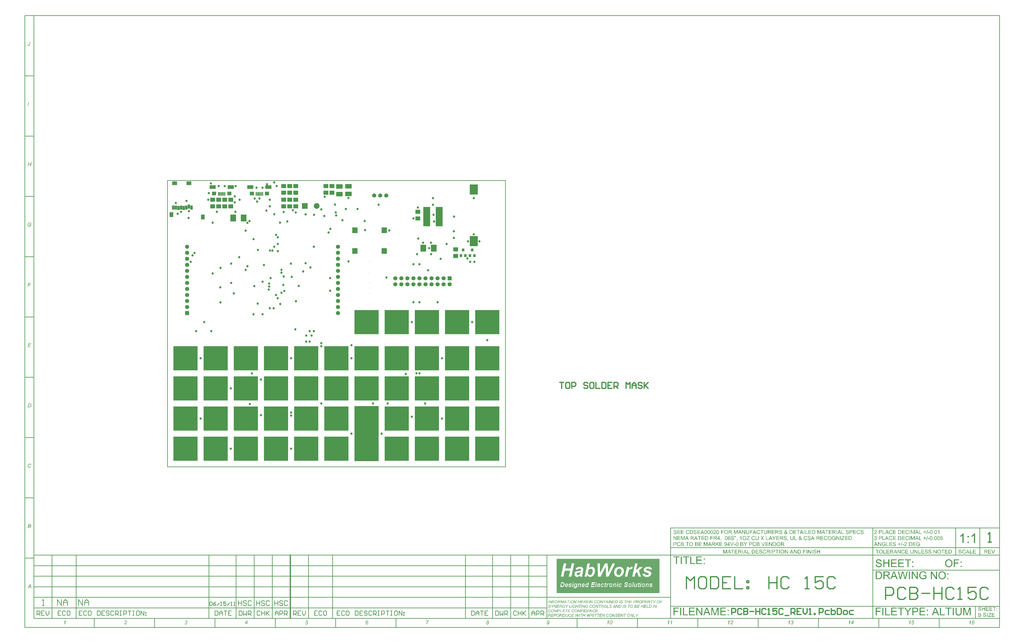
<source format=gts>
%FSLAX23Y23*%
%MOIN*%
G70*
G01*
G75*
G04 Layer_Color=8388736*
%ADD10R,0.035X0.037*%
%ADD11R,0.035X0.037*%
%ADD12R,0.071X0.063*%
%ADD13R,0.079X0.087*%
%ADD14R,0.055X0.075*%
%ADD15R,0.071X0.055*%
%ADD16R,0.031X0.059*%
%ADD17R,0.091X0.051*%
%ADD18R,0.016X0.053*%
%ADD19R,0.063X0.055*%
%ADD20R,0.085X0.108*%
%ADD21R,0.098X0.067*%
%ADD22R,0.106X0.315*%
%ADD23R,0.126X0.157*%
%ADD24R,0.394X0.394*%
%ADD25R,0.394X0.906*%
%ADD26C,0.008*%
%ADD27C,0.010*%
%ADD28C,0.007*%
%ADD29C,0.020*%
%ADD30C,0.004*%
%ADD31C,0.060*%
%ADD32R,0.060X0.060*%
%ADD33R,0.087X0.087*%
%ADD34C,0.087*%
%ADD35R,0.060X0.060*%
%ADD36C,0.030*%
%ADD37C,0.040*%
G04:AMPARAMS|DCode=38|XSize=95mil|YSize=95mil|CornerRadius=0mil|HoleSize=0mil|Usage=FLASHONLY|Rotation=0.000|XOffset=0mil|YOffset=0mil|HoleType=Round|Shape=Relief|Width=10mil|Gap=10mil|Entries=4|*
%AMTHD38*
7,0,0,0.095,0.075,0.010,45*
%
%ADD38THD38*%
%ADD39C,0.075*%
%ADD40C,0.146*%
%ADD41C,0.070*%
%ADD42C,0.107*%
G04:AMPARAMS|DCode=43|XSize=90mil|YSize=90mil|CornerRadius=0mil|HoleSize=0mil|Usage=FLASHONLY|Rotation=0.000|XOffset=0mil|YOffset=0mil|HoleType=Round|Shape=Relief|Width=10mil|Gap=10mil|Entries=4|*
%AMTHD43*
7,0,0,0.090,0.070,0.010,45*
%
%ADD43THD43*%
G04:AMPARAMS|DCode=44|XSize=75mil|YSize=75mil|CornerRadius=0mil|HoleSize=0mil|Usage=FLASHONLY|Rotation=0.000|XOffset=0mil|YOffset=0mil|HoleType=Round|Shape=Relief|Width=10mil|Gap=10mil|Entries=4|*
%AMTHD44*
7,0,0,0.075,0.055,0.010,45*
%
%ADD44THD44*%
%ADD45C,0.055*%
%ADD46R,0.063X0.071*%
%ADD47R,0.079X0.051*%
%ADD48R,0.108X0.085*%
%ADD49R,0.039X0.126*%
%ADD50R,0.031X0.063*%
%ADD51R,0.047X0.055*%
%ADD52R,0.063X0.106*%
%ADD53R,0.039X0.027*%
%ADD54R,0.037X0.035*%
%ADD55R,0.037X0.035*%
%ADD56R,0.055X0.047*%
%ADD57R,0.134X0.134*%
%ADD58O,0.033X0.010*%
%ADD59O,0.010X0.033*%
%ADD60R,0.142X0.142*%
%ADD61R,0.024X0.008*%
%ADD62R,0.008X0.024*%
%ADD63R,0.142X0.142*%
%ADD64O,0.012X0.083*%
%ADD65O,0.083X0.012*%
%ADD66R,0.016X0.040*%
%ADD67R,0.106X0.063*%
%ADD68R,0.236X0.098*%
%ADD69R,0.098X0.039*%
%ADD70R,0.217X0.059*%
%ADD71R,0.047X0.055*%
%ADD72O,0.087X0.024*%
%ADD73R,0.126X0.039*%
%ADD74C,0.010*%
%ADD75C,0.008*%
%ADD76C,0.002*%
%ADD77R,0.043X0.045*%
%ADD78R,0.043X0.045*%
%ADD79R,0.079X0.071*%
%ADD80R,0.087X0.095*%
%ADD81R,0.063X0.083*%
%ADD82R,0.079X0.063*%
%ADD83R,0.039X0.067*%
%ADD84R,0.099X0.059*%
%ADD85R,0.024X0.061*%
%ADD86R,0.071X0.063*%
%ADD87R,0.093X0.116*%
%ADD88R,0.106X0.075*%
%ADD89R,0.114X0.323*%
%ADD90R,0.134X0.165*%
%ADD91R,0.402X0.402*%
%ADD92R,0.402X0.914*%
%ADD93C,0.068*%
%ADD94R,0.068X0.068*%
%ADD95C,0.008*%
%ADD96R,0.095X0.095*%
%ADD97C,0.095*%
%ADD98R,0.068X0.068*%
%ADD99C,0.038*%
G36*
X12745Y-1440D02*
X12736D01*
X12703Y-1390D01*
Y-1440D01*
X12695D01*
Y-1376D01*
X12703D01*
X12737Y-1426D01*
Y-1376D01*
X12745D01*
Y-1440D01*
D02*
G37*
G36*
X12427D02*
X12418D01*
X12384Y-1390D01*
Y-1440D01*
X12376D01*
Y-1376D01*
X12385D01*
X12419Y-1426D01*
Y-1376D01*
X12427D01*
Y-1440D01*
D02*
G37*
G36*
X12148D02*
X12140D01*
X12106Y-1390D01*
Y-1440D01*
X12098D01*
Y-1376D01*
X12106D01*
X12140Y-1426D01*
Y-1376D01*
X12148D01*
Y-1440D01*
D02*
G37*
G36*
X11301Y-2615D02*
X11293D01*
X11303Y-2567D01*
X11303Y-2567D01*
X11303Y-2567D01*
X11303Y-2567D01*
X11302Y-2568D01*
X11302Y-2568D01*
X11301Y-2568D01*
X11300Y-2569D01*
X11299Y-2570D01*
X11297Y-2570D01*
X11296Y-2571D01*
X11294Y-2572D01*
X11293Y-2572D01*
X11291Y-2573D01*
X11289Y-2574D01*
X11287Y-2574D01*
X11285Y-2575D01*
X11286Y-2568D01*
X11287D01*
X11287Y-2568D01*
X11287Y-2567D01*
X11287Y-2567D01*
X11288Y-2567D01*
X11289Y-2567D01*
X11290Y-2566D01*
X11292Y-2565D01*
X11294Y-2564D01*
X11296Y-2563D01*
X11298Y-2562D01*
X11298D01*
X11298Y-2561D01*
X11299Y-2561D01*
X11299Y-2561D01*
X11300Y-2560D01*
X11301Y-2559D01*
X11303Y-2558D01*
X11304Y-2557D01*
X11305Y-2556D01*
X11307Y-2555D01*
X11307Y-2555D01*
X11307Y-2555D01*
X11307Y-2554D01*
X11308Y-2554D01*
X11308Y-2553D01*
X11309Y-2552D01*
X11310Y-2551D01*
X11315D01*
X11301Y-2615D01*
D02*
G37*
G36*
X12574Y-1375D02*
X12575D01*
X12577Y-1375D01*
X12579Y-1375D01*
X12581Y-1376D01*
X12583Y-1376D01*
X12585Y-1377D01*
X12585D01*
X12585Y-1377D01*
X12585Y-1377D01*
X12586Y-1378D01*
X12587Y-1378D01*
X12588Y-1379D01*
X12589Y-1380D01*
X12591Y-1381D01*
X12592Y-1382D01*
X12593Y-1384D01*
X12593Y-1384D01*
X12594Y-1385D01*
X12594Y-1386D01*
X12595Y-1387D01*
X12595Y-1388D01*
X12596Y-1390D01*
X12596Y-1392D01*
X12597Y-1394D01*
X12589Y-1395D01*
Y-1394D01*
Y-1394D01*
X12588Y-1394D01*
X12588Y-1394D01*
X12588Y-1392D01*
X12588Y-1391D01*
X12587Y-1390D01*
X12586Y-1388D01*
X12585Y-1387D01*
X12584Y-1385D01*
X12584Y-1385D01*
X12583Y-1385D01*
X12582Y-1384D01*
X12581Y-1384D01*
X12580Y-1383D01*
X12578Y-1383D01*
X12576Y-1382D01*
X12573Y-1382D01*
X12572D01*
X12571Y-1382D01*
X12570D01*
X12569Y-1383D01*
X12567Y-1383D01*
X12565Y-1383D01*
X12563Y-1384D01*
X12562Y-1385D01*
X12562Y-1385D01*
X12562Y-1385D01*
X12561Y-1386D01*
X12561Y-1386D01*
X12560Y-1387D01*
X12559Y-1388D01*
X12559Y-1389D01*
X12558Y-1391D01*
X12558Y-1392D01*
Y-1392D01*
Y-1393D01*
X12558Y-1393D01*
X12559Y-1394D01*
X12559Y-1395D01*
X12559Y-1396D01*
X12560Y-1397D01*
X12561Y-1398D01*
X12561Y-1398D01*
X12561Y-1398D01*
X12562Y-1398D01*
X12562Y-1399D01*
X12563Y-1399D01*
X12563Y-1399D01*
X12564Y-1399D01*
X12565Y-1400D01*
X12566Y-1400D01*
X12567Y-1400D01*
X12568Y-1401D01*
X12570Y-1401D01*
X12572Y-1402D01*
X12573Y-1402D01*
X12573D01*
X12574Y-1402D01*
X12574Y-1402D01*
X12575Y-1403D01*
X12576Y-1403D01*
X12577Y-1403D01*
X12579Y-1404D01*
X12581Y-1404D01*
X12584Y-1405D01*
X12585Y-1405D01*
X12586Y-1406D01*
X12587Y-1406D01*
X12588Y-1406D01*
X12588D01*
X12588Y-1406D01*
X12588Y-1407D01*
X12589Y-1407D01*
X12589Y-1407D01*
X12591Y-1408D01*
X12592Y-1409D01*
X12593Y-1410D01*
X12595Y-1412D01*
X12596Y-1413D01*
X12596Y-1413D01*
X12596Y-1414D01*
X12597Y-1414D01*
X12597Y-1416D01*
X12598Y-1417D01*
X12598Y-1418D01*
X12598Y-1420D01*
X12599Y-1422D01*
Y-1422D01*
Y-1422D01*
Y-1422D01*
Y-1423D01*
X12598Y-1424D01*
X12598Y-1425D01*
X12598Y-1427D01*
X12597Y-1428D01*
X12597Y-1430D01*
X12596Y-1432D01*
X12596Y-1432D01*
X12595Y-1432D01*
X12594Y-1433D01*
X12593Y-1434D01*
X12592Y-1435D01*
X12591Y-1436D01*
X12589Y-1438D01*
X12587Y-1439D01*
X12587D01*
X12587Y-1439D01*
X12587Y-1439D01*
X12586Y-1439D01*
X12586Y-1439D01*
X12585Y-1439D01*
X12584Y-1440D01*
X12582Y-1440D01*
X12580Y-1441D01*
X12577Y-1441D01*
X12575Y-1441D01*
X12573D01*
X12573Y-1441D01*
X12572D01*
X12571Y-1441D01*
X12570Y-1441D01*
X12568Y-1440D01*
X12565Y-1440D01*
X12563Y-1439D01*
X12560Y-1439D01*
X12560D01*
X12560Y-1439D01*
X12560Y-1438D01*
X12559Y-1438D01*
X12558Y-1438D01*
X12557Y-1437D01*
X12555Y-1436D01*
X12554Y-1434D01*
X12552Y-1433D01*
X12551Y-1431D01*
Y-1431D01*
X12551Y-1431D01*
X12551Y-1431D01*
X12551Y-1430D01*
X12550Y-1430D01*
X12550Y-1429D01*
X12549Y-1428D01*
X12549Y-1426D01*
X12548Y-1424D01*
X12548Y-1422D01*
X12548Y-1419D01*
X12556Y-1419D01*
Y-1419D01*
Y-1419D01*
X12556Y-1420D01*
X12556Y-1420D01*
X12556Y-1422D01*
X12556Y-1423D01*
X12557Y-1424D01*
X12557Y-1425D01*
X12558Y-1427D01*
X12558Y-1427D01*
X12559Y-1427D01*
X12559Y-1428D01*
X12560Y-1428D01*
X12561Y-1429D01*
X12562Y-1430D01*
X12563Y-1431D01*
X12565Y-1432D01*
X12565D01*
X12565Y-1432D01*
X12565Y-1432D01*
X12566Y-1432D01*
X12568Y-1433D01*
X12569Y-1433D01*
X12571Y-1433D01*
X12573Y-1433D01*
X12574Y-1434D01*
X12575D01*
X12576Y-1433D01*
X12577Y-1433D01*
X12579Y-1433D01*
X12580Y-1433D01*
X12581Y-1433D01*
X12583Y-1432D01*
X12583Y-1432D01*
X12584Y-1432D01*
X12584Y-1432D01*
X12585Y-1431D01*
X12586Y-1431D01*
X12587Y-1430D01*
X12588Y-1429D01*
X12589Y-1428D01*
X12589Y-1428D01*
X12589Y-1428D01*
X12589Y-1427D01*
X12589Y-1427D01*
X12590Y-1426D01*
X12590Y-1425D01*
X12590Y-1424D01*
X12590Y-1423D01*
Y-1423D01*
Y-1422D01*
X12590Y-1422D01*
X12590Y-1421D01*
X12590Y-1420D01*
X12590Y-1419D01*
X12589Y-1418D01*
X12589Y-1417D01*
X12589Y-1417D01*
X12588Y-1417D01*
X12588Y-1417D01*
X12587Y-1416D01*
X12586Y-1416D01*
X12585Y-1415D01*
X12584Y-1414D01*
X12583Y-1414D01*
X12583Y-1414D01*
X12582Y-1413D01*
X12582Y-1413D01*
X12581Y-1413D01*
X12581Y-1413D01*
X12580Y-1413D01*
X12579Y-1412D01*
X12578Y-1412D01*
X12577Y-1412D01*
X12576Y-1412D01*
X12574Y-1411D01*
X12573Y-1411D01*
X12571Y-1411D01*
X12571D01*
X12571Y-1410D01*
X12571Y-1410D01*
X12570Y-1410D01*
X12569Y-1410D01*
X12569Y-1410D01*
X12567Y-1409D01*
X12565Y-1409D01*
X12563Y-1408D01*
X12561Y-1407D01*
X12560Y-1407D01*
X12559Y-1407D01*
X12559D01*
X12559Y-1406D01*
X12558Y-1406D01*
X12558Y-1406D01*
X12557Y-1405D01*
X12555Y-1404D01*
X12554Y-1403D01*
X12553Y-1402D01*
X12552Y-1401D01*
X12552Y-1400D01*
X12552Y-1400D01*
X12552Y-1399D01*
X12551Y-1398D01*
X12551Y-1397D01*
X12550Y-1396D01*
X12550Y-1394D01*
X12550Y-1393D01*
Y-1392D01*
Y-1392D01*
Y-1392D01*
Y-1392D01*
X12550Y-1391D01*
X12550Y-1390D01*
X12551Y-1388D01*
X12551Y-1387D01*
X12552Y-1385D01*
X12553Y-1383D01*
Y-1383D01*
X12553Y-1383D01*
X12553Y-1383D01*
X12554Y-1382D01*
X12555Y-1381D01*
X12556Y-1380D01*
X12557Y-1379D01*
X12559Y-1378D01*
X12561Y-1377D01*
X12561D01*
X12561Y-1377D01*
X12561Y-1377D01*
X12562Y-1377D01*
X12562Y-1377D01*
X12563Y-1376D01*
X12564Y-1376D01*
X12566Y-1375D01*
X12568Y-1375D01*
X12570Y-1375D01*
X12573Y-1375D01*
X12574D01*
X12574Y-1375D01*
D02*
G37*
G36*
X12192D02*
X12193Y-1375D01*
X12194Y-1375D01*
X12195Y-1375D01*
X12196Y-1375D01*
X12198Y-1376D01*
X12201Y-1377D01*
X12203Y-1377D01*
X12204Y-1378D01*
X12205Y-1379D01*
X12206Y-1380D01*
X12207Y-1380D01*
X12207Y-1380D01*
X12207Y-1380D01*
X12207Y-1381D01*
X12208Y-1381D01*
X12209Y-1382D01*
X12209Y-1383D01*
X12210Y-1383D01*
X12211Y-1384D01*
X12211Y-1385D01*
X12212Y-1386D01*
X12213Y-1388D01*
X12214Y-1389D01*
X12214Y-1390D01*
X12216Y-1394D01*
X12207Y-1395D01*
Y-1395D01*
X12207Y-1395D01*
X12207Y-1395D01*
X12207Y-1394D01*
X12207Y-1394D01*
X12206Y-1393D01*
X12206Y-1392D01*
X12205Y-1390D01*
X12203Y-1388D01*
X12202Y-1387D01*
X12201Y-1385D01*
X12200Y-1385D01*
X12200Y-1385D01*
X12199Y-1384D01*
X12198Y-1384D01*
X12196Y-1383D01*
X12194Y-1383D01*
X12192Y-1382D01*
X12190Y-1382D01*
X12189D01*
X12189Y-1382D01*
X12188D01*
X12187Y-1382D01*
X12186Y-1383D01*
X12184Y-1383D01*
X12182Y-1384D01*
X12180Y-1384D01*
X12178Y-1386D01*
X12178D01*
X12178Y-1386D01*
X12177Y-1386D01*
X12176Y-1387D01*
X12175Y-1388D01*
X12174Y-1390D01*
X12173Y-1391D01*
X12172Y-1393D01*
X12171Y-1395D01*
Y-1395D01*
X12171Y-1395D01*
X12171Y-1396D01*
X12170Y-1396D01*
X12170Y-1397D01*
X12170Y-1397D01*
X12170Y-1399D01*
X12169Y-1401D01*
X12169Y-1403D01*
X12169Y-1405D01*
X12169Y-1407D01*
Y-1408D01*
Y-1408D01*
Y-1408D01*
Y-1409D01*
X12169Y-1410D01*
Y-1410D01*
X12169Y-1411D01*
X12169Y-1412D01*
X12169Y-1415D01*
X12170Y-1417D01*
X12170Y-1419D01*
X12171Y-1422D01*
Y-1422D01*
X12171Y-1422D01*
X12171Y-1422D01*
X12172Y-1423D01*
X12172Y-1424D01*
X12173Y-1425D01*
X12174Y-1427D01*
X12175Y-1428D01*
X12177Y-1430D01*
X12178Y-1431D01*
X12179D01*
X12179Y-1431D01*
X12179Y-1431D01*
X12179Y-1431D01*
X12180Y-1432D01*
X12182Y-1432D01*
X12183Y-1433D01*
X12185Y-1433D01*
X12187Y-1434D01*
X12189Y-1434D01*
X12190D01*
X12191Y-1434D01*
X12191D01*
X12192Y-1434D01*
X12194Y-1433D01*
X12195Y-1433D01*
X12198Y-1432D01*
X12199Y-1431D01*
X12201Y-1430D01*
X12202Y-1430D01*
X12202Y-1430D01*
X12202Y-1429D01*
X12203Y-1428D01*
X12204Y-1427D01*
X12205Y-1425D01*
X12206Y-1423D01*
X12207Y-1420D01*
X12208Y-1418D01*
X12217Y-1420D01*
Y-1420D01*
X12217Y-1420D01*
X12216Y-1421D01*
X12216Y-1421D01*
X12216Y-1422D01*
X12215Y-1423D01*
X12215Y-1424D01*
X12214Y-1426D01*
X12213Y-1428D01*
X12211Y-1431D01*
X12209Y-1433D01*
X12208Y-1435D01*
X12207Y-1436D01*
X12207Y-1436D01*
X12207Y-1436D01*
X12206Y-1436D01*
X12206Y-1436D01*
X12205Y-1437D01*
X12204Y-1437D01*
X12203Y-1438D01*
X12202Y-1438D01*
X12201Y-1439D01*
X12200Y-1439D01*
X12198Y-1440D01*
X12197Y-1440D01*
X12194Y-1441D01*
X12192Y-1441D01*
X12190Y-1441D01*
X12189D01*
X12188Y-1441D01*
X12187D01*
X12186Y-1441D01*
X12185Y-1441D01*
X12184Y-1441D01*
X12181Y-1440D01*
X12179Y-1439D01*
X12176Y-1438D01*
X12174Y-1438D01*
X12173Y-1437D01*
X12173Y-1437D01*
X12173Y-1437D01*
X12173Y-1436D01*
X12172Y-1436D01*
X12171Y-1435D01*
X12170Y-1434D01*
X12168Y-1432D01*
X12166Y-1430D01*
X12165Y-1428D01*
X12163Y-1425D01*
Y-1425D01*
X12163Y-1424D01*
X12163Y-1424D01*
X12163Y-1423D01*
X12163Y-1423D01*
X12162Y-1422D01*
X12162Y-1421D01*
X12162Y-1420D01*
X12161Y-1418D01*
X12161Y-1417D01*
X12161Y-1414D01*
X12160Y-1411D01*
X12160Y-1407D01*
Y-1407D01*
Y-1407D01*
Y-1407D01*
X12160Y-1406D01*
Y-1405D01*
X12160Y-1404D01*
X12160Y-1403D01*
X12161Y-1402D01*
X12161Y-1399D01*
X12162Y-1396D01*
X12163Y-1393D01*
X12164Y-1390D01*
Y-1390D01*
X12164Y-1390D01*
X12164Y-1389D01*
X12165Y-1389D01*
X12165Y-1388D01*
X12165Y-1387D01*
X12167Y-1386D01*
X12168Y-1384D01*
X12170Y-1382D01*
X12172Y-1380D01*
X12175Y-1379D01*
X12175D01*
X12175Y-1379D01*
X12175Y-1378D01*
X12176Y-1378D01*
X12177Y-1378D01*
X12177Y-1377D01*
X12178Y-1377D01*
X12179Y-1377D01*
X12180Y-1376D01*
X12182Y-1376D01*
X12184Y-1375D01*
X12187Y-1375D01*
X12190Y-1375D01*
X12191D01*
X12192Y-1375D01*
D02*
G37*
G36*
X10355Y-2551D02*
X10356D01*
X10356Y-2551D01*
X10358Y-2551D01*
X10360Y-2552D01*
X10362Y-2553D01*
X10363Y-2553D01*
X10365Y-2554D01*
X10366Y-2555D01*
X10366Y-2555D01*
X10367Y-2556D01*
X10367Y-2556D01*
X10367Y-2556D01*
X10367Y-2556D01*
X10368Y-2557D01*
X10369Y-2559D01*
X10370Y-2560D01*
X10371Y-2562D01*
X10371Y-2565D01*
X10371Y-2566D01*
X10371Y-2567D01*
Y-2567D01*
Y-2567D01*
Y-2568D01*
Y-2568D01*
X10371Y-2569D01*
X10371Y-2570D01*
X10371Y-2572D01*
X10370Y-2573D01*
X10370Y-2575D01*
X10369Y-2576D01*
X10369Y-2576D01*
X10368Y-2577D01*
X10368Y-2577D01*
X10367Y-2578D01*
X10366Y-2579D01*
X10364Y-2580D01*
X10363Y-2581D01*
X10361Y-2582D01*
X10361Y-2582D01*
X10361Y-2583D01*
X10362Y-2583D01*
X10363Y-2584D01*
X10364Y-2585D01*
X10365Y-2586D01*
X10366Y-2587D01*
X10366Y-2588D01*
X10366Y-2588D01*
X10367Y-2588D01*
X10367Y-2589D01*
X10367Y-2590D01*
X10368Y-2591D01*
X10368Y-2592D01*
X10368Y-2593D01*
X10368Y-2595D01*
Y-2595D01*
Y-2595D01*
Y-2596D01*
X10368Y-2596D01*
X10368Y-2597D01*
X10368Y-2598D01*
X10368Y-2599D01*
X10368Y-2600D01*
X10367Y-2602D01*
X10366Y-2604D01*
X10366Y-2605D01*
X10365Y-2606D01*
X10364Y-2607D01*
X10363Y-2609D01*
X10362Y-2610D01*
X10362Y-2610D01*
X10362Y-2610D01*
X10361Y-2610D01*
X10361Y-2611D01*
X10360Y-2611D01*
X10359Y-2612D01*
X10358Y-2612D01*
X10358Y-2613D01*
X10356Y-2614D01*
X10355Y-2614D01*
X10353Y-2615D01*
X10351Y-2615D01*
X10350Y-2616D01*
X10348Y-2616D01*
X10346Y-2616D01*
X10346D01*
X10345Y-2616D01*
X10344Y-2616D01*
X10343Y-2616D01*
X10342Y-2616D01*
X10341Y-2615D01*
X10339Y-2615D01*
X10337Y-2614D01*
X10336Y-2614D01*
X10334Y-2613D01*
X10333Y-2612D01*
X10332Y-2611D01*
X10332Y-2611D01*
X10332Y-2611D01*
X10332Y-2611D01*
X10331Y-2610D01*
X10331Y-2610D01*
X10331Y-2609D01*
X10330Y-2609D01*
X10330Y-2608D01*
X10329Y-2606D01*
X10328Y-2604D01*
X10327Y-2601D01*
X10327Y-2600D01*
X10326Y-2598D01*
X10334Y-2597D01*
Y-2597D01*
Y-2598D01*
X10334Y-2598D01*
X10334Y-2598D01*
X10334Y-2600D01*
X10335Y-2601D01*
X10335Y-2603D01*
X10336Y-2604D01*
X10337Y-2606D01*
X10338Y-2607D01*
X10338Y-2607D01*
X10338Y-2607D01*
X10339Y-2608D01*
X10340Y-2608D01*
X10341Y-2609D01*
X10342Y-2609D01*
X10344Y-2610D01*
X10346Y-2610D01*
X10346D01*
X10347Y-2610D01*
X10348Y-2610D01*
X10349Y-2609D01*
X10351Y-2609D01*
X10353Y-2608D01*
X10354Y-2607D01*
X10356Y-2606D01*
X10356Y-2606D01*
X10356Y-2606D01*
X10357Y-2605D01*
X10357Y-2604D01*
X10358Y-2603D01*
X10359Y-2602D01*
X10360Y-2600D01*
X10360Y-2598D01*
X10360Y-2597D01*
Y-2596D01*
Y-2596D01*
Y-2596D01*
Y-2595D01*
X10360Y-2594D01*
X10360Y-2593D01*
X10359Y-2592D01*
X10359Y-2591D01*
X10358Y-2590D01*
X10357Y-2588D01*
X10357Y-2588D01*
X10356Y-2588D01*
X10356Y-2587D01*
X10355Y-2587D01*
X10354Y-2586D01*
X10352Y-2586D01*
X10350Y-2585D01*
X10348Y-2585D01*
X10348D01*
X10347Y-2585D01*
X10347D01*
X10346Y-2585D01*
X10347Y-2579D01*
X10348D01*
X10349Y-2579D01*
X10350D01*
X10351Y-2579D01*
X10351D01*
X10352Y-2579D01*
X10353Y-2578D01*
X10355Y-2578D01*
X10357Y-2578D01*
X10358Y-2577D01*
X10360Y-2576D01*
X10360Y-2575D01*
X10360Y-2575D01*
X10361Y-2574D01*
X10362Y-2573D01*
X10362Y-2572D01*
X10363Y-2571D01*
X10363Y-2569D01*
X10363Y-2568D01*
Y-2567D01*
Y-2567D01*
Y-2567D01*
X10363Y-2566D01*
X10363Y-2565D01*
X10363Y-2564D01*
X10362Y-2562D01*
X10361Y-2561D01*
X10360Y-2560D01*
X10360Y-2560D01*
X10360Y-2560D01*
X10359Y-2559D01*
X10358Y-2558D01*
X10357Y-2558D01*
X10356Y-2558D01*
X10355Y-2557D01*
X10353Y-2557D01*
X10352D01*
X10352Y-2557D01*
X10351Y-2557D01*
X10349Y-2558D01*
X10348Y-2558D01*
X10347Y-2559D01*
X10346Y-2560D01*
X10345Y-2560D01*
X10345Y-2561D01*
X10344Y-2561D01*
X10344Y-2562D01*
X10343Y-2564D01*
X10342Y-2565D01*
X10342Y-2567D01*
X10341Y-2569D01*
X10333Y-2567D01*
Y-2567D01*
X10334Y-2567D01*
X10334Y-2566D01*
X10334Y-2566D01*
X10334Y-2565D01*
X10334Y-2565D01*
X10335Y-2563D01*
X10336Y-2561D01*
X10337Y-2559D01*
X10339Y-2557D01*
X10341Y-2555D01*
X10341Y-2555D01*
X10341Y-2555D01*
X10341Y-2555D01*
X10342Y-2554D01*
X10342Y-2554D01*
X10343Y-2554D01*
X10344Y-2553D01*
X10344Y-2553D01*
X10346Y-2552D01*
X10349Y-2551D01*
X10351Y-2551D01*
X10352Y-2551D01*
X10354D01*
X10355Y-2551D01*
D02*
G37*
G36*
X11361Y-2592D02*
X11370D01*
X11369Y-2599D01*
X11360D01*
X11356Y-2615D01*
X11348D01*
X11352Y-2599D01*
X11326D01*
X11327Y-2591D01*
X11363Y-2551D01*
X11370D01*
X11361Y-2592D01*
D02*
G37*
G36*
X12875Y-1383D02*
X12854D01*
Y-1440D01*
X12845D01*
Y-1383D01*
X12824D01*
Y-1376D01*
X12875D01*
Y-1383D01*
D02*
G37*
G36*
X12537D02*
X12499D01*
Y-1403D01*
X12535D01*
Y-1411D01*
X12499D01*
Y-1432D01*
X12539D01*
Y-1440D01*
X12491D01*
Y-1376D01*
X12537D01*
Y-1383D01*
D02*
G37*
G36*
X12449Y-1432D02*
X12481D01*
Y-1440D01*
X12441D01*
Y-1376D01*
X12449D01*
Y-1432D01*
D02*
G37*
G36*
X12930Y-1383D02*
X12892D01*
Y-1403D01*
X12928D01*
Y-1411D01*
X12892D01*
Y-1432D01*
X12932D01*
Y-1440D01*
X12884D01*
Y-1376D01*
X12930D01*
Y-1383D01*
D02*
G37*
G36*
X12362Y-1413D02*
Y-1413D01*
Y-1413D01*
Y-1414D01*
Y-1415D01*
X12362Y-1415D01*
Y-1416D01*
X12362Y-1417D01*
X12362Y-1419D01*
X12362Y-1421D01*
X12361Y-1424D01*
X12361Y-1426D01*
X12360Y-1428D01*
Y-1428D01*
X12360Y-1429D01*
X12360Y-1429D01*
X12360Y-1429D01*
X12359Y-1430D01*
X12358Y-1432D01*
X12357Y-1433D01*
X12356Y-1435D01*
X12354Y-1436D01*
X12352Y-1438D01*
X12352D01*
X12352Y-1438D01*
X12351Y-1438D01*
X12351Y-1438D01*
X12350Y-1438D01*
X12350Y-1439D01*
X12349Y-1439D01*
X12348Y-1439D01*
X12347Y-1440D01*
X12346Y-1440D01*
X12345Y-1440D01*
X12343Y-1440D01*
X12340Y-1441D01*
X12337Y-1441D01*
X12336D01*
X12336Y-1441D01*
X12335D01*
X12334Y-1441D01*
X12333Y-1441D01*
X12332Y-1441D01*
X12330Y-1440D01*
X12327Y-1440D01*
X12325Y-1439D01*
X12322Y-1438D01*
X12322D01*
X12322Y-1438D01*
X12322Y-1438D01*
X12321Y-1437D01*
X12320Y-1437D01*
X12319Y-1436D01*
X12318Y-1434D01*
X12317Y-1433D01*
X12315Y-1431D01*
X12314Y-1429D01*
Y-1429D01*
X12314Y-1429D01*
X12314Y-1428D01*
X12314Y-1428D01*
X12314Y-1427D01*
X12313Y-1427D01*
X12313Y-1426D01*
X12313Y-1425D01*
X12313Y-1424D01*
X12313Y-1423D01*
X12312Y-1421D01*
X12312Y-1420D01*
X12312Y-1418D01*
X12312Y-1417D01*
X12312Y-1415D01*
Y-1413D01*
Y-1376D01*
X12320D01*
Y-1413D01*
Y-1413D01*
Y-1413D01*
Y-1414D01*
Y-1414D01*
Y-1415D01*
X12320Y-1416D01*
X12321Y-1418D01*
X12321Y-1420D01*
X12321Y-1422D01*
X12321Y-1424D01*
X12321Y-1424D01*
X12322Y-1425D01*
X12322Y-1425D01*
X12322Y-1426D01*
X12322Y-1427D01*
X12323Y-1428D01*
X12324Y-1428D01*
X12325Y-1430D01*
X12326Y-1431D01*
X12327Y-1431D01*
X12327Y-1432D01*
X12328Y-1432D01*
X12329Y-1432D01*
X12330Y-1432D01*
X12331Y-1433D01*
X12333Y-1433D01*
X12334Y-1433D01*
X12336Y-1433D01*
X12337D01*
X12338Y-1433D01*
X12339D01*
X12340Y-1433D01*
X12341Y-1433D01*
X12344Y-1432D01*
X12346Y-1432D01*
X12348Y-1431D01*
X12349Y-1430D01*
X12350Y-1429D01*
Y-1429D01*
X12350Y-1429D01*
X12350Y-1429D01*
X12350Y-1428D01*
X12351Y-1428D01*
X12351Y-1427D01*
X12351Y-1427D01*
X12352Y-1426D01*
X12352Y-1425D01*
X12352Y-1423D01*
X12353Y-1422D01*
X12353Y-1421D01*
X12353Y-1419D01*
X12353Y-1417D01*
X12354Y-1415D01*
Y-1413D01*
Y-1376D01*
X12362D01*
Y-1413D01*
D02*
G37*
G36*
X12301Y-2615D02*
X12293D01*
X12303Y-2567D01*
X12303Y-2567D01*
X12303Y-2567D01*
X12303Y-2567D01*
X12302Y-2568D01*
X12302Y-2568D01*
X12301Y-2568D01*
X12300Y-2569D01*
X12299Y-2570D01*
X12297Y-2570D01*
X12296Y-2571D01*
X12294Y-2572D01*
X12293Y-2572D01*
X12291Y-2573D01*
X12289Y-2574D01*
X12287Y-2574D01*
X12285Y-2575D01*
X12286Y-2568D01*
X12287D01*
X12287Y-2568D01*
X12287Y-2567D01*
X12287Y-2567D01*
X12288Y-2567D01*
X12289Y-2567D01*
X12290Y-2566D01*
X12292Y-2565D01*
X12294Y-2564D01*
X12296Y-2563D01*
X12298Y-2562D01*
X12298D01*
X12298Y-2561D01*
X12299Y-2561D01*
X12299Y-2561D01*
X12300Y-2560D01*
X12301Y-2559D01*
X12303Y-2558D01*
X12304Y-2557D01*
X12305Y-2556D01*
X12307Y-2555D01*
X12307Y-2555D01*
X12307Y-2555D01*
X12307Y-2554D01*
X12308Y-2554D01*
X12308Y-2553D01*
X12309Y-2552D01*
X12310Y-2551D01*
X12315D01*
X12301Y-2615D01*
D02*
G37*
G36*
X12970Y-1376D02*
X12971Y-1376D01*
X12973Y-1376D01*
X12975Y-1377D01*
X12977Y-1377D01*
X12977D01*
X12977Y-1377D01*
X12977D01*
X12978Y-1377D01*
X12979Y-1377D01*
X12980Y-1378D01*
X12981Y-1379D01*
X12983Y-1379D01*
X12985Y-1380D01*
X12986Y-1381D01*
X12986D01*
X12986Y-1382D01*
X12987Y-1382D01*
X12988Y-1383D01*
X12989Y-1384D01*
X12990Y-1386D01*
X12992Y-1388D01*
X12993Y-1390D01*
X12994Y-1392D01*
Y-1393D01*
X12994Y-1393D01*
X12994Y-1393D01*
X12994Y-1394D01*
X12994Y-1394D01*
X12995Y-1395D01*
X12995Y-1396D01*
X12995Y-1397D01*
X12995Y-1398D01*
X12996Y-1399D01*
X12996Y-1402D01*
X12996Y-1404D01*
X12996Y-1408D01*
Y-1408D01*
Y-1408D01*
Y-1408D01*
Y-1409D01*
X12996Y-1409D01*
Y-1410D01*
X12996Y-1412D01*
X12996Y-1414D01*
X12996Y-1416D01*
X12995Y-1418D01*
X12995Y-1421D01*
Y-1421D01*
X12994Y-1421D01*
X12994Y-1421D01*
X12994Y-1422D01*
X12994Y-1423D01*
X12993Y-1424D01*
X12993Y-1425D01*
X12992Y-1427D01*
X12991Y-1428D01*
X12990Y-1430D01*
X12990Y-1430D01*
X12990Y-1431D01*
X12989Y-1431D01*
X12988Y-1432D01*
X12988Y-1433D01*
X12987Y-1434D01*
X12985Y-1435D01*
X12984Y-1436D01*
X12984Y-1436D01*
X12984Y-1436D01*
X12983Y-1436D01*
X12982Y-1437D01*
X12981Y-1437D01*
X12980Y-1438D01*
X12978Y-1438D01*
X12977Y-1439D01*
X12976D01*
X12976Y-1439D01*
X12975Y-1439D01*
X12974Y-1439D01*
X12972Y-1440D01*
X12971Y-1440D01*
X12969Y-1440D01*
X12966Y-1440D01*
X12943D01*
Y-1376D01*
X12968D01*
X12970Y-1376D01*
D02*
G37*
G36*
X9355Y-2551D02*
X9356Y-2551D01*
X9358Y-2551D01*
X9359Y-2552D01*
X9361Y-2552D01*
X9363Y-2553D01*
X9363D01*
X9363Y-2553D01*
X9364Y-2553D01*
X9364Y-2554D01*
X9365Y-2555D01*
X9366Y-2556D01*
X9368Y-2557D01*
X9369Y-2558D01*
X9370Y-2559D01*
X9370Y-2560D01*
X9370Y-2560D01*
X9370Y-2561D01*
X9371Y-2562D01*
X9371Y-2563D01*
X9371Y-2565D01*
X9372Y-2566D01*
X9372Y-2568D01*
Y-2568D01*
Y-2568D01*
Y-2568D01*
X9372Y-2569D01*
Y-2570D01*
X9372Y-2570D01*
X9371Y-2572D01*
X9371Y-2574D01*
X9370Y-2576D01*
X9369Y-2578D01*
X9368Y-2579D01*
X9367Y-2580D01*
X9367Y-2580D01*
X9367Y-2581D01*
X9366Y-2581D01*
X9366Y-2581D01*
X9366Y-2582D01*
X9365Y-2583D01*
X9364Y-2583D01*
X9363Y-2584D01*
X9362Y-2585D01*
X9361Y-2587D01*
X9359Y-2588D01*
X9357Y-2589D01*
X9355Y-2591D01*
X9353Y-2593D01*
X9351Y-2595D01*
X9351Y-2595D01*
X9350Y-2595D01*
X9350Y-2595D01*
X9350Y-2595D01*
X9349Y-2596D01*
X9347Y-2597D01*
X9346Y-2599D01*
X9345Y-2600D01*
X9343Y-2601D01*
X9342Y-2602D01*
X9342Y-2602D01*
X9342Y-2603D01*
X9341Y-2603D01*
X9341Y-2604D01*
X9340Y-2605D01*
X9339Y-2606D01*
X9338Y-2607D01*
X9338Y-2608D01*
X9366D01*
X9365Y-2615D01*
X9327D01*
Y-2615D01*
X9327Y-2615D01*
Y-2614D01*
X9327Y-2614D01*
X9327Y-2613D01*
X9328Y-2612D01*
X9328Y-2610D01*
X9329Y-2609D01*
X9329Y-2607D01*
X9330Y-2606D01*
X9330Y-2605D01*
X9330Y-2605D01*
X9331Y-2604D01*
X9332Y-2603D01*
X9332Y-2602D01*
X9333Y-2601D01*
X9334Y-2599D01*
X9336Y-2598D01*
X9336Y-2598D01*
X9336Y-2598D01*
X9336Y-2598D01*
X9337Y-2597D01*
X9337Y-2597D01*
X9338Y-2596D01*
X9339Y-2595D01*
X9340Y-2595D01*
X9341Y-2594D01*
X9342Y-2593D01*
X9343Y-2592D01*
X9345Y-2591D01*
X9346Y-2589D01*
X9348Y-2588D01*
X9350Y-2587D01*
X9350Y-2586D01*
X9350Y-2586D01*
X9350Y-2586D01*
X9351Y-2586D01*
X9352Y-2585D01*
X9353Y-2584D01*
X9354Y-2582D01*
X9356Y-2581D01*
X9357Y-2580D01*
X9358Y-2579D01*
X9358Y-2579D01*
X9359Y-2579D01*
X9359Y-2578D01*
X9360Y-2577D01*
X9361Y-2576D01*
X9361Y-2575D01*
X9362Y-2574D01*
X9363Y-2573D01*
X9363Y-2572D01*
X9363Y-2572D01*
X9363Y-2572D01*
X9363Y-2571D01*
X9364Y-2570D01*
X9364Y-2570D01*
X9364Y-2569D01*
Y-2568D01*
Y-2568D01*
Y-2567D01*
Y-2567D01*
X9364Y-2566D01*
X9363Y-2565D01*
X9363Y-2564D01*
X9363Y-2563D01*
X9362Y-2561D01*
X9361Y-2560D01*
X9361Y-2560D01*
X9360Y-2560D01*
X9359Y-2559D01*
X9359Y-2559D01*
X9358Y-2558D01*
X9356Y-2558D01*
X9355Y-2557D01*
X9353Y-2557D01*
X9352D01*
X9351Y-2557D01*
X9350Y-2557D01*
X9349Y-2558D01*
X9348Y-2558D01*
X9346Y-2559D01*
X9345Y-2560D01*
X9345Y-2560D01*
X9345Y-2561D01*
X9344Y-2562D01*
X9343Y-2563D01*
X9342Y-2564D01*
X9342Y-2566D01*
X9341Y-2568D01*
X9340Y-2570D01*
X9333Y-2569D01*
Y-2569D01*
X9333Y-2569D01*
Y-2568D01*
X9333Y-2568D01*
X9333Y-2567D01*
X9333Y-2566D01*
X9334Y-2564D01*
X9335Y-2562D01*
X9336Y-2560D01*
X9337Y-2558D01*
X9338Y-2557D01*
X9339Y-2556D01*
X9339Y-2556D01*
X9340Y-2555D01*
X9340Y-2555D01*
X9340Y-2555D01*
X9341Y-2554D01*
X9341Y-2554D01*
X9342Y-2554D01*
X9343Y-2553D01*
X9345Y-2552D01*
X9347Y-2551D01*
X9350Y-2551D01*
X9351Y-2551D01*
X9353Y-2551D01*
X9354D01*
X9355Y-2551D01*
D02*
G37*
G36*
X13686Y-1440D02*
X13677D01*
X13653Y-1376D01*
X13662D01*
X13678Y-1422D01*
Y-1423D01*
X13679Y-1423D01*
X13679Y-1423D01*
X13679Y-1423D01*
X13679Y-1424D01*
X13680Y-1426D01*
X13680Y-1428D01*
X13681Y-1429D01*
X13682Y-1433D01*
Y-1433D01*
X13682Y-1433D01*
X13682Y-1432D01*
X13682Y-1432D01*
X13682Y-1431D01*
X13683Y-1430D01*
X13683Y-1428D01*
X13684Y-1426D01*
X13685Y-1424D01*
X13685Y-1422D01*
X13703Y-1376D01*
X13711D01*
X13686Y-1440D01*
D02*
G37*
G36*
X13646Y-1383D02*
X13608D01*
Y-1403D01*
X13644D01*
Y-1411D01*
X13608D01*
Y-1432D01*
X13648D01*
Y-1440D01*
X13600D01*
Y-1376D01*
X13646D01*
Y-1383D01*
D02*
G37*
G36*
X12582Y-1116D02*
X12576D01*
X12594Y-1050D01*
X12601D01*
X12582Y-1116D01*
D02*
G37*
G36*
X11734Y-1051D02*
X11735Y-1051D01*
X11736Y-1051D01*
X11737Y-1051D01*
X11738Y-1051D01*
X11740Y-1052D01*
X11742Y-1053D01*
X11744Y-1053D01*
X11745Y-1054D01*
X11746Y-1055D01*
X11747Y-1056D01*
X11747Y-1056D01*
X11747Y-1056D01*
X11747Y-1056D01*
X11748Y-1057D01*
X11748Y-1057D01*
X11749Y-1058D01*
X11750Y-1059D01*
X11751Y-1061D01*
X11752Y-1063D01*
X11752Y-1066D01*
X11752Y-1067D01*
X11752Y-1068D01*
Y-1069D01*
Y-1069D01*
X11752Y-1070D01*
X11752Y-1071D01*
X11752Y-1072D01*
X11752Y-1073D01*
X11751Y-1075D01*
X11751Y-1076D01*
X11751Y-1076D01*
X11751Y-1077D01*
X11750Y-1077D01*
X11750Y-1078D01*
X11749Y-1080D01*
X11748Y-1081D01*
X11747Y-1082D01*
X11746Y-1084D01*
X11745Y-1084D01*
X11745Y-1085D01*
X11744Y-1086D01*
X11743Y-1086D01*
X11743Y-1087D01*
X11742Y-1088D01*
X11741Y-1088D01*
X11740Y-1089D01*
X11739Y-1090D01*
X11738Y-1091D01*
X11736Y-1093D01*
X11735Y-1094D01*
X11733Y-1095D01*
X11733Y-1095D01*
X11733Y-1095D01*
X11733Y-1096D01*
X11732Y-1096D01*
X11731Y-1097D01*
X11730Y-1098D01*
X11728Y-1100D01*
X11727Y-1101D01*
X11725Y-1102D01*
X11725Y-1103D01*
X11724Y-1103D01*
X11724Y-1103D01*
X11724Y-1104D01*
X11724Y-1104D01*
X11723Y-1105D01*
X11722Y-1106D01*
X11721Y-1107D01*
X11753D01*
Y-1115D01*
X11710D01*
Y-1115D01*
Y-1115D01*
Y-1114D01*
X11710Y-1113D01*
X11710Y-1112D01*
X11710Y-1112D01*
X11711Y-1111D01*
X11711Y-1110D01*
Y-1110D01*
X11711Y-1109D01*
X11711Y-1109D01*
X11712Y-1108D01*
X11712Y-1107D01*
X11713Y-1106D01*
X11714Y-1104D01*
X11715Y-1103D01*
X11716Y-1101D01*
Y-1101D01*
X11716Y-1101D01*
X11717Y-1100D01*
X11718Y-1099D01*
X11719Y-1098D01*
X11720Y-1097D01*
X11722Y-1095D01*
X11724Y-1093D01*
X11726Y-1091D01*
X11727Y-1091D01*
X11727Y-1091D01*
X11727Y-1091D01*
X11728Y-1090D01*
X11729Y-1089D01*
X11730Y-1088D01*
X11732Y-1087D01*
X11734Y-1084D01*
X11737Y-1082D01*
X11738Y-1081D01*
X11739Y-1080D01*
X11740Y-1079D01*
X11741Y-1078D01*
Y-1078D01*
X11741Y-1078D01*
X11741Y-1077D01*
X11741Y-1077D01*
X11742Y-1076D01*
X11743Y-1075D01*
X11743Y-1073D01*
X11744Y-1072D01*
X11744Y-1070D01*
X11744Y-1068D01*
Y-1068D01*
Y-1068D01*
X11744Y-1067D01*
X11744Y-1067D01*
X11744Y-1066D01*
X11743Y-1064D01*
X11743Y-1063D01*
X11742Y-1062D01*
X11741Y-1060D01*
X11741Y-1060D01*
X11740Y-1060D01*
X11740Y-1059D01*
X11739Y-1059D01*
X11737Y-1058D01*
X11736Y-1058D01*
X11734Y-1057D01*
X11732Y-1057D01*
X11732D01*
X11731Y-1057D01*
X11730Y-1057D01*
X11729Y-1058D01*
X11727Y-1058D01*
X11726Y-1059D01*
X11724Y-1059D01*
X11723Y-1061D01*
X11723Y-1061D01*
X11723Y-1061D01*
X11722Y-1062D01*
X11721Y-1063D01*
X11721Y-1064D01*
X11720Y-1066D01*
X11720Y-1068D01*
X11720Y-1070D01*
X11712Y-1069D01*
Y-1069D01*
Y-1069D01*
X11712Y-1068D01*
X11712Y-1068D01*
X11712Y-1067D01*
X11712Y-1066D01*
X11713Y-1064D01*
X11713Y-1062D01*
X11714Y-1060D01*
X11716Y-1057D01*
X11717Y-1056D01*
X11718Y-1055D01*
X11718Y-1055D01*
X11718Y-1055D01*
X11718Y-1055D01*
X11719Y-1055D01*
X11719Y-1054D01*
X11720Y-1054D01*
X11721Y-1053D01*
X11722Y-1053D01*
X11723Y-1053D01*
X11724Y-1052D01*
X11725Y-1052D01*
X11726Y-1051D01*
X11729Y-1051D01*
X11731Y-1051D01*
X11732Y-1051D01*
X11733D01*
X11734Y-1051D01*
D02*
G37*
G36*
X12731D02*
X12733Y-1051D01*
X12734Y-1051D01*
X12736Y-1051D01*
X12737Y-1052D01*
X12739Y-1053D01*
X12739Y-1053D01*
X12739Y-1053D01*
X12740Y-1054D01*
X12741Y-1054D01*
X12742Y-1055D01*
X12743Y-1056D01*
X12744Y-1057D01*
X12745Y-1059D01*
X12745Y-1059D01*
X12745Y-1059D01*
X12746Y-1060D01*
X12747Y-1061D01*
X12747Y-1063D01*
X12748Y-1064D01*
X12748Y-1066D01*
X12749Y-1068D01*
Y-1068D01*
X12749Y-1069D01*
Y-1069D01*
X12749Y-1069D01*
X12749Y-1070D01*
X12750Y-1070D01*
X12750Y-1071D01*
X12750Y-1072D01*
X12750Y-1073D01*
X12750Y-1074D01*
X12750Y-1076D01*
X12750Y-1077D01*
X12750Y-1078D01*
Y-1080D01*
X12751Y-1083D01*
Y-1083D01*
Y-1084D01*
Y-1084D01*
Y-1085D01*
X12750Y-1086D01*
Y-1087D01*
X12750Y-1089D01*
X12750Y-1090D01*
X12750Y-1093D01*
X12750Y-1096D01*
X12749Y-1099D01*
X12749Y-1100D01*
X12748Y-1102D01*
Y-1102D01*
X12748Y-1102D01*
X12748Y-1102D01*
X12748Y-1103D01*
X12747Y-1103D01*
X12747Y-1104D01*
X12746Y-1106D01*
X12745Y-1107D01*
X12744Y-1109D01*
X12743Y-1111D01*
X12741Y-1112D01*
X12741D01*
X12741Y-1113D01*
X12741Y-1113D01*
X12740Y-1113D01*
X12739Y-1114D01*
X12738Y-1114D01*
X12736Y-1115D01*
X12734Y-1115D01*
X12732Y-1116D01*
X12730Y-1116D01*
X12729D01*
X12728Y-1116D01*
X12727Y-1116D01*
X12726Y-1116D01*
X12725Y-1115D01*
X12724Y-1115D01*
X12722Y-1115D01*
X12721Y-1114D01*
X12720Y-1113D01*
X12718Y-1113D01*
X12717Y-1112D01*
X12716Y-1111D01*
X12715Y-1110D01*
X12715Y-1109D01*
X12715Y-1109D01*
X12714Y-1109D01*
X12714Y-1108D01*
X12714Y-1107D01*
X12713Y-1106D01*
X12712Y-1105D01*
X12712Y-1103D01*
X12711Y-1102D01*
X12711Y-1100D01*
X12710Y-1097D01*
X12710Y-1095D01*
X12709Y-1092D01*
X12709Y-1090D01*
X12709Y-1087D01*
X12709Y-1083D01*
Y-1083D01*
Y-1083D01*
Y-1082D01*
Y-1082D01*
X12709Y-1081D01*
Y-1079D01*
X12709Y-1078D01*
X12709Y-1077D01*
X12709Y-1074D01*
X12710Y-1071D01*
X12710Y-1068D01*
X12711Y-1066D01*
X12711Y-1065D01*
Y-1065D01*
X12711Y-1065D01*
X12711Y-1064D01*
X12711Y-1064D01*
X12712Y-1063D01*
X12712Y-1063D01*
X12713Y-1061D01*
X12714Y-1059D01*
X12715Y-1058D01*
X12716Y-1056D01*
X12718Y-1054D01*
X12718D01*
X12718Y-1054D01*
X12718Y-1054D01*
X12719Y-1054D01*
X12720Y-1053D01*
X12721Y-1052D01*
X12723Y-1052D01*
X12725Y-1051D01*
X12727Y-1051D01*
X12730Y-1051D01*
X12731D01*
X12731Y-1051D01*
D02*
G37*
G36*
X12657D02*
X12658Y-1051D01*
X12659Y-1051D01*
X12661Y-1051D01*
X12662Y-1052D01*
X12664Y-1053D01*
X12664Y-1053D01*
X12665Y-1053D01*
X12665Y-1054D01*
X12666Y-1054D01*
X12667Y-1055D01*
X12668Y-1056D01*
X12669Y-1057D01*
X12670Y-1059D01*
X12670Y-1059D01*
X12671Y-1059D01*
X12671Y-1060D01*
X12672Y-1061D01*
X12672Y-1063D01*
X12673Y-1064D01*
X12674Y-1066D01*
X12674Y-1068D01*
Y-1068D01*
X12674Y-1069D01*
Y-1069D01*
X12675Y-1069D01*
X12675Y-1070D01*
X12675Y-1070D01*
X12675Y-1071D01*
X12675Y-1072D01*
X12675Y-1073D01*
X12675Y-1074D01*
X12676Y-1076D01*
X12676Y-1077D01*
X12676Y-1078D01*
Y-1080D01*
X12676Y-1083D01*
Y-1083D01*
Y-1084D01*
Y-1084D01*
Y-1085D01*
X12676Y-1086D01*
Y-1087D01*
X12676Y-1089D01*
X12676Y-1090D01*
X12675Y-1093D01*
X12675Y-1096D01*
X12674Y-1099D01*
X12674Y-1100D01*
X12674Y-1102D01*
Y-1102D01*
X12673Y-1102D01*
X12673Y-1102D01*
X12673Y-1103D01*
X12673Y-1103D01*
X12673Y-1104D01*
X12672Y-1106D01*
X12671Y-1107D01*
X12670Y-1109D01*
X12668Y-1111D01*
X12667Y-1112D01*
X12666D01*
X12666Y-1113D01*
X12666Y-1113D01*
X12666Y-1113D01*
X12665Y-1114D01*
X12663Y-1114D01*
X12662Y-1115D01*
X12660Y-1115D01*
X12658Y-1116D01*
X12655Y-1116D01*
X12654D01*
X12653Y-1116D01*
X12653Y-1116D01*
X12652Y-1116D01*
X12651Y-1115D01*
X12650Y-1115D01*
X12647Y-1115D01*
X12646Y-1114D01*
X12645Y-1113D01*
X12644Y-1113D01*
X12642Y-1112D01*
X12641Y-1111D01*
X12640Y-1110D01*
X12640Y-1109D01*
X12640Y-1109D01*
X12640Y-1109D01*
X12639Y-1108D01*
X12639Y-1107D01*
X12638Y-1106D01*
X12638Y-1105D01*
X12637Y-1103D01*
X12637Y-1102D01*
X12636Y-1100D01*
X12636Y-1097D01*
X12635Y-1095D01*
X12635Y-1092D01*
X12634Y-1090D01*
X12634Y-1087D01*
X12634Y-1083D01*
Y-1083D01*
Y-1083D01*
Y-1082D01*
Y-1082D01*
X12634Y-1081D01*
Y-1079D01*
X12634Y-1078D01*
X12634Y-1077D01*
X12635Y-1074D01*
X12635Y-1071D01*
X12636Y-1068D01*
X12636Y-1066D01*
X12636Y-1065D01*
Y-1065D01*
X12636Y-1065D01*
X12637Y-1064D01*
X12637Y-1064D01*
X12637Y-1063D01*
X12637Y-1063D01*
X12638Y-1061D01*
X12639Y-1059D01*
X12640Y-1058D01*
X12642Y-1056D01*
X12643Y-1054D01*
X12643D01*
X12643Y-1054D01*
X12644Y-1054D01*
X12644Y-1054D01*
X12645Y-1053D01*
X12646Y-1052D01*
X12648Y-1052D01*
X12650Y-1051D01*
X12652Y-1051D01*
X12655Y-1051D01*
X12656D01*
X12657Y-1051D01*
D02*
G37*
G36*
X13566Y-1376D02*
X13566D01*
X13568Y-1376D01*
X13570Y-1376D01*
X13572Y-1377D01*
X13575Y-1377D01*
X13576Y-1377D01*
X13576Y-1378D01*
X13576D01*
X13577Y-1378D01*
X13577Y-1378D01*
X13578Y-1378D01*
X13579Y-1379D01*
X13580Y-1380D01*
X13581Y-1381D01*
X13582Y-1382D01*
X13584Y-1384D01*
X13584Y-1384D01*
X13584Y-1385D01*
X13584Y-1385D01*
X13585Y-1387D01*
X13585Y-1388D01*
X13586Y-1390D01*
X13586Y-1391D01*
X13586Y-1393D01*
Y-1394D01*
Y-1394D01*
Y-1394D01*
X13586Y-1395D01*
Y-1395D01*
X13586Y-1396D01*
X13586Y-1397D01*
X13585Y-1399D01*
X13584Y-1401D01*
X13583Y-1403D01*
X13583Y-1404D01*
X13582Y-1405D01*
X13582Y-1405D01*
X13581Y-1405D01*
X13581Y-1406D01*
X13580Y-1406D01*
X13580Y-1407D01*
X13579Y-1407D01*
X13578Y-1407D01*
X13578Y-1408D01*
X13576Y-1408D01*
X13575Y-1409D01*
X13574Y-1409D01*
X13573Y-1410D01*
X13571Y-1410D01*
X13570Y-1411D01*
X13568Y-1411D01*
X13568Y-1411D01*
X13569Y-1411D01*
X13569Y-1411D01*
X13570Y-1412D01*
X13572Y-1413D01*
X13573Y-1413D01*
X13573Y-1414D01*
X13573Y-1414D01*
X13574Y-1415D01*
X13575Y-1415D01*
X13576Y-1416D01*
X13577Y-1418D01*
X13578Y-1419D01*
X13579Y-1421D01*
X13580Y-1423D01*
X13591Y-1440D01*
X13581D01*
X13572Y-1427D01*
Y-1427D01*
X13572Y-1426D01*
X13572Y-1426D01*
X13572Y-1426D01*
X13571Y-1425D01*
X13570Y-1424D01*
X13569Y-1422D01*
X13568Y-1421D01*
X13567Y-1419D01*
X13566Y-1418D01*
X13566Y-1418D01*
X13566Y-1417D01*
X13565Y-1417D01*
X13565Y-1416D01*
X13563Y-1415D01*
X13563Y-1414D01*
X13562Y-1414D01*
X13562Y-1414D01*
X13562Y-1413D01*
X13561Y-1413D01*
X13561Y-1413D01*
X13559Y-1412D01*
X13558Y-1412D01*
X13558D01*
X13558Y-1412D01*
X13557D01*
X13557Y-1412D01*
X13556Y-1412D01*
X13555D01*
X13554Y-1412D01*
X13543D01*
Y-1440D01*
X13535D01*
Y-1376D01*
X13565D01*
X13566Y-1376D01*
D02*
G37*
G36*
X13305Y-1432D02*
X13337D01*
Y-1440D01*
X13297D01*
Y-1376D01*
X13305D01*
Y-1432D01*
D02*
G37*
G36*
X13290Y-1440D02*
X13280D01*
X13273Y-1421D01*
X13246D01*
X13239Y-1440D01*
X13230D01*
X13255Y-1376D01*
X13264D01*
X13290Y-1440D01*
D02*
G37*
G36*
X12634Y-1375D02*
X12635D01*
X12636Y-1375D01*
X12638Y-1375D01*
X12641Y-1376D01*
X12643Y-1376D01*
X12645Y-1377D01*
X12645D01*
X12645Y-1377D01*
X12645Y-1377D01*
X12646Y-1378D01*
X12647Y-1378D01*
X12648Y-1379D01*
X12649Y-1380D01*
X12651Y-1381D01*
X12652Y-1382D01*
X12653Y-1384D01*
X12653Y-1384D01*
X12654Y-1385D01*
X12654Y-1386D01*
X12655Y-1387D01*
X12655Y-1388D01*
X12656Y-1390D01*
X12656Y-1392D01*
X12656Y-1394D01*
X12648Y-1395D01*
Y-1394D01*
Y-1394D01*
X12648Y-1394D01*
X12648Y-1394D01*
X12648Y-1392D01*
X12647Y-1391D01*
X12647Y-1390D01*
X12646Y-1388D01*
X12645Y-1387D01*
X12644Y-1385D01*
X12644Y-1385D01*
X12643Y-1385D01*
X12642Y-1384D01*
X12641Y-1384D01*
X12639Y-1383D01*
X12638Y-1383D01*
X12635Y-1382D01*
X12633Y-1382D01*
X12631D01*
X12631Y-1382D01*
X12630D01*
X12628Y-1383D01*
X12626Y-1383D01*
X12625Y-1383D01*
X12623Y-1384D01*
X12622Y-1385D01*
X12621Y-1385D01*
X12621Y-1385D01*
X12621Y-1386D01*
X12620Y-1386D01*
X12620Y-1387D01*
X12619Y-1388D01*
X12619Y-1389D01*
X12618Y-1391D01*
X12618Y-1392D01*
Y-1392D01*
Y-1393D01*
X12618Y-1393D01*
X12618Y-1394D01*
X12619Y-1395D01*
X12619Y-1396D01*
X12620Y-1397D01*
X12620Y-1398D01*
X12621Y-1398D01*
X12621Y-1398D01*
X12621Y-1398D01*
X12622Y-1399D01*
X12622Y-1399D01*
X12623Y-1399D01*
X12624Y-1399D01*
X12625Y-1400D01*
X12626Y-1400D01*
X12627Y-1400D01*
X12628Y-1401D01*
X12630Y-1401D01*
X12631Y-1402D01*
X12633Y-1402D01*
X12633D01*
X12634Y-1402D01*
X12634Y-1402D01*
X12635Y-1403D01*
X12636Y-1403D01*
X12637Y-1403D01*
X12639Y-1404D01*
X12641Y-1404D01*
X12643Y-1405D01*
X12645Y-1405D01*
X12646Y-1406D01*
X12647Y-1406D01*
X12647Y-1406D01*
X12647D01*
X12648Y-1406D01*
X12648Y-1407D01*
X12648Y-1407D01*
X12649Y-1407D01*
X12650Y-1408D01*
X12652Y-1409D01*
X12653Y-1410D01*
X12654Y-1412D01*
X12656Y-1413D01*
X12656Y-1413D01*
X12656Y-1414D01*
X12656Y-1414D01*
X12657Y-1416D01*
X12657Y-1417D01*
X12658Y-1418D01*
X12658Y-1420D01*
X12658Y-1422D01*
Y-1422D01*
Y-1422D01*
Y-1422D01*
Y-1423D01*
X12658Y-1424D01*
X12658Y-1425D01*
X12658Y-1427D01*
X12657Y-1428D01*
X12656Y-1430D01*
X12655Y-1432D01*
X12655Y-1432D01*
X12655Y-1432D01*
X12654Y-1433D01*
X12653Y-1434D01*
X12652Y-1435D01*
X12651Y-1436D01*
X12649Y-1438D01*
X12647Y-1439D01*
X12647D01*
X12647Y-1439D01*
X12646Y-1439D01*
X12646Y-1439D01*
X12645Y-1439D01*
X12645Y-1439D01*
X12643Y-1440D01*
X12642Y-1440D01*
X12639Y-1441D01*
X12637Y-1441D01*
X12635Y-1441D01*
X12633D01*
X12632Y-1441D01*
X12632D01*
X12631Y-1441D01*
X12630Y-1441D01*
X12627Y-1440D01*
X12625Y-1440D01*
X12622Y-1439D01*
X12620Y-1439D01*
X12620D01*
X12620Y-1439D01*
X12619Y-1438D01*
X12619Y-1438D01*
X12618Y-1438D01*
X12617Y-1437D01*
X12615Y-1436D01*
X12614Y-1434D01*
X12612Y-1433D01*
X12611Y-1431D01*
Y-1431D01*
X12611Y-1431D01*
X12610Y-1431D01*
X12610Y-1430D01*
X12610Y-1430D01*
X12610Y-1429D01*
X12609Y-1428D01*
X12609Y-1426D01*
X12608Y-1424D01*
X12608Y-1422D01*
X12607Y-1419D01*
X12615Y-1419D01*
Y-1419D01*
Y-1419D01*
X12615Y-1420D01*
X12616Y-1420D01*
X12616Y-1422D01*
X12616Y-1423D01*
X12617Y-1424D01*
X12617Y-1425D01*
X12618Y-1427D01*
X12618Y-1427D01*
X12618Y-1427D01*
X12619Y-1428D01*
X12620Y-1428D01*
X12620Y-1429D01*
X12622Y-1430D01*
X12623Y-1431D01*
X12624Y-1432D01*
X12624D01*
X12625Y-1432D01*
X12625Y-1432D01*
X12626Y-1432D01*
X12627Y-1433D01*
X12629Y-1433D01*
X12630Y-1433D01*
X12632Y-1433D01*
X12634Y-1434D01*
X12635D01*
X12636Y-1433D01*
X12637Y-1433D01*
X12638Y-1433D01*
X12640Y-1433D01*
X12641Y-1433D01*
X12643Y-1432D01*
X12643Y-1432D01*
X12643Y-1432D01*
X12644Y-1432D01*
X12645Y-1431D01*
X12646Y-1431D01*
X12647Y-1430D01*
X12647Y-1429D01*
X12648Y-1428D01*
X12648Y-1428D01*
X12649Y-1428D01*
X12649Y-1427D01*
X12649Y-1427D01*
X12650Y-1426D01*
X12650Y-1425D01*
X12650Y-1424D01*
X12650Y-1423D01*
Y-1423D01*
Y-1422D01*
X12650Y-1422D01*
X12650Y-1421D01*
X12650Y-1420D01*
X12649Y-1419D01*
X12649Y-1418D01*
X12648Y-1417D01*
X12648Y-1417D01*
X12648Y-1417D01*
X12648Y-1417D01*
X12647Y-1416D01*
X12646Y-1416D01*
X12645Y-1415D01*
X12644Y-1414D01*
X12643Y-1414D01*
X12642Y-1414D01*
X12642Y-1413D01*
X12641Y-1413D01*
X12641Y-1413D01*
X12640Y-1413D01*
X12639Y-1413D01*
X12639Y-1412D01*
X12638Y-1412D01*
X12637Y-1412D01*
X12636Y-1412D01*
X12634Y-1411D01*
X12633Y-1411D01*
X12631Y-1411D01*
X12631D01*
X12631Y-1410D01*
X12630Y-1410D01*
X12630Y-1410D01*
X12629Y-1410D01*
X12628Y-1410D01*
X12626Y-1409D01*
X12624Y-1409D01*
X12622Y-1408D01*
X12620Y-1407D01*
X12620Y-1407D01*
X12619Y-1407D01*
X12619D01*
X12619Y-1406D01*
X12618Y-1406D01*
X12617Y-1406D01*
X12616Y-1405D01*
X12615Y-1404D01*
X12614Y-1403D01*
X12613Y-1402D01*
X12612Y-1401D01*
X12612Y-1400D01*
X12612Y-1400D01*
X12611Y-1399D01*
X12611Y-1398D01*
X12610Y-1397D01*
X12610Y-1396D01*
X12610Y-1394D01*
X12610Y-1393D01*
Y-1392D01*
Y-1392D01*
Y-1392D01*
Y-1392D01*
X12610Y-1391D01*
X12610Y-1390D01*
X12610Y-1388D01*
X12611Y-1387D01*
X12612Y-1385D01*
X12613Y-1383D01*
Y-1383D01*
X12613Y-1383D01*
X12613Y-1383D01*
X12614Y-1382D01*
X12615Y-1381D01*
X12616Y-1380D01*
X12617Y-1379D01*
X12619Y-1378D01*
X12621Y-1377D01*
X12621D01*
X12621Y-1377D01*
X12621Y-1377D01*
X12622Y-1377D01*
X12622Y-1377D01*
X12623Y-1376D01*
X12624Y-1376D01*
X12626Y-1375D01*
X12628Y-1375D01*
X12630Y-1375D01*
X12632Y-1375D01*
X12633D01*
X12634Y-1375D01*
D02*
G37*
G36*
X13393Y-1383D02*
X13355D01*
Y-1403D01*
X13391D01*
Y-1411D01*
X13355D01*
Y-1432D01*
X13395D01*
Y-1440D01*
X13347D01*
Y-1376D01*
X13393D01*
Y-1383D01*
D02*
G37*
G36*
X13137Y-1375D02*
X13137D01*
X13139Y-1375D01*
X13141Y-1375D01*
X13143Y-1376D01*
X13145Y-1376D01*
X13147Y-1377D01*
X13147D01*
X13148Y-1377D01*
X13148Y-1377D01*
X13148Y-1378D01*
X13149Y-1378D01*
X13151Y-1379D01*
X13152Y-1380D01*
X13153Y-1381D01*
X13155Y-1382D01*
X13156Y-1384D01*
X13156Y-1384D01*
X13156Y-1385D01*
X13157Y-1386D01*
X13157Y-1387D01*
X13158Y-1388D01*
X13158Y-1390D01*
X13159Y-1392D01*
X13159Y-1394D01*
X13151Y-1395D01*
Y-1394D01*
Y-1394D01*
X13151Y-1394D01*
X13151Y-1394D01*
X13151Y-1392D01*
X13150Y-1391D01*
X13150Y-1390D01*
X13149Y-1388D01*
X13148Y-1387D01*
X13146Y-1385D01*
X13146Y-1385D01*
X13146Y-1385D01*
X13145Y-1384D01*
X13144Y-1384D01*
X13142Y-1383D01*
X13140Y-1383D01*
X13138Y-1382D01*
X13135Y-1382D01*
X13134D01*
X13133Y-1382D01*
X13133D01*
X13131Y-1383D01*
X13129Y-1383D01*
X13127Y-1383D01*
X13126Y-1384D01*
X13125Y-1385D01*
X13124Y-1385D01*
X13124Y-1385D01*
X13124Y-1386D01*
X13123Y-1386D01*
X13122Y-1387D01*
X13122Y-1388D01*
X13121Y-1389D01*
X13121Y-1391D01*
X13121Y-1392D01*
Y-1392D01*
Y-1393D01*
X13121Y-1393D01*
X13121Y-1394D01*
X13121Y-1395D01*
X13122Y-1396D01*
X13122Y-1397D01*
X13123Y-1398D01*
X13123Y-1398D01*
X13124Y-1398D01*
X13124Y-1398D01*
X13124Y-1399D01*
X13125Y-1399D01*
X13126Y-1399D01*
X13126Y-1399D01*
X13127Y-1400D01*
X13128Y-1400D01*
X13129Y-1400D01*
X13131Y-1401D01*
X13132Y-1401D01*
X13134Y-1402D01*
X13136Y-1402D01*
X13136D01*
X13136Y-1402D01*
X13137Y-1402D01*
X13137Y-1403D01*
X13138Y-1403D01*
X13139Y-1403D01*
X13141Y-1404D01*
X13144Y-1404D01*
X13146Y-1405D01*
X13147Y-1405D01*
X13148Y-1406D01*
X13149Y-1406D01*
X13150Y-1406D01*
X13150D01*
X13150Y-1406D01*
X13151Y-1407D01*
X13151Y-1407D01*
X13152Y-1407D01*
X13153Y-1408D01*
X13155Y-1409D01*
X13156Y-1410D01*
X13157Y-1412D01*
X13158Y-1413D01*
X13158Y-1413D01*
X13159Y-1414D01*
X13159Y-1414D01*
X13160Y-1416D01*
X13160Y-1417D01*
X13161Y-1418D01*
X13161Y-1420D01*
X13161Y-1422D01*
Y-1422D01*
Y-1422D01*
Y-1422D01*
Y-1423D01*
X13161Y-1424D01*
X13161Y-1425D01*
X13160Y-1427D01*
X13160Y-1428D01*
X13159Y-1430D01*
X13158Y-1432D01*
X13158Y-1432D01*
X13157Y-1432D01*
X13157Y-1433D01*
X13156Y-1434D01*
X13155Y-1435D01*
X13153Y-1436D01*
X13151Y-1438D01*
X13150Y-1439D01*
X13149D01*
X13149Y-1439D01*
X13149Y-1439D01*
X13149Y-1439D01*
X13148Y-1439D01*
X13147Y-1439D01*
X13146Y-1440D01*
X13144Y-1440D01*
X13142Y-1441D01*
X13140Y-1441D01*
X13137Y-1441D01*
X13136D01*
X13135Y-1441D01*
X13134D01*
X13133Y-1441D01*
X13132Y-1441D01*
X13130Y-1440D01*
X13127Y-1440D01*
X13125Y-1439D01*
X13123Y-1439D01*
X13123D01*
X13122Y-1439D01*
X13122Y-1438D01*
X13122Y-1438D01*
X13121Y-1438D01*
X13119Y-1437D01*
X13118Y-1436D01*
X13116Y-1434D01*
X13115Y-1433D01*
X13113Y-1431D01*
Y-1431D01*
X13113Y-1431D01*
X13113Y-1431D01*
X13113Y-1430D01*
X13113Y-1430D01*
X13112Y-1429D01*
X13112Y-1428D01*
X13111Y-1426D01*
X13111Y-1424D01*
X13110Y-1422D01*
X13110Y-1419D01*
X13118Y-1419D01*
Y-1419D01*
Y-1419D01*
X13118Y-1420D01*
X13118Y-1420D01*
X13118Y-1422D01*
X13119Y-1423D01*
X13119Y-1424D01*
X13120Y-1425D01*
X13121Y-1427D01*
X13121Y-1427D01*
X13121Y-1427D01*
X13121Y-1428D01*
X13122Y-1428D01*
X13123Y-1429D01*
X13124Y-1430D01*
X13126Y-1431D01*
X13127Y-1432D01*
X13127D01*
X13127Y-1432D01*
X13128Y-1432D01*
X13129Y-1432D01*
X13130Y-1433D01*
X13131Y-1433D01*
X13133Y-1433D01*
X13135Y-1433D01*
X13137Y-1434D01*
X13138D01*
X13139Y-1433D01*
X13140Y-1433D01*
X13141Y-1433D01*
X13142Y-1433D01*
X13144Y-1433D01*
X13145Y-1432D01*
X13146Y-1432D01*
X13146Y-1432D01*
X13147Y-1432D01*
X13147Y-1431D01*
X13148Y-1431D01*
X13149Y-1430D01*
X13150Y-1429D01*
X13151Y-1428D01*
X13151Y-1428D01*
X13151Y-1428D01*
X13151Y-1427D01*
X13152Y-1427D01*
X13152Y-1426D01*
X13152Y-1425D01*
X13153Y-1424D01*
X13153Y-1423D01*
Y-1423D01*
Y-1422D01*
X13153Y-1422D01*
X13153Y-1421D01*
X13152Y-1420D01*
X13152Y-1419D01*
X13152Y-1418D01*
X13151Y-1417D01*
X13151Y-1417D01*
X13151Y-1417D01*
X13150Y-1417D01*
X13150Y-1416D01*
X13149Y-1416D01*
X13148Y-1415D01*
X13147Y-1414D01*
X13145Y-1414D01*
X13145Y-1414D01*
X13145Y-1413D01*
X13144Y-1413D01*
X13143Y-1413D01*
X13143Y-1413D01*
X13142Y-1413D01*
X13141Y-1412D01*
X13140Y-1412D01*
X13139Y-1412D01*
X13138Y-1412D01*
X13137Y-1411D01*
X13135Y-1411D01*
X13134Y-1411D01*
X13134D01*
X13133Y-1410D01*
X13133Y-1410D01*
X13132Y-1410D01*
X13132Y-1410D01*
X13131Y-1410D01*
X13129Y-1409D01*
X13127Y-1409D01*
X13125Y-1408D01*
X13123Y-1407D01*
X13122Y-1407D01*
X13122Y-1407D01*
X13121D01*
X13121Y-1406D01*
X13121Y-1406D01*
X13120Y-1406D01*
X13119Y-1405D01*
X13118Y-1404D01*
X13117Y-1403D01*
X13116Y-1402D01*
X13115Y-1401D01*
X13115Y-1400D01*
X13114Y-1400D01*
X13114Y-1399D01*
X13114Y-1398D01*
X13113Y-1397D01*
X13113Y-1396D01*
X13113Y-1394D01*
X13112Y-1393D01*
Y-1392D01*
Y-1392D01*
Y-1392D01*
Y-1392D01*
X13113Y-1391D01*
X13113Y-1390D01*
X13113Y-1388D01*
X13114Y-1387D01*
X13114Y-1385D01*
X13115Y-1383D01*
Y-1383D01*
X13115Y-1383D01*
X13116Y-1383D01*
X13116Y-1382D01*
X13117Y-1381D01*
X13118Y-1380D01*
X13120Y-1379D01*
X13121Y-1378D01*
X13123Y-1377D01*
X13123D01*
X13123Y-1377D01*
X13124Y-1377D01*
X13124Y-1377D01*
X13125Y-1377D01*
X13125Y-1376D01*
X13127Y-1376D01*
X13128Y-1375D01*
X13130Y-1375D01*
X13133Y-1375D01*
X13135Y-1375D01*
X13136D01*
X13137Y-1375D01*
D02*
G37*
G36*
X13202D02*
X13203Y-1375D01*
X13204Y-1375D01*
X13205Y-1375D01*
X13206Y-1375D01*
X13208Y-1376D01*
X13211Y-1377D01*
X13213Y-1377D01*
X13214Y-1378D01*
X13215Y-1379D01*
X13216Y-1380D01*
X13217Y-1380D01*
X13217Y-1380D01*
X13217Y-1380D01*
X13218Y-1381D01*
X13218Y-1381D01*
X13219Y-1382D01*
X13219Y-1383D01*
X13220Y-1383D01*
X13221Y-1384D01*
X13222Y-1385D01*
X13222Y-1386D01*
X13223Y-1388D01*
X13224Y-1389D01*
X13224Y-1390D01*
X13226Y-1394D01*
X13217Y-1395D01*
Y-1395D01*
X13217Y-1395D01*
X13217Y-1395D01*
X13217Y-1394D01*
X13217Y-1394D01*
X13216Y-1393D01*
X13216Y-1392D01*
X13215Y-1390D01*
X13214Y-1388D01*
X13212Y-1387D01*
X13211Y-1385D01*
X13211Y-1385D01*
X13210Y-1385D01*
X13209Y-1384D01*
X13208Y-1384D01*
X13206Y-1383D01*
X13204Y-1383D01*
X13202Y-1382D01*
X13200Y-1382D01*
X13199D01*
X13199Y-1382D01*
X13198D01*
X13198Y-1382D01*
X13196Y-1383D01*
X13194Y-1383D01*
X13192Y-1384D01*
X13190Y-1384D01*
X13188Y-1386D01*
X13188D01*
X13188Y-1386D01*
X13187Y-1386D01*
X13186Y-1387D01*
X13185Y-1388D01*
X13184Y-1390D01*
X13183Y-1391D01*
X13182Y-1393D01*
X13181Y-1395D01*
Y-1395D01*
X13181Y-1395D01*
X13181Y-1396D01*
X13181Y-1396D01*
X13180Y-1397D01*
X13180Y-1397D01*
X13180Y-1399D01*
X13179Y-1401D01*
X13179Y-1403D01*
X13179Y-1405D01*
X13179Y-1407D01*
Y-1408D01*
Y-1408D01*
Y-1408D01*
Y-1409D01*
X13179Y-1410D01*
Y-1410D01*
X13179Y-1411D01*
X13179Y-1412D01*
X13179Y-1415D01*
X13180Y-1417D01*
X13180Y-1419D01*
X13181Y-1422D01*
Y-1422D01*
X13181Y-1422D01*
X13182Y-1422D01*
X13182Y-1423D01*
X13182Y-1424D01*
X13183Y-1425D01*
X13184Y-1427D01*
X13185Y-1428D01*
X13187Y-1430D01*
X13189Y-1431D01*
X13189D01*
X13189Y-1431D01*
X13189Y-1431D01*
X13189Y-1431D01*
X13191Y-1432D01*
X13192Y-1432D01*
X13193Y-1433D01*
X13195Y-1433D01*
X13197Y-1434D01*
X13199Y-1434D01*
X13200D01*
X13201Y-1434D01*
X13201D01*
X13202Y-1434D01*
X13204Y-1433D01*
X13206Y-1433D01*
X13208Y-1432D01*
X13210Y-1431D01*
X13212Y-1430D01*
X13212Y-1430D01*
X13212Y-1430D01*
X13212Y-1429D01*
X13213Y-1428D01*
X13214Y-1427D01*
X13215Y-1425D01*
X13216Y-1423D01*
X13217Y-1420D01*
X13218Y-1418D01*
X13227Y-1420D01*
Y-1420D01*
X13227Y-1420D01*
X13226Y-1421D01*
X13226Y-1421D01*
X13226Y-1422D01*
X13225Y-1423D01*
X13225Y-1424D01*
X13224Y-1426D01*
X13223Y-1428D01*
X13221Y-1431D01*
X13220Y-1433D01*
X13218Y-1435D01*
X13217Y-1436D01*
X13217Y-1436D01*
X13217Y-1436D01*
X13216Y-1436D01*
X13216Y-1436D01*
X13215Y-1437D01*
X13214Y-1437D01*
X13213Y-1438D01*
X13212Y-1438D01*
X13211Y-1439D01*
X13210Y-1439D01*
X13208Y-1440D01*
X13207Y-1440D01*
X13204Y-1441D01*
X13202Y-1441D01*
X13200Y-1441D01*
X13199D01*
X13198Y-1441D01*
X13198D01*
X13197Y-1441D01*
X13195Y-1441D01*
X13194Y-1441D01*
X13191Y-1440D01*
X13189Y-1439D01*
X13186Y-1438D01*
X13185Y-1438D01*
X13183Y-1437D01*
X13183Y-1437D01*
X13183Y-1437D01*
X13183Y-1436D01*
X13182Y-1436D01*
X13181Y-1435D01*
X13180Y-1434D01*
X13178Y-1432D01*
X13176Y-1430D01*
X13175Y-1428D01*
X13173Y-1425D01*
Y-1425D01*
X13173Y-1424D01*
X13173Y-1424D01*
X13173Y-1423D01*
X13173Y-1423D01*
X13172Y-1422D01*
X13172Y-1421D01*
X13172Y-1420D01*
X13171Y-1418D01*
X13171Y-1417D01*
X13171Y-1414D01*
X13170Y-1411D01*
X13170Y-1407D01*
Y-1407D01*
Y-1407D01*
Y-1407D01*
X13170Y-1406D01*
Y-1405D01*
X13170Y-1404D01*
X13170Y-1403D01*
X13171Y-1402D01*
X13171Y-1399D01*
X13172Y-1396D01*
X13173Y-1393D01*
X13174Y-1390D01*
Y-1390D01*
X13174Y-1390D01*
X13174Y-1389D01*
X13175Y-1389D01*
X13175Y-1388D01*
X13175Y-1387D01*
X13177Y-1386D01*
X13178Y-1384D01*
X13180Y-1382D01*
X13182Y-1380D01*
X13185Y-1379D01*
X13185D01*
X13185Y-1379D01*
X13185Y-1378D01*
X13186Y-1378D01*
X13187Y-1378D01*
X13187Y-1377D01*
X13188Y-1377D01*
X13189Y-1377D01*
X13190Y-1376D01*
X13192Y-1376D01*
X13194Y-1375D01*
X13197Y-1375D01*
X13200Y-1375D01*
X13201D01*
X13202Y-1375D01*
D02*
G37*
G36*
X10301Y-2615D02*
X10293D01*
X10303Y-2567D01*
X10303Y-2567D01*
X10303Y-2567D01*
X10303Y-2567D01*
X10302Y-2568D01*
X10302Y-2568D01*
X10301Y-2568D01*
X10300Y-2569D01*
X10299Y-2570D01*
X10297Y-2570D01*
X10296Y-2571D01*
X10294Y-2572D01*
X10293Y-2572D01*
X10291Y-2573D01*
X10289Y-2574D01*
X10287Y-2574D01*
X10285Y-2575D01*
X10286Y-2568D01*
X10287D01*
X10287Y-2568D01*
X10287Y-2567D01*
X10287Y-2567D01*
X10288Y-2567D01*
X10289Y-2567D01*
X10290Y-2566D01*
X10292Y-2565D01*
X10294Y-2564D01*
X10296Y-2563D01*
X10298Y-2562D01*
X10298D01*
X10298Y-2561D01*
X10299Y-2561D01*
X10299Y-2561D01*
X10300Y-2560D01*
X10301Y-2559D01*
X10303Y-2558D01*
X10304Y-2557D01*
X10305Y-2556D01*
X10307Y-2555D01*
X10307Y-2555D01*
X10307Y-2555D01*
X10307Y-2554D01*
X10308Y-2554D01*
X10308Y-2553D01*
X10309Y-2552D01*
X10310Y-2551D01*
X10315D01*
X10301Y-2615D01*
D02*
G37*
G36*
X7545Y-2490D02*
X7539D01*
X7527Y-2462D01*
Y-2462D01*
X7527Y-2462D01*
X7527Y-2462D01*
X7526Y-2461D01*
X7526Y-2460D01*
X7526Y-2460D01*
X7526Y-2459D01*
X7525Y-2458D01*
X7525Y-2457D01*
X7524Y-2456D01*
X7523Y-2453D01*
X7523Y-2451D01*
X7522Y-2448D01*
Y-2448D01*
Y-2449D01*
X7522Y-2449D01*
X7522Y-2449D01*
X7521Y-2450D01*
X7521Y-2451D01*
X7521Y-2451D01*
X7521Y-2452D01*
X7521Y-2453D01*
X7521Y-2454D01*
X7521Y-2456D01*
X7520Y-2458D01*
X7520Y-2461D01*
X7514Y-2490D01*
X7507D01*
X7517Y-2442D01*
X7524D01*
X7532Y-2460D01*
X7532Y-2460D01*
X7532Y-2460D01*
X7532Y-2461D01*
X7533Y-2461D01*
X7533Y-2462D01*
X7533Y-2463D01*
X7534Y-2464D01*
X7534Y-2465D01*
X7535Y-2467D01*
X7536Y-2469D01*
X7537Y-2472D01*
X7538Y-2474D01*
X7538Y-2474D01*
X7538Y-2474D01*
X7538Y-2474D01*
X7538Y-2475D01*
X7539Y-2476D01*
X7539Y-2477D01*
X7540Y-2479D01*
X7540Y-2481D01*
X7541Y-2483D01*
Y-2483D01*
X7541Y-2482D01*
Y-2482D01*
X7541Y-2482D01*
X7541Y-2481D01*
X7541Y-2480D01*
X7541Y-2480D01*
X7541Y-2479D01*
X7541Y-2478D01*
X7542Y-2477D01*
X7542Y-2475D01*
X7542Y-2473D01*
X7543Y-2470D01*
X7549Y-2442D01*
X7555D01*
X7545Y-2490D01*
D02*
G37*
G36*
X7407D02*
X7400D01*
X7389Y-2462D01*
Y-2462D01*
X7389Y-2462D01*
X7389Y-2462D01*
X7388Y-2461D01*
X7388Y-2460D01*
X7388Y-2460D01*
X7387Y-2459D01*
X7387Y-2458D01*
X7387Y-2457D01*
X7386Y-2456D01*
X7385Y-2453D01*
X7384Y-2451D01*
X7384Y-2448D01*
Y-2448D01*
Y-2449D01*
X7384Y-2449D01*
X7384Y-2449D01*
X7383Y-2450D01*
X7383Y-2451D01*
X7383Y-2451D01*
X7383Y-2452D01*
X7383Y-2453D01*
X7383Y-2454D01*
X7382Y-2456D01*
X7382Y-2458D01*
X7382Y-2461D01*
X7376Y-2490D01*
X7369D01*
X7379Y-2442D01*
X7386D01*
X7394Y-2460D01*
X7394Y-2460D01*
X7394Y-2460D01*
X7394Y-2461D01*
X7395Y-2461D01*
X7395Y-2462D01*
X7395Y-2463D01*
X7396Y-2464D01*
X7396Y-2465D01*
X7397Y-2467D01*
X7398Y-2469D01*
X7399Y-2472D01*
X7400Y-2474D01*
X7400Y-2474D01*
X7400Y-2474D01*
X7400Y-2474D01*
X7400Y-2475D01*
X7400Y-2476D01*
X7401Y-2477D01*
X7401Y-2479D01*
X7402Y-2481D01*
X7403Y-2483D01*
Y-2483D01*
X7403Y-2482D01*
Y-2482D01*
X7403Y-2482D01*
X7403Y-2481D01*
X7403Y-2480D01*
X7403Y-2480D01*
X7403Y-2479D01*
X7403Y-2478D01*
X7403Y-2477D01*
X7404Y-2475D01*
X7404Y-2473D01*
X7405Y-2470D01*
X7411Y-2442D01*
X7417D01*
X7407Y-2490D01*
D02*
G37*
G36*
X7239D02*
X7233D01*
X7221Y-2462D01*
Y-2462D01*
X7221Y-2462D01*
X7221Y-2462D01*
X7221Y-2461D01*
X7220Y-2460D01*
X7220Y-2460D01*
X7220Y-2459D01*
X7219Y-2458D01*
X7219Y-2457D01*
X7218Y-2456D01*
X7218Y-2453D01*
X7217Y-2451D01*
X7216Y-2448D01*
Y-2448D01*
Y-2449D01*
X7216Y-2449D01*
X7216Y-2449D01*
X7216Y-2450D01*
X7216Y-2451D01*
X7216Y-2451D01*
X7215Y-2452D01*
X7215Y-2453D01*
X7215Y-2454D01*
X7215Y-2456D01*
X7214Y-2458D01*
X7214Y-2461D01*
X7208Y-2490D01*
X7202D01*
X7212Y-2442D01*
X7218D01*
X7226Y-2460D01*
X7226Y-2460D01*
X7226Y-2460D01*
X7227Y-2461D01*
X7227Y-2461D01*
X7227Y-2462D01*
X7227Y-2463D01*
X7228Y-2464D01*
X7228Y-2465D01*
X7229Y-2467D01*
X7230Y-2469D01*
X7231Y-2472D01*
X7232Y-2474D01*
X7232Y-2474D01*
X7232Y-2474D01*
X7232Y-2474D01*
X7232Y-2475D01*
X7233Y-2476D01*
X7233Y-2477D01*
X7234Y-2479D01*
X7234Y-2481D01*
X7235Y-2483D01*
Y-2483D01*
X7235Y-2482D01*
Y-2482D01*
X7235Y-2482D01*
X7235Y-2481D01*
X7235Y-2480D01*
X7235Y-2480D01*
X7235Y-2479D01*
X7236Y-2478D01*
X7236Y-2477D01*
X7236Y-2475D01*
X7237Y-2473D01*
X7237Y-2470D01*
X7243Y-2442D01*
X7249D01*
X7239Y-2490D01*
D02*
G37*
G36*
X7705D02*
X7699D01*
X7687Y-2462D01*
Y-2462D01*
X7687Y-2462D01*
X7687Y-2462D01*
X7687Y-2461D01*
X7686Y-2460D01*
X7686Y-2460D01*
X7686Y-2459D01*
X7685Y-2458D01*
X7685Y-2457D01*
X7685Y-2456D01*
X7684Y-2453D01*
X7683Y-2451D01*
X7682Y-2448D01*
Y-2448D01*
Y-2449D01*
X7682Y-2449D01*
X7682Y-2449D01*
X7682Y-2450D01*
X7682Y-2451D01*
X7682Y-2451D01*
X7682Y-2452D01*
X7681Y-2453D01*
X7681Y-2454D01*
X7681Y-2456D01*
X7680Y-2458D01*
X7680Y-2461D01*
X7674Y-2490D01*
X7668D01*
X7678Y-2442D01*
X7684D01*
X7692Y-2460D01*
X7692Y-2460D01*
X7692Y-2460D01*
X7693Y-2461D01*
X7693Y-2461D01*
X7693Y-2462D01*
X7694Y-2463D01*
X7694Y-2464D01*
X7694Y-2465D01*
X7695Y-2467D01*
X7696Y-2469D01*
X7697Y-2472D01*
X7698Y-2474D01*
X7698Y-2474D01*
X7698Y-2474D01*
X7698Y-2474D01*
X7699Y-2475D01*
X7699Y-2476D01*
X7699Y-2477D01*
X7700Y-2479D01*
X7700Y-2481D01*
X7701Y-2483D01*
Y-2483D01*
X7701Y-2482D01*
Y-2482D01*
X7701Y-2482D01*
X7701Y-2481D01*
X7701Y-2480D01*
X7701Y-2480D01*
X7702Y-2479D01*
X7702Y-2478D01*
X7702Y-2477D01*
X7702Y-2475D01*
X7703Y-2473D01*
X7703Y-2470D01*
X7709Y-2442D01*
X7715D01*
X7705Y-2490D01*
D02*
G37*
G36*
X7780Y-2472D02*
X7776Y-2490D01*
X7769D01*
X7773Y-2471D01*
X7758Y-2442D01*
X7765D01*
X7772Y-2456D01*
Y-2456D01*
X7772Y-2456D01*
X7773Y-2456D01*
X7773Y-2457D01*
X7773Y-2457D01*
X7773Y-2458D01*
X7774Y-2459D01*
X7775Y-2460D01*
X7775Y-2462D01*
X7776Y-2464D01*
X7777Y-2466D01*
Y-2466D01*
X7777Y-2466D01*
X7777Y-2465D01*
X7777Y-2465D01*
X7778Y-2465D01*
X7778Y-2464D01*
X7779Y-2463D01*
X7780Y-2461D01*
X7781Y-2460D01*
X7782Y-2458D01*
X7784Y-2456D01*
X7795Y-2442D01*
X7803D01*
X7780Y-2472D01*
D02*
G37*
G36*
X6988Y-2490D02*
X6981D01*
X6980Y-2461D01*
Y-2461D01*
Y-2461D01*
Y-2461D01*
X6980Y-2460D01*
Y-2460D01*
Y-2459D01*
X6980Y-2458D01*
X6980Y-2457D01*
X6979Y-2455D01*
X6979Y-2454D01*
X6979Y-2452D01*
Y-2452D01*
X6979Y-2452D01*
X6979Y-2452D01*
X6979Y-2452D01*
X6979Y-2453D01*
X6978Y-2454D01*
X6978Y-2455D01*
X6977Y-2457D01*
X6976Y-2458D01*
X6976Y-2459D01*
X6959Y-2490D01*
X6953D01*
X6950Y-2442D01*
X6956D01*
X6957Y-2466D01*
Y-2466D01*
Y-2466D01*
Y-2466D01*
Y-2467D01*
X6957Y-2467D01*
Y-2468D01*
Y-2468D01*
Y-2469D01*
Y-2470D01*
X6958Y-2470D01*
Y-2471D01*
Y-2472D01*
X6958Y-2474D01*
Y-2475D01*
Y-2475D01*
Y-2475D01*
Y-2476D01*
X6958Y-2476D01*
Y-2477D01*
X6958Y-2478D01*
Y-2478D01*
Y-2478D01*
Y-2478D01*
Y-2479D01*
Y-2479D01*
Y-2480D01*
Y-2480D01*
Y-2481D01*
X6958Y-2481D01*
X6958Y-2481D01*
X6958Y-2480D01*
X6958Y-2480D01*
X6959Y-2479D01*
X6959Y-2478D01*
X6960Y-2478D01*
X6960Y-2477D01*
X6961Y-2475D01*
X6962Y-2473D01*
X6962Y-2472D01*
X6963Y-2471D01*
X6963Y-2470D01*
X6963Y-2470D01*
X6978Y-2442D01*
X6985D01*
X6986Y-2470D01*
Y-2470D01*
Y-2470D01*
Y-2471D01*
X6986Y-2471D01*
Y-2471D01*
Y-2472D01*
Y-2473D01*
X6987Y-2473D01*
Y-2474D01*
X6987Y-2475D01*
Y-2477D01*
X6987Y-2479D01*
X6987Y-2482D01*
Y-2482D01*
X6987Y-2481D01*
X6987Y-2481D01*
X6987Y-2480D01*
X6988Y-2480D01*
X6988Y-2479D01*
X6988Y-2478D01*
X6989Y-2477D01*
Y-2477D01*
X6989Y-2476D01*
X6989Y-2476D01*
X6989Y-2476D01*
X6989Y-2475D01*
X6990Y-2475D01*
X6990Y-2474D01*
X6991Y-2472D01*
X6991Y-2471D01*
X6992Y-2470D01*
X6992Y-2469D01*
X7006Y-2442D01*
X7013D01*
X6988Y-2490D01*
D02*
G37*
G36*
X6798D02*
X6791D01*
X6790Y-2461D01*
Y-2461D01*
Y-2461D01*
Y-2461D01*
X6789Y-2460D01*
Y-2460D01*
Y-2459D01*
X6789Y-2458D01*
X6789Y-2457D01*
X6789Y-2455D01*
X6789Y-2454D01*
X6789Y-2452D01*
Y-2452D01*
X6789Y-2452D01*
X6789Y-2452D01*
X6789Y-2452D01*
X6788Y-2453D01*
X6788Y-2454D01*
X6787Y-2455D01*
X6787Y-2457D01*
X6786Y-2458D01*
X6786Y-2459D01*
X6769Y-2490D01*
X6763D01*
X6760Y-2442D01*
X6766D01*
X6767Y-2466D01*
Y-2466D01*
Y-2466D01*
Y-2466D01*
Y-2467D01*
X6767Y-2467D01*
Y-2468D01*
Y-2468D01*
Y-2469D01*
Y-2470D01*
X6767Y-2470D01*
Y-2471D01*
Y-2472D01*
X6767Y-2474D01*
Y-2475D01*
Y-2475D01*
Y-2475D01*
Y-2476D01*
X6768Y-2476D01*
Y-2477D01*
X6768Y-2478D01*
Y-2478D01*
Y-2478D01*
Y-2478D01*
Y-2479D01*
Y-2479D01*
Y-2480D01*
Y-2480D01*
Y-2481D01*
X6768Y-2481D01*
X6768Y-2481D01*
X6768Y-2480D01*
X6768Y-2480D01*
X6769Y-2479D01*
X6769Y-2478D01*
X6769Y-2478D01*
X6770Y-2477D01*
X6771Y-2475D01*
X6772Y-2473D01*
X6772Y-2472D01*
X6773Y-2471D01*
X6773Y-2470D01*
X6773Y-2470D01*
X6788Y-2442D01*
X6795D01*
X6796Y-2470D01*
Y-2470D01*
Y-2470D01*
Y-2471D01*
X6796Y-2471D01*
Y-2471D01*
Y-2472D01*
Y-2473D01*
X6796Y-2473D01*
Y-2474D01*
X6796Y-2475D01*
Y-2477D01*
X6797Y-2479D01*
X6797Y-2482D01*
Y-2482D01*
X6797Y-2481D01*
X6797Y-2481D01*
X6797Y-2480D01*
X6797Y-2480D01*
X6798Y-2479D01*
X6798Y-2478D01*
X6799Y-2477D01*
Y-2477D01*
X6799Y-2476D01*
X6799Y-2476D01*
X6799Y-2476D01*
X6799Y-2475D01*
X6799Y-2475D01*
X6800Y-2474D01*
X6801Y-2472D01*
X6801Y-2471D01*
X6802Y-2470D01*
X6802Y-2469D01*
X6816Y-2442D01*
X6822D01*
X6798Y-2490D01*
D02*
G37*
G36*
X-2258Y-2015D02*
X-2266D01*
X-2269Y-1997D01*
X-2295D01*
X-2305Y-2015D01*
X-2315D01*
X-2279Y-1951D01*
X-2268D01*
X-2258Y-2015D01*
D02*
G37*
G36*
X7600Y-2447D02*
X7584D01*
X7575Y-2490D01*
X7569D01*
X7577Y-2447D01*
X7561D01*
X7562Y-2442D01*
X7601D01*
X7600Y-2447D01*
D02*
G37*
G36*
X7506D02*
X7478D01*
X7475Y-2462D01*
X7503D01*
X7501Y-2468D01*
X7474D01*
X7470Y-2485D01*
X7500D01*
X7499Y-2490D01*
X7463D01*
X7473Y-2442D01*
X7508D01*
X7506Y-2447D01*
D02*
G37*
G36*
X7201D02*
X7172D01*
X7169Y-2462D01*
X7197D01*
X7196Y-2468D01*
X7168D01*
X7164Y-2485D01*
X7195D01*
X7194Y-2490D01*
X7157D01*
X7167Y-2442D01*
X7202D01*
X7201Y-2447D01*
D02*
G37*
G36*
X7724Y-2485D02*
X7748D01*
X7747Y-2490D01*
X7716D01*
X7726Y-2442D01*
X7733D01*
X7724Y-2485D01*
D02*
G37*
G36*
X-2277Y-951D02*
X-2275Y-951D01*
X-2274Y-951D01*
X-2273Y-951D01*
X-2273D01*
X-2272Y-952D01*
X-2271Y-952D01*
X-2270Y-952D01*
X-2269Y-952D01*
X-2268Y-953D01*
X-2267Y-953D01*
X-2265Y-954D01*
X-2265Y-954D01*
X-2265Y-954D01*
X-2264Y-955D01*
X-2264Y-955D01*
X-2263Y-956D01*
X-2262Y-957D01*
X-2261Y-958D01*
X-2261Y-959D01*
X-2261Y-959D01*
X-2260Y-960D01*
X-2260Y-960D01*
X-2260Y-961D01*
X-2260Y-962D01*
X-2259Y-963D01*
X-2259Y-965D01*
X-2259Y-966D01*
Y-966D01*
Y-966D01*
Y-967D01*
Y-967D01*
X-2259Y-968D01*
X-2259Y-969D01*
X-2260Y-971D01*
X-2260Y-972D01*
X-2261Y-974D01*
X-2262Y-976D01*
X-2262Y-976D01*
X-2263Y-976D01*
X-2263Y-977D01*
X-2264Y-978D01*
X-2265Y-979D01*
X-2267Y-980D01*
X-2269Y-981D01*
X-2271Y-982D01*
X-2271D01*
X-2271Y-982D01*
X-2270Y-982D01*
X-2270Y-982D01*
X-2269Y-982D01*
X-2268Y-983D01*
X-2267Y-984D01*
X-2265Y-985D01*
X-2264Y-986D01*
X-2263Y-987D01*
X-2263Y-987D01*
X-2263Y-987D01*
X-2262Y-988D01*
X-2262Y-989D01*
X-2261Y-990D01*
X-2261Y-992D01*
X-2261Y-993D01*
X-2260Y-995D01*
Y-995D01*
Y-995D01*
Y-995D01*
Y-996D01*
X-2261Y-997D01*
X-2261Y-998D01*
X-2261Y-1000D01*
X-2262Y-1001D01*
X-2262Y-1003D01*
X-2264Y-1005D01*
Y-1005D01*
X-2264Y-1005D01*
X-2264Y-1006D01*
X-2265Y-1007D01*
X-2266Y-1008D01*
X-2267Y-1009D01*
X-2268Y-1010D01*
X-2270Y-1011D01*
X-2272Y-1012D01*
X-2272D01*
X-2272Y-1012D01*
X-2272Y-1013D01*
X-2273Y-1013D01*
X-2274Y-1013D01*
X-2275Y-1014D01*
X-2277Y-1014D01*
X-2279Y-1015D01*
X-2281Y-1015D01*
X-2283Y-1015D01*
X-2315D01*
X-2302Y-951D01*
X-2278D01*
X-2277Y-951D01*
D02*
G37*
G36*
X6635Y-2470D02*
Y-2470D01*
X6635Y-2470D01*
X6635Y-2471D01*
X6635Y-2471D01*
X6635Y-2472D01*
X6635Y-2473D01*
X6635Y-2473D01*
X6634Y-2474D01*
X6634Y-2476D01*
X6633Y-2478D01*
X6632Y-2480D01*
X6632Y-2482D01*
Y-2482D01*
X6631Y-2482D01*
X6631Y-2482D01*
X6631Y-2482D01*
X6631Y-2483D01*
X6630Y-2484D01*
X6629Y-2485D01*
X6628Y-2486D01*
X6626Y-2487D01*
X6625Y-2488D01*
X6625D01*
X6625Y-2488D01*
X6624Y-2489D01*
X6624Y-2489D01*
X6624Y-2489D01*
X6623Y-2489D01*
X6623Y-2489D01*
X6622Y-2490D01*
X6620Y-2490D01*
X6619Y-2490D01*
X6617Y-2491D01*
X6615Y-2491D01*
X6614D01*
X6613Y-2491D01*
X6613D01*
X6611Y-2491D01*
X6610Y-2490D01*
X6608Y-2490D01*
X6607Y-2490D01*
X6605Y-2489D01*
X6605D01*
X6605Y-2489D01*
X6605Y-2489D01*
X6605Y-2489D01*
X6604Y-2488D01*
X6603Y-2488D01*
X6602Y-2487D01*
X6601Y-2486D01*
X6600Y-2485D01*
X6599Y-2484D01*
Y-2484D01*
X6599Y-2484D01*
X6599Y-2483D01*
X6599Y-2483D01*
X6598Y-2482D01*
X6598Y-2481D01*
X6598Y-2480D01*
X6597Y-2478D01*
X6597Y-2477D01*
Y-2477D01*
Y-2476D01*
X6597Y-2476D01*
X6597Y-2475D01*
X6598Y-2474D01*
X6598Y-2474D01*
X6598Y-2473D01*
X6598Y-2472D01*
X6598Y-2471D01*
X6598Y-2470D01*
X6598Y-2469D01*
X6599Y-2468D01*
X6604Y-2442D01*
X6611D01*
X6604Y-2472D01*
Y-2472D01*
Y-2472D01*
X6604Y-2472D01*
X6604Y-2473D01*
X6604Y-2474D01*
X6604Y-2474D01*
X6604Y-2475D01*
X6604Y-2476D01*
Y-2477D01*
Y-2477D01*
Y-2477D01*
Y-2477D01*
X6604Y-2478D01*
X6604Y-2478D01*
X6604Y-2479D01*
X6604Y-2480D01*
X6605Y-2481D01*
X6606Y-2482D01*
X6607Y-2483D01*
X6607Y-2483D01*
X6607Y-2484D01*
X6608Y-2484D01*
X6609Y-2484D01*
X6610Y-2485D01*
X6611Y-2485D01*
X6613Y-2485D01*
X6614Y-2485D01*
X6615D01*
X6616Y-2485D01*
X6617Y-2485D01*
X6618Y-2485D01*
X6619Y-2485D01*
X6620Y-2484D01*
X6621Y-2484D01*
X6621D01*
X6621Y-2484D01*
X6622Y-2484D01*
X6622Y-2483D01*
X6623Y-2483D01*
X6624Y-2482D01*
X6625Y-2481D01*
X6625Y-2480D01*
X6626Y-2479D01*
Y-2479D01*
X6626Y-2479D01*
X6626Y-2479D01*
X6626Y-2478D01*
X6627Y-2478D01*
X6627Y-2477D01*
X6627Y-2477D01*
X6627Y-2476D01*
X6628Y-2476D01*
X6628Y-2475D01*
X6628Y-2474D01*
X6628Y-2473D01*
X6629Y-2472D01*
X6629Y-2471D01*
X6629Y-2470D01*
X6629Y-2468D01*
X6635Y-2442D01*
X6641D01*
X6635Y-2470D01*
D02*
G37*
G36*
X7806Y-2490D02*
X7799D01*
X7801Y-2483D01*
X7807D01*
X7806Y-2490D01*
D02*
G37*
G36*
X11872Y-1432D02*
X11904D01*
Y-1440D01*
X11864D01*
Y-1376D01*
X11872D01*
Y-1432D01*
D02*
G37*
G36*
X11786Y-1383D02*
X11765D01*
Y-1440D01*
X11756D01*
Y-1383D01*
X11735D01*
Y-1376D01*
X11786D01*
Y-1383D01*
D02*
G37*
G36*
X12789Y-1375D02*
X12790D01*
X12791Y-1375D01*
X12792Y-1375D01*
X12793Y-1375D01*
X12795Y-1376D01*
X12798Y-1377D01*
X12801Y-1378D01*
X12802Y-1378D01*
X12803Y-1379D01*
X12804D01*
X12804Y-1379D01*
X12804Y-1379D01*
X12805Y-1380D01*
X12805Y-1380D01*
X12806Y-1381D01*
X12807Y-1382D01*
X12809Y-1384D01*
X12811Y-1386D01*
X12813Y-1388D01*
X12814Y-1391D01*
Y-1391D01*
X12814Y-1391D01*
X12815Y-1392D01*
X12815Y-1392D01*
X12815Y-1393D01*
X12815Y-1394D01*
X12816Y-1395D01*
X12816Y-1396D01*
X12817Y-1397D01*
X12817Y-1398D01*
X12817Y-1401D01*
X12818Y-1405D01*
X12818Y-1408D01*
Y-1408D01*
Y-1408D01*
Y-1409D01*
X12818Y-1410D01*
Y-1411D01*
X12818Y-1412D01*
X12818Y-1413D01*
X12818Y-1414D01*
X12817Y-1417D01*
X12816Y-1420D01*
X12815Y-1423D01*
X12814Y-1426D01*
Y-1426D01*
X12814Y-1426D01*
X12814Y-1426D01*
X12813Y-1427D01*
X12813Y-1427D01*
X12812Y-1428D01*
X12811Y-1430D01*
X12810Y-1432D01*
X12808Y-1434D01*
X12805Y-1436D01*
X12803Y-1437D01*
X12803D01*
X12803Y-1437D01*
X12802Y-1438D01*
X12802Y-1438D01*
X12801Y-1438D01*
X12800Y-1438D01*
X12799Y-1439D01*
X12798Y-1439D01*
X12796Y-1440D01*
X12793Y-1440D01*
X12790Y-1441D01*
X12787Y-1441D01*
X12787D01*
X12786Y-1441D01*
X12785D01*
X12784Y-1441D01*
X12783Y-1441D01*
X12782Y-1440D01*
X12780Y-1440D01*
X12777Y-1439D01*
X12774Y-1438D01*
X12773Y-1438D01*
X12771Y-1437D01*
X12771Y-1437D01*
X12771Y-1437D01*
X12771Y-1436D01*
X12770Y-1436D01*
X12769Y-1436D01*
X12769Y-1435D01*
X12767Y-1434D01*
X12765Y-1432D01*
X12764Y-1430D01*
X12762Y-1428D01*
X12760Y-1425D01*
Y-1425D01*
X12760Y-1424D01*
X12760Y-1424D01*
X12760Y-1424D01*
X12760Y-1423D01*
X12759Y-1422D01*
X12759Y-1421D01*
X12759Y-1420D01*
X12758Y-1419D01*
X12758Y-1418D01*
X12757Y-1415D01*
X12757Y-1412D01*
X12757Y-1409D01*
Y-1409D01*
Y-1408D01*
X12757Y-1407D01*
Y-1406D01*
X12757Y-1405D01*
X12757Y-1403D01*
X12757Y-1402D01*
X12758Y-1400D01*
X12758Y-1398D01*
X12759Y-1396D01*
X12760Y-1394D01*
X12760Y-1392D01*
X12761Y-1390D01*
X12762Y-1387D01*
X12764Y-1386D01*
X12765Y-1384D01*
X12765Y-1384D01*
X12766Y-1383D01*
X12766Y-1383D01*
X12767Y-1382D01*
X12768Y-1382D01*
X12769Y-1381D01*
X12770Y-1380D01*
X12771Y-1379D01*
X12773Y-1379D01*
X12774Y-1378D01*
X12776Y-1377D01*
X12778Y-1376D01*
X12780Y-1376D01*
X12783Y-1375D01*
X12785Y-1375D01*
X12787Y-1375D01*
X12788D01*
X12789Y-1375D01*
D02*
G37*
G36*
X11960Y-1383D02*
X11922D01*
Y-1403D01*
X11958D01*
Y-1411D01*
X11922D01*
Y-1432D01*
X11962D01*
Y-1440D01*
X11914D01*
Y-1376D01*
X11960D01*
Y-1383D01*
D02*
G37*
G36*
X12274D02*
X12236D01*
Y-1403D01*
X12271D01*
Y-1411D01*
X12236D01*
Y-1432D01*
X12275D01*
Y-1440D01*
X12227D01*
Y-1376D01*
X12274D01*
Y-1383D01*
D02*
G37*
G36*
X12091Y-1440D02*
X12081D01*
X12074Y-1421D01*
X12047D01*
X12040Y-1440D01*
X12031D01*
X12056Y-1376D01*
X12065D01*
X12091Y-1440D01*
D02*
G37*
G36*
X12004Y-1376D02*
X12005D01*
X12007Y-1376D01*
X12009Y-1376D01*
X12011Y-1377D01*
X12013Y-1377D01*
X12014Y-1377D01*
X12015Y-1378D01*
X12015D01*
X12015Y-1378D01*
X12016Y-1378D01*
X12017Y-1378D01*
X12018Y-1379D01*
X12019Y-1380D01*
X12020Y-1381D01*
X12021Y-1382D01*
X12022Y-1384D01*
X12022Y-1384D01*
X12023Y-1385D01*
X12023Y-1385D01*
X12024Y-1387D01*
X12024Y-1388D01*
X12024Y-1390D01*
X12025Y-1391D01*
X12025Y-1393D01*
Y-1394D01*
Y-1394D01*
Y-1394D01*
X12025Y-1395D01*
Y-1395D01*
X12025Y-1396D01*
X12024Y-1397D01*
X12024Y-1399D01*
X12023Y-1401D01*
X12022Y-1403D01*
X12021Y-1404D01*
X12020Y-1405D01*
X12020Y-1405D01*
X12020Y-1405D01*
X12020Y-1406D01*
X12019Y-1406D01*
X12019Y-1407D01*
X12018Y-1407D01*
X12017Y-1407D01*
X12016Y-1408D01*
X12015Y-1408D01*
X12014Y-1409D01*
X12013Y-1409D01*
X12012Y-1410D01*
X12010Y-1410D01*
X12008Y-1411D01*
X12007Y-1411D01*
X12007Y-1411D01*
X12007Y-1411D01*
X12008Y-1411D01*
X12009Y-1412D01*
X12010Y-1413D01*
X12011Y-1413D01*
X12012Y-1414D01*
X12012Y-1414D01*
X12013Y-1415D01*
X12013Y-1415D01*
X12014Y-1416D01*
X12015Y-1418D01*
X12016Y-1419D01*
X12018Y-1421D01*
X12019Y-1423D01*
X12030Y-1440D01*
X12019D01*
X12011Y-1427D01*
Y-1427D01*
X12011Y-1426D01*
X12011Y-1426D01*
X12010Y-1426D01*
X12010Y-1425D01*
X12009Y-1424D01*
X12008Y-1422D01*
X12007Y-1421D01*
X12006Y-1419D01*
X12005Y-1418D01*
X12005Y-1418D01*
X12004Y-1417D01*
X12004Y-1417D01*
X12003Y-1416D01*
X12002Y-1415D01*
X12001Y-1414D01*
X12000Y-1414D01*
X12000Y-1414D01*
X12000Y-1413D01*
X12000Y-1413D01*
X11999Y-1413D01*
X11998Y-1412D01*
X11997Y-1412D01*
X11997D01*
X11996Y-1412D01*
X11996D01*
X11995Y-1412D01*
X11995Y-1412D01*
X11994D01*
X11993Y-1412D01*
X11982D01*
Y-1440D01*
X11974D01*
Y-1376D01*
X12003D01*
X12004Y-1376D01*
D02*
G37*
G36*
X11824Y-1375D02*
X11825D01*
X11826Y-1375D01*
X11827Y-1375D01*
X11828Y-1375D01*
X11830Y-1376D01*
X11833Y-1377D01*
X11836Y-1378D01*
X11837Y-1378D01*
X11838Y-1379D01*
X11839D01*
X11839Y-1379D01*
X11839Y-1379D01*
X11840Y-1380D01*
X11840Y-1380D01*
X11841Y-1381D01*
X11842Y-1382D01*
X11844Y-1384D01*
X11846Y-1386D01*
X11848Y-1388D01*
X11849Y-1391D01*
Y-1391D01*
X11849Y-1391D01*
X11850Y-1392D01*
X11850Y-1392D01*
X11850Y-1393D01*
X11850Y-1394D01*
X11851Y-1395D01*
X11851Y-1396D01*
X11852Y-1397D01*
X11852Y-1398D01*
X11853Y-1401D01*
X11853Y-1405D01*
X11853Y-1408D01*
Y-1408D01*
Y-1408D01*
Y-1409D01*
X11853Y-1410D01*
Y-1411D01*
X11853Y-1412D01*
X11853Y-1413D01*
X11853Y-1414D01*
X11852Y-1417D01*
X11851Y-1420D01*
X11850Y-1423D01*
X11849Y-1426D01*
Y-1426D01*
X11849Y-1426D01*
X11849Y-1426D01*
X11848Y-1427D01*
X11848Y-1427D01*
X11847Y-1428D01*
X11846Y-1430D01*
X11845Y-1432D01*
X11843Y-1434D01*
X11841Y-1436D01*
X11838Y-1437D01*
X11838D01*
X11838Y-1437D01*
X11837Y-1438D01*
X11837Y-1438D01*
X11836Y-1438D01*
X11835Y-1438D01*
X11834Y-1439D01*
X11833Y-1439D01*
X11831Y-1440D01*
X11828Y-1440D01*
X11825Y-1441D01*
X11822Y-1441D01*
X11822D01*
X11821Y-1441D01*
X11820D01*
X11819Y-1441D01*
X11818Y-1441D01*
X11817Y-1440D01*
X11815Y-1440D01*
X11812Y-1439D01*
X11809Y-1438D01*
X11808Y-1438D01*
X11806Y-1437D01*
X11806Y-1437D01*
X11806Y-1437D01*
X11806Y-1436D01*
X11805Y-1436D01*
X11804Y-1436D01*
X11804Y-1435D01*
X11802Y-1434D01*
X11800Y-1432D01*
X11799Y-1430D01*
X11797Y-1428D01*
X11795Y-1425D01*
Y-1425D01*
X11795Y-1424D01*
X11795Y-1424D01*
X11795Y-1424D01*
X11795Y-1423D01*
X11794Y-1422D01*
X11794Y-1421D01*
X11794Y-1420D01*
X11793Y-1419D01*
X11793Y-1418D01*
X11792Y-1415D01*
X11792Y-1412D01*
X11792Y-1409D01*
Y-1409D01*
Y-1408D01*
X11792Y-1407D01*
Y-1406D01*
X11792Y-1405D01*
X11792Y-1403D01*
X11792Y-1402D01*
X11793Y-1400D01*
X11793Y-1398D01*
X11794Y-1396D01*
X11795Y-1394D01*
X11795Y-1392D01*
X11796Y-1390D01*
X11797Y-1387D01*
X11799Y-1386D01*
X11800Y-1384D01*
X11800Y-1384D01*
X11801Y-1383D01*
X11801Y-1383D01*
X11802Y-1382D01*
X11803Y-1382D01*
X11804Y-1381D01*
X11805Y-1380D01*
X11806Y-1379D01*
X11808Y-1379D01*
X11809Y-1378D01*
X11811Y-1377D01*
X11813Y-1376D01*
X11815Y-1376D01*
X11818Y-1375D01*
X11820Y-1375D01*
X11822Y-1375D01*
X11823D01*
X11824Y-1375D01*
D02*
G37*
G36*
X12371Y-2559D02*
X12347D01*
X12342Y-2575D01*
X12342Y-2575D01*
X12342Y-2575D01*
X12343Y-2575D01*
X12344Y-2574D01*
X12345Y-2574D01*
X12346Y-2573D01*
X12348Y-2572D01*
X12348Y-2572D01*
X12348Y-2572D01*
X12349Y-2572D01*
X12349Y-2572D01*
X12350Y-2572D01*
X12351Y-2572D01*
X12352Y-2571D01*
X12354D01*
X12355Y-2571D01*
X12355D01*
X12356Y-2572D01*
X12358Y-2572D01*
X12360Y-2573D01*
X12362Y-2573D01*
X12363Y-2574D01*
X12364Y-2575D01*
X12365Y-2575D01*
X12366Y-2576D01*
X12366Y-2576D01*
X12366Y-2576D01*
X12366Y-2577D01*
X12366Y-2577D01*
X12367Y-2578D01*
X12367Y-2578D01*
X12367Y-2579D01*
X12368Y-2580D01*
X12368Y-2581D01*
X12369Y-2582D01*
X12370Y-2584D01*
X12370Y-2587D01*
X12370Y-2588D01*
X12370Y-2590D01*
Y-2590D01*
Y-2590D01*
Y-2590D01*
Y-2591D01*
X12370Y-2591D01*
X12370Y-2592D01*
X12370Y-2593D01*
X12370Y-2594D01*
X12370Y-2596D01*
X12369Y-2598D01*
X12368Y-2601D01*
X12367Y-2603D01*
Y-2603D01*
X12367Y-2603D01*
X12367Y-2604D01*
X12366Y-2604D01*
X12366Y-2605D01*
X12365Y-2607D01*
X12363Y-2608D01*
X12362Y-2610D01*
X12360Y-2611D01*
X12358Y-2613D01*
X12358D01*
X12358Y-2613D01*
X12358Y-2613D01*
X12357Y-2613D01*
X12357Y-2614D01*
X12356Y-2614D01*
X12354Y-2614D01*
X12353Y-2615D01*
X12351Y-2616D01*
X12348Y-2616D01*
X12346Y-2616D01*
X12345D01*
X12344Y-2616D01*
X12343Y-2616D01*
X12341Y-2615D01*
X12339Y-2615D01*
X12338Y-2614D01*
X12336Y-2614D01*
X12336Y-2614D01*
X12335Y-2613D01*
X12335Y-2613D01*
X12334Y-2612D01*
X12333Y-2611D01*
X12332Y-2610D01*
X12331Y-2608D01*
X12330Y-2607D01*
Y-2607D01*
X12330Y-2607D01*
X12329Y-2606D01*
X12329Y-2605D01*
X12329Y-2604D01*
X12328Y-2603D01*
X12328Y-2601D01*
X12328Y-2600D01*
X12328Y-2598D01*
Y-2598D01*
Y-2598D01*
Y-2597D01*
Y-2597D01*
X12336Y-2596D01*
Y-2596D01*
Y-2596D01*
Y-2597D01*
Y-2598D01*
Y-2598D01*
Y-2598D01*
Y-2598D01*
Y-2599D01*
X12336Y-2599D01*
X12336Y-2600D01*
X12336Y-2601D01*
X12336Y-2602D01*
X12337Y-2603D01*
X12337Y-2604D01*
X12337Y-2604D01*
X12337Y-2604D01*
X12338Y-2605D01*
X12338Y-2606D01*
X12339Y-2606D01*
X12339Y-2607D01*
X12340Y-2608D01*
X12341Y-2608D01*
X12341Y-2608D01*
X12342Y-2609D01*
X12342Y-2609D01*
X12343Y-2609D01*
X12343Y-2609D01*
X12344Y-2610D01*
X12345Y-2610D01*
X12346Y-2610D01*
X12347D01*
X12348Y-2610D01*
X12349Y-2610D01*
X12350Y-2609D01*
X12351Y-2609D01*
X12353Y-2608D01*
X12354Y-2607D01*
X12354Y-2607D01*
X12355Y-2607D01*
X12355Y-2606D01*
X12356Y-2605D01*
X12357Y-2604D01*
X12358Y-2603D01*
X12359Y-2602D01*
X12360Y-2600D01*
Y-2600D01*
X12360Y-2600D01*
X12360Y-2599D01*
X12360Y-2599D01*
X12361Y-2598D01*
X12361Y-2597D01*
X12362Y-2595D01*
X12362Y-2594D01*
X12362Y-2592D01*
X12362Y-2590D01*
Y-2590D01*
Y-2590D01*
Y-2590D01*
Y-2589D01*
X12362Y-2588D01*
X12362Y-2587D01*
X12362Y-2586D01*
X12361Y-2584D01*
X12360Y-2583D01*
X12359Y-2582D01*
X12359Y-2582D01*
X12359Y-2581D01*
X12358Y-2581D01*
X12357Y-2580D01*
X12356Y-2579D01*
X12354Y-2579D01*
X12353Y-2578D01*
X12351Y-2578D01*
X12350D01*
X12350Y-2578D01*
X12349Y-2579D01*
X12348Y-2579D01*
X12347Y-2579D01*
X12346Y-2579D01*
X12344Y-2580D01*
X12344Y-2580D01*
X12344Y-2580D01*
X12343Y-2581D01*
X12342Y-2581D01*
X12342Y-2582D01*
X12341Y-2583D01*
X12340Y-2584D01*
X12339Y-2585D01*
X12332Y-2585D01*
X12341Y-2552D01*
X12373D01*
X12371Y-2559D01*
D02*
G37*
G36*
X13301Y-2615D02*
X13293D01*
X13303Y-2567D01*
X13303Y-2567D01*
X13303Y-2567D01*
X13303Y-2567D01*
X13302Y-2568D01*
X13302Y-2568D01*
X13301Y-2568D01*
X13300Y-2569D01*
X13299Y-2570D01*
X13297Y-2570D01*
X13296Y-2571D01*
X13294Y-2572D01*
X13293Y-2572D01*
X13291Y-2573D01*
X13289Y-2574D01*
X13287Y-2574D01*
X13285Y-2575D01*
X13286Y-2568D01*
X13287D01*
X13287Y-2568D01*
X13287Y-2567D01*
X13287Y-2567D01*
X13288Y-2567D01*
X13289Y-2567D01*
X13290Y-2566D01*
X13292Y-2565D01*
X13294Y-2564D01*
X13296Y-2563D01*
X13298Y-2562D01*
X13298D01*
X13298Y-2561D01*
X13299Y-2561D01*
X13299Y-2561D01*
X13300Y-2560D01*
X13301Y-2559D01*
X13303Y-2558D01*
X13304Y-2557D01*
X13305Y-2556D01*
X13307Y-2555D01*
X13307Y-2555D01*
X13307Y-2555D01*
X13307Y-2554D01*
X13308Y-2554D01*
X13308Y-2553D01*
X13309Y-2552D01*
X13310Y-2551D01*
X13315D01*
X13301Y-2615D01*
D02*
G37*
G36*
X13358Y-2551D02*
X13358D01*
X13359Y-2551D01*
X13361Y-2551D01*
X13362Y-2552D01*
X13364Y-2552D01*
X13366Y-2553D01*
X13368Y-2555D01*
X13368D01*
X13368Y-2555D01*
X13368Y-2556D01*
X13369Y-2556D01*
X13370Y-2558D01*
X13371Y-2559D01*
X13371Y-2561D01*
X13372Y-2564D01*
X13372Y-2566D01*
X13365Y-2567D01*
Y-2567D01*
Y-2567D01*
X13365Y-2567D01*
Y-2566D01*
X13365Y-2565D01*
X13364Y-2564D01*
X13364Y-2563D01*
X13363Y-2562D01*
X13363Y-2561D01*
X13362Y-2560D01*
X13362Y-2560D01*
X13362Y-2559D01*
X13361Y-2559D01*
X13360Y-2558D01*
X13360Y-2558D01*
X13359Y-2558D01*
X13358Y-2557D01*
X13356Y-2557D01*
X13356D01*
X13355Y-2557D01*
X13354Y-2558D01*
X13353Y-2558D01*
X13352Y-2558D01*
X13350Y-2559D01*
X13349Y-2560D01*
X13349Y-2560D01*
X13349Y-2561D01*
X13348Y-2561D01*
X13347Y-2562D01*
X13346Y-2563D01*
X13345Y-2565D01*
X13344Y-2566D01*
X13343Y-2568D01*
Y-2568D01*
X13343Y-2569D01*
X13343Y-2569D01*
X13343Y-2569D01*
X13342Y-2570D01*
X13342Y-2572D01*
X13341Y-2573D01*
X13340Y-2575D01*
X13340Y-2576D01*
X13339Y-2578D01*
X13340Y-2578D01*
X13340Y-2577D01*
X13341Y-2577D01*
X13342Y-2576D01*
X13343Y-2576D01*
X13344Y-2575D01*
X13345Y-2574D01*
X13346Y-2574D01*
X13346Y-2574D01*
X13347Y-2574D01*
X13347Y-2573D01*
X13348Y-2573D01*
X13349Y-2573D01*
X13350Y-2573D01*
X13351Y-2572D01*
X13353Y-2572D01*
X13353D01*
X13354Y-2572D01*
X13354Y-2573D01*
X13355Y-2573D01*
X13357Y-2573D01*
X13359Y-2574D01*
X13361Y-2574D01*
X13362Y-2575D01*
X13363Y-2576D01*
X13364Y-2577D01*
X13365Y-2577D01*
X13365Y-2578D01*
X13365Y-2578D01*
X13365Y-2578D01*
X13366Y-2578D01*
X13366Y-2579D01*
X13366Y-2579D01*
X13367Y-2580D01*
X13367Y-2581D01*
X13368Y-2582D01*
X13368Y-2583D01*
X13369Y-2585D01*
X13369Y-2588D01*
X13369Y-2589D01*
X13370Y-2591D01*
Y-2591D01*
Y-2591D01*
Y-2592D01*
X13369Y-2593D01*
X13369Y-2594D01*
X13369Y-2595D01*
X13369Y-2596D01*
X13369Y-2597D01*
X13368Y-2599D01*
X13368Y-2600D01*
X13367Y-2602D01*
X13366Y-2603D01*
X13366Y-2605D01*
X13365Y-2606D01*
X13364Y-2608D01*
X13362Y-2609D01*
X13362Y-2610D01*
X13362Y-2610D01*
X13362Y-2610D01*
X13361Y-2611D01*
X13361Y-2611D01*
X13360Y-2611D01*
X13359Y-2612D01*
X13358Y-2613D01*
X13357Y-2613D01*
X13356Y-2614D01*
X13354Y-2615D01*
X13352Y-2615D01*
X13351Y-2616D01*
X13349Y-2616D01*
X13347Y-2616D01*
X13347D01*
X13346Y-2616D01*
X13346Y-2616D01*
X13345Y-2616D01*
X13343Y-2615D01*
X13341Y-2615D01*
X13340Y-2614D01*
X13338Y-2614D01*
X13337Y-2613D01*
X13336Y-2612D01*
X13335Y-2611D01*
X13334Y-2610D01*
X13334Y-2610D01*
X13334Y-2610D01*
X13334Y-2610D01*
X13333Y-2609D01*
X13333Y-2609D01*
X13333Y-2608D01*
X13332Y-2607D01*
X13332Y-2606D01*
X13331Y-2605D01*
X13331Y-2604D01*
X13330Y-2602D01*
X13330Y-2601D01*
X13329Y-2599D01*
X13329Y-2597D01*
X13329Y-2596D01*
X13329Y-2594D01*
Y-2594D01*
Y-2593D01*
Y-2593D01*
X13329Y-2592D01*
Y-2591D01*
X13329Y-2590D01*
X13329Y-2589D01*
X13329Y-2588D01*
X13330Y-2586D01*
X13330Y-2585D01*
X13330Y-2581D01*
X13331Y-2578D01*
X13332Y-2574D01*
Y-2574D01*
X13332Y-2573D01*
X13333Y-2573D01*
X13333Y-2572D01*
X13333Y-2572D01*
X13333Y-2571D01*
X13334Y-2569D01*
X13335Y-2567D01*
X13336Y-2565D01*
X13337Y-2563D01*
X13339Y-2561D01*
Y-2561D01*
X13339Y-2561D01*
X13339Y-2560D01*
X13339Y-2560D01*
X13340Y-2559D01*
X13341Y-2558D01*
X13342Y-2557D01*
X13344Y-2555D01*
X13345Y-2554D01*
X13347Y-2553D01*
X13347D01*
X13347Y-2553D01*
X13348Y-2553D01*
X13349Y-2552D01*
X13350Y-2552D01*
X13351Y-2551D01*
X13353Y-2551D01*
X13355Y-2551D01*
X13357Y-2551D01*
X13357D01*
X13358Y-2551D01*
D02*
G37*
G36*
X6915Y-2490D02*
X6909D01*
X6913Y-2467D01*
X6888D01*
X6883Y-2490D01*
X6877D01*
X6887Y-2442D01*
X6894D01*
X6889Y-2462D01*
X6914D01*
X6919Y-2442D01*
X6925D01*
X6915Y-2490D01*
D02*
G37*
G36*
X7444Y-2441D02*
X7444D01*
X7446Y-2441D01*
X7447Y-2442D01*
X7449Y-2442D01*
X7451Y-2442D01*
X7452Y-2443D01*
X7452D01*
X7452Y-2443D01*
X7453Y-2443D01*
X7453Y-2443D01*
X7454Y-2444D01*
X7455Y-2444D01*
X7456Y-2445D01*
X7456Y-2446D01*
X7457Y-2447D01*
X7458Y-2448D01*
X7458Y-2448D01*
X7458Y-2449D01*
X7459Y-2450D01*
X7459Y-2450D01*
X7459Y-2451D01*
X7460Y-2452D01*
X7460Y-2454D01*
X7460Y-2455D01*
Y-2455D01*
Y-2455D01*
Y-2455D01*
Y-2456D01*
X7454Y-2456D01*
Y-2456D01*
Y-2456D01*
Y-2455D01*
X7454Y-2455D01*
X7454Y-2454D01*
X7453Y-2453D01*
X7453Y-2453D01*
Y-2453D01*
X7453Y-2453D01*
X7453Y-2452D01*
X7453Y-2452D01*
X7452Y-2451D01*
X7451Y-2450D01*
X7451Y-2449D01*
X7451Y-2449D01*
X7451Y-2449D01*
X7450Y-2449D01*
X7450Y-2448D01*
X7449Y-2448D01*
X7448Y-2448D01*
X7447Y-2447D01*
X7447Y-2447D01*
X7447Y-2447D01*
X7447Y-2447D01*
X7446Y-2447D01*
X7445Y-2447D01*
X7444Y-2447D01*
X7443Y-2446D01*
X7441D01*
X7441Y-2447D01*
X7440Y-2447D01*
X7439Y-2447D01*
X7438Y-2447D01*
X7437Y-2447D01*
X7435Y-2448D01*
X7434Y-2449D01*
X7434Y-2449D01*
X7434Y-2449D01*
X7433Y-2450D01*
X7433Y-2450D01*
X7433Y-2451D01*
X7432Y-2452D01*
X7432Y-2453D01*
X7432Y-2454D01*
Y-2454D01*
Y-2454D01*
X7432Y-2454D01*
X7432Y-2455D01*
X7432Y-2456D01*
X7432Y-2456D01*
X7433Y-2457D01*
X7433Y-2457D01*
X7433Y-2457D01*
X7433Y-2457D01*
X7434Y-2458D01*
X7434Y-2458D01*
X7435Y-2459D01*
X7435Y-2459D01*
X7436Y-2460D01*
X7436Y-2460D01*
X7436Y-2460D01*
X7437Y-2460D01*
X7437Y-2460D01*
X7438Y-2460D01*
X7438Y-2461D01*
X7439Y-2461D01*
X7439Y-2461D01*
X7440Y-2462D01*
X7441Y-2462D01*
X7442Y-2462D01*
X7443Y-2463D01*
X7444Y-2463D01*
X7444D01*
X7444Y-2463D01*
X7445Y-2464D01*
X7445Y-2464D01*
X7446Y-2464D01*
X7447Y-2465D01*
X7448Y-2465D01*
X7449Y-2466D01*
X7450Y-2466D01*
X7451Y-2467D01*
X7451Y-2467D01*
X7451Y-2467D01*
X7452Y-2467D01*
X7452Y-2468D01*
X7453Y-2468D01*
X7453Y-2469D01*
X7454Y-2469D01*
X7455Y-2470D01*
X7455Y-2471D01*
X7455Y-2471D01*
X7455Y-2472D01*
X7456Y-2472D01*
X7456Y-2473D01*
X7456Y-2474D01*
X7456Y-2475D01*
X7457Y-2476D01*
X7457Y-2477D01*
Y-2477D01*
Y-2477D01*
Y-2477D01*
Y-2477D01*
X7456Y-2478D01*
X7456Y-2479D01*
X7456Y-2480D01*
X7456Y-2481D01*
X7455Y-2483D01*
X7454Y-2484D01*
X7454Y-2484D01*
X7454Y-2484D01*
X7453Y-2485D01*
X7453Y-2486D01*
X7452Y-2487D01*
X7450Y-2487D01*
X7449Y-2488D01*
X7448Y-2489D01*
X7448D01*
X7447Y-2489D01*
X7447Y-2489D01*
X7447Y-2489D01*
X7447Y-2489D01*
X7446Y-2490D01*
X7445Y-2490D01*
X7443Y-2490D01*
X7442Y-2491D01*
X7440Y-2491D01*
X7438Y-2491D01*
X7437D01*
X7437Y-2491D01*
X7436D01*
X7435Y-2491D01*
X7434Y-2491D01*
X7433Y-2490D01*
X7431Y-2490D01*
X7429Y-2489D01*
X7427Y-2488D01*
X7426Y-2488D01*
X7425Y-2487D01*
X7425Y-2487D01*
X7425Y-2487D01*
X7424Y-2487D01*
X7424Y-2487D01*
X7424Y-2486D01*
X7423Y-2486D01*
X7423Y-2485D01*
X7422Y-2484D01*
X7422Y-2483D01*
X7421Y-2483D01*
X7421Y-2482D01*
X7420Y-2480D01*
X7420Y-2479D01*
X7420Y-2478D01*
X7420Y-2476D01*
X7420Y-2474D01*
X7426Y-2474D01*
X7426Y-2476D01*
Y-2476D01*
Y-2476D01*
X7426Y-2477D01*
X7426Y-2477D01*
X7426Y-2478D01*
X7426Y-2479D01*
X7427Y-2480D01*
X7427Y-2481D01*
X7427Y-2481D01*
X7427Y-2481D01*
X7428Y-2482D01*
X7428Y-2482D01*
X7429Y-2483D01*
X7429Y-2483D01*
X7430Y-2484D01*
X7431Y-2484D01*
X7431Y-2484D01*
X7432Y-2484D01*
X7432Y-2485D01*
X7433Y-2485D01*
X7434Y-2485D01*
X7436Y-2485D01*
X7437Y-2485D01*
X7438Y-2485D01*
X7439D01*
X7439Y-2485D01*
X7440D01*
X7440Y-2485D01*
X7442Y-2485D01*
X7443Y-2485D01*
X7444Y-2484D01*
X7446Y-2484D01*
X7447Y-2483D01*
X7447Y-2483D01*
X7448Y-2483D01*
X7448Y-2482D01*
X7449Y-2481D01*
X7449Y-2480D01*
X7450Y-2479D01*
X7450Y-2478D01*
X7450Y-2477D01*
Y-2477D01*
Y-2477D01*
X7450Y-2476D01*
X7450Y-2476D01*
X7450Y-2475D01*
X7449Y-2474D01*
X7449Y-2474D01*
X7449Y-2473D01*
X7448Y-2473D01*
X7448Y-2473D01*
X7448Y-2473D01*
X7448Y-2472D01*
X7447Y-2472D01*
X7447Y-2472D01*
X7446Y-2471D01*
X7446Y-2471D01*
X7445Y-2471D01*
X7444Y-2470D01*
X7443Y-2470D01*
X7442Y-2469D01*
X7441Y-2469D01*
X7440Y-2468D01*
X7440D01*
X7439Y-2468D01*
X7439Y-2468D01*
X7439Y-2468D01*
X7438Y-2468D01*
X7438Y-2467D01*
X7437Y-2467D01*
X7435Y-2466D01*
X7434Y-2465D01*
X7433Y-2465D01*
X7432Y-2465D01*
X7432Y-2464D01*
X7432Y-2464D01*
X7431Y-2464D01*
X7431Y-2464D01*
X7430Y-2463D01*
X7429Y-2462D01*
X7428Y-2461D01*
X7428Y-2461D01*
X7427Y-2460D01*
X7427Y-2460D01*
X7427Y-2459D01*
X7427Y-2459D01*
X7426Y-2458D01*
X7426Y-2457D01*
X7426Y-2456D01*
X7426Y-2455D01*
X7426Y-2454D01*
Y-2454D01*
Y-2454D01*
Y-2454D01*
Y-2453D01*
X7426Y-2453D01*
X7426Y-2452D01*
X7426Y-2451D01*
X7426Y-2450D01*
X7427Y-2448D01*
X7428Y-2447D01*
X7428Y-2447D01*
X7428Y-2447D01*
X7428Y-2446D01*
X7429Y-2446D01*
X7430Y-2445D01*
X7431Y-2444D01*
X7432Y-2443D01*
X7434Y-2443D01*
X7434D01*
X7434Y-2443D01*
X7434Y-2443D01*
X7434Y-2442D01*
X7435Y-2442D01*
X7435Y-2442D01*
X7436Y-2442D01*
X7437Y-2442D01*
X7439Y-2441D01*
X7441Y-2441D01*
X7442Y-2441D01*
X7443D01*
X7444Y-2441D01*
D02*
G37*
G36*
X7298D02*
X7299Y-2441D01*
X7300Y-2441D01*
X7301Y-2441D01*
X7301Y-2442D01*
X7303Y-2442D01*
X7305Y-2443D01*
X7306Y-2443D01*
X7307Y-2444D01*
X7308Y-2444D01*
X7309Y-2445D01*
X7309Y-2445D01*
X7310Y-2445D01*
X7310Y-2446D01*
X7310Y-2446D01*
X7310Y-2446D01*
X7311Y-2447D01*
X7311Y-2447D01*
X7312Y-2448D01*
X7312Y-2449D01*
X7313Y-2450D01*
X7313Y-2451D01*
X7314Y-2452D01*
X7314Y-2454D01*
X7315Y-2455D01*
X7315Y-2456D01*
X7309Y-2457D01*
Y-2457D01*
X7309Y-2457D01*
Y-2456D01*
X7309Y-2456D01*
X7309Y-2456D01*
X7308Y-2455D01*
X7308Y-2454D01*
X7307Y-2453D01*
X7307Y-2451D01*
X7306Y-2450D01*
X7305Y-2449D01*
X7305Y-2449D01*
X7304Y-2449D01*
X7304Y-2448D01*
X7303Y-2448D01*
X7302Y-2447D01*
X7300Y-2447D01*
X7299Y-2447D01*
X7297Y-2446D01*
X7297D01*
X7296Y-2447D01*
X7296Y-2447D01*
X7295Y-2447D01*
X7294Y-2447D01*
X7293Y-2447D01*
X7292Y-2447D01*
X7291Y-2448D01*
X7290Y-2448D01*
X7289Y-2449D01*
X7288Y-2450D01*
X7286Y-2451D01*
X7285Y-2452D01*
X7284Y-2453D01*
X7283Y-2454D01*
X7283Y-2454D01*
X7283Y-2455D01*
X7283Y-2455D01*
X7282Y-2455D01*
X7282Y-2456D01*
X7282Y-2457D01*
X7281Y-2458D01*
X7281Y-2459D01*
X7280Y-2460D01*
X7280Y-2461D01*
X7279Y-2462D01*
X7279Y-2464D01*
X7279Y-2465D01*
X7279Y-2467D01*
X7278Y-2469D01*
X7278Y-2470D01*
Y-2470D01*
Y-2471D01*
Y-2471D01*
X7278Y-2472D01*
X7278Y-2472D01*
X7279Y-2473D01*
X7279Y-2474D01*
X7279Y-2474D01*
X7279Y-2476D01*
X7280Y-2478D01*
X7280Y-2479D01*
X7281Y-2480D01*
X7281Y-2481D01*
X7282Y-2482D01*
X7282Y-2482D01*
X7282Y-2482D01*
X7282Y-2482D01*
X7283Y-2482D01*
X7283Y-2482D01*
X7283Y-2483D01*
X7284Y-2483D01*
X7286Y-2484D01*
X7287Y-2485D01*
X7289Y-2485D01*
X7290Y-2485D01*
X7291Y-2485D01*
X7292D01*
X7292Y-2485D01*
X7293D01*
X7293Y-2485D01*
X7294Y-2485D01*
X7296Y-2485D01*
X7297Y-2484D01*
X7299Y-2483D01*
X7300Y-2483D01*
X7300Y-2482D01*
X7300Y-2482D01*
X7301Y-2482D01*
X7301Y-2482D01*
X7301Y-2482D01*
X7302Y-2481D01*
X7303Y-2480D01*
X7304Y-2479D01*
X7305Y-2477D01*
X7305Y-2475D01*
X7306Y-2473D01*
X7313Y-2474D01*
Y-2474D01*
X7313Y-2474D01*
X7312Y-2475D01*
X7312Y-2475D01*
X7312Y-2476D01*
X7311Y-2477D01*
X7311Y-2478D01*
X7310Y-2479D01*
X7309Y-2481D01*
X7308Y-2483D01*
X7306Y-2485D01*
X7305Y-2486D01*
X7304Y-2487D01*
X7304Y-2487D01*
X7304Y-2487D01*
X7303Y-2487D01*
X7303Y-2487D01*
X7302Y-2488D01*
X7302Y-2488D01*
X7301Y-2488D01*
X7300Y-2489D01*
X7299Y-2489D01*
X7298Y-2489D01*
X7296Y-2490D01*
X7295Y-2490D01*
X7294Y-2491D01*
X7292Y-2491D01*
X7291Y-2491D01*
X7291D01*
X7290Y-2491D01*
X7289D01*
X7289Y-2491D01*
X7288Y-2491D01*
X7287Y-2490D01*
X7286Y-2490D01*
X7285Y-2490D01*
X7284Y-2489D01*
X7283Y-2489D01*
X7281Y-2489D01*
X7280Y-2488D01*
X7279Y-2487D01*
X7278Y-2486D01*
X7277Y-2485D01*
X7277Y-2485D01*
X7277Y-2485D01*
X7277Y-2485D01*
X7276Y-2484D01*
X7276Y-2484D01*
X7275Y-2483D01*
X7275Y-2482D01*
X7275Y-2482D01*
X7274Y-2480D01*
X7274Y-2479D01*
X7273Y-2478D01*
X7273Y-2477D01*
X7272Y-2475D01*
X7272Y-2474D01*
X7272Y-2472D01*
X7272Y-2470D01*
Y-2470D01*
Y-2470D01*
Y-2470D01*
X7272Y-2469D01*
X7272Y-2468D01*
X7272Y-2467D01*
X7272Y-2466D01*
X7273Y-2464D01*
X7273Y-2463D01*
X7273Y-2461D01*
X7274Y-2459D01*
X7274Y-2457D01*
X7275Y-2456D01*
X7276Y-2454D01*
X7277Y-2452D01*
X7278Y-2450D01*
X7280Y-2449D01*
X7280Y-2449D01*
X7280Y-2448D01*
X7280Y-2448D01*
X7281Y-2448D01*
X7282Y-2447D01*
X7282Y-2446D01*
X7283Y-2446D01*
X7284Y-2445D01*
X7286Y-2444D01*
X7287Y-2444D01*
X7288Y-2443D01*
X7290Y-2442D01*
X7292Y-2442D01*
X7293Y-2441D01*
X7295Y-2441D01*
X7297Y-2441D01*
X7298D01*
X7298Y-2441D01*
D02*
G37*
G36*
X6672D02*
X6672Y-2441D01*
X6673Y-2441D01*
X6674Y-2441D01*
X6675Y-2442D01*
X6677Y-2442D01*
X6679Y-2443D01*
X6680Y-2443D01*
X6681Y-2444D01*
X6682Y-2444D01*
X6683Y-2445D01*
X6683Y-2445D01*
X6683Y-2445D01*
X6683Y-2446D01*
X6684Y-2446D01*
X6684Y-2446D01*
X6684Y-2447D01*
X6685Y-2447D01*
X6685Y-2448D01*
X6686Y-2449D01*
X6686Y-2450D01*
X6687Y-2451D01*
X6687Y-2452D01*
X6688Y-2454D01*
X6688Y-2455D01*
X6688Y-2456D01*
X6682Y-2457D01*
Y-2457D01*
X6682Y-2457D01*
Y-2456D01*
X6682Y-2456D01*
X6682Y-2456D01*
X6682Y-2455D01*
X6681Y-2454D01*
X6681Y-2453D01*
X6680Y-2451D01*
X6679Y-2450D01*
X6678Y-2449D01*
X6678Y-2449D01*
X6678Y-2449D01*
X6677Y-2448D01*
X6676Y-2448D01*
X6675Y-2447D01*
X6674Y-2447D01*
X6672Y-2447D01*
X6671Y-2446D01*
X6670D01*
X6670Y-2447D01*
X6669Y-2447D01*
X6669Y-2447D01*
X6668Y-2447D01*
X6667Y-2447D01*
X6666Y-2447D01*
X6665Y-2448D01*
X6663Y-2448D01*
X6662Y-2449D01*
X6661Y-2450D01*
X6660Y-2451D01*
X6659Y-2452D01*
X6658Y-2453D01*
X6656Y-2454D01*
X6656Y-2454D01*
X6656Y-2455D01*
X6656Y-2455D01*
X6656Y-2455D01*
X6655Y-2456D01*
X6655Y-2457D01*
X6655Y-2458D01*
X6654Y-2459D01*
X6654Y-2460D01*
X6653Y-2461D01*
X6653Y-2462D01*
X6653Y-2464D01*
X6652Y-2465D01*
X6652Y-2467D01*
X6652Y-2469D01*
X6652Y-2470D01*
Y-2470D01*
Y-2471D01*
Y-2471D01*
X6652Y-2472D01*
X6652Y-2472D01*
X6652Y-2473D01*
X6652Y-2474D01*
X6652Y-2474D01*
X6653Y-2476D01*
X6653Y-2478D01*
X6654Y-2479D01*
X6654Y-2480D01*
X6655Y-2481D01*
X6655Y-2482D01*
X6655Y-2482D01*
X6656Y-2482D01*
X6656Y-2482D01*
X6656Y-2482D01*
X6656Y-2482D01*
X6657Y-2483D01*
X6658Y-2483D01*
X6659Y-2484D01*
X6661Y-2485D01*
X6663Y-2485D01*
X6664Y-2485D01*
X6665Y-2485D01*
X6665D01*
X6666Y-2485D01*
X6666D01*
X6667Y-2485D01*
X6668Y-2485D01*
X6669Y-2485D01*
X6671Y-2484D01*
X6672Y-2483D01*
X6673Y-2483D01*
X6674Y-2482D01*
X6674Y-2482D01*
X6674Y-2482D01*
X6674Y-2482D01*
X6674Y-2482D01*
X6675Y-2481D01*
X6676Y-2480D01*
X6677Y-2479D01*
X6678Y-2477D01*
X6679Y-2475D01*
X6680Y-2473D01*
X6686Y-2474D01*
Y-2474D01*
X6686Y-2474D01*
X6686Y-2475D01*
X6686Y-2475D01*
X6685Y-2476D01*
X6685Y-2477D01*
X6684Y-2478D01*
X6684Y-2479D01*
X6683Y-2481D01*
X6681Y-2483D01*
X6679Y-2485D01*
X6678Y-2486D01*
X6677Y-2487D01*
X6677Y-2487D01*
X6677Y-2487D01*
X6677Y-2487D01*
X6676Y-2487D01*
X6676Y-2488D01*
X6675Y-2488D01*
X6674Y-2488D01*
X6674Y-2489D01*
X6673Y-2489D01*
X6672Y-2489D01*
X6669Y-2490D01*
X6668Y-2490D01*
X6667Y-2491D01*
X6666Y-2491D01*
X6664Y-2491D01*
X6664D01*
X6664Y-2491D01*
X6663D01*
X6662Y-2491D01*
X6661Y-2491D01*
X6660Y-2490D01*
X6659Y-2490D01*
X6658Y-2490D01*
X6657Y-2489D01*
X6656Y-2489D01*
X6655Y-2489D01*
X6654Y-2488D01*
X6653Y-2487D01*
X6652Y-2486D01*
X6651Y-2485D01*
X6650Y-2485D01*
X6650Y-2485D01*
X6650Y-2485D01*
X6650Y-2484D01*
X6649Y-2484D01*
X6649Y-2483D01*
X6649Y-2482D01*
X6648Y-2482D01*
X6648Y-2480D01*
X6647Y-2479D01*
X6647Y-2478D01*
X6646Y-2477D01*
X6646Y-2475D01*
X6646Y-2474D01*
X6646Y-2472D01*
X6645Y-2470D01*
Y-2470D01*
Y-2470D01*
Y-2470D01*
X6646Y-2469D01*
X6646Y-2468D01*
X6646Y-2467D01*
X6646Y-2466D01*
X6646Y-2464D01*
X6646Y-2463D01*
X6647Y-2461D01*
X6647Y-2459D01*
X6648Y-2457D01*
X6649Y-2456D01*
X6650Y-2454D01*
X6651Y-2452D01*
X6652Y-2450D01*
X6653Y-2449D01*
X6653Y-2449D01*
X6653Y-2448D01*
X6654Y-2448D01*
X6654Y-2448D01*
X6655Y-2447D01*
X6656Y-2446D01*
X6657Y-2446D01*
X6658Y-2445D01*
X6659Y-2444D01*
X6660Y-2444D01*
X6662Y-2443D01*
X6663Y-2442D01*
X6665Y-2442D01*
X6667Y-2441D01*
X6669Y-2441D01*
X6670Y-2441D01*
X6671D01*
X6672Y-2441D01*
D02*
G37*
G36*
X5312Y-2551D02*
X5313D01*
X5314Y-2551D01*
X5316Y-2551D01*
X5318Y-2552D01*
X5320Y-2553D01*
X5322Y-2554D01*
X5323Y-2554D01*
X5324Y-2555D01*
X5324Y-2555D01*
X5324Y-2555D01*
X5325Y-2556D01*
X5325Y-2556D01*
X5326Y-2557D01*
X5326Y-2558D01*
X5327Y-2560D01*
X5328Y-2562D01*
X5329Y-2564D01*
X5329Y-2565D01*
X5329Y-2566D01*
Y-2566D01*
Y-2566D01*
Y-2567D01*
X5329Y-2568D01*
X5329Y-2569D01*
X5328Y-2570D01*
X5328Y-2572D01*
X5327Y-2573D01*
X5326Y-2575D01*
X5326Y-2575D01*
X5326Y-2575D01*
X5325Y-2576D01*
X5324Y-2577D01*
X5323Y-2578D01*
X5322Y-2579D01*
X5320Y-2580D01*
X5318Y-2581D01*
X5318Y-2581D01*
X5319Y-2581D01*
X5319Y-2582D01*
X5320Y-2582D01*
X5321Y-2583D01*
X5322Y-2584D01*
X5323Y-2585D01*
X5324Y-2586D01*
X5324Y-2586D01*
X5324Y-2586D01*
X5324Y-2587D01*
X5325Y-2588D01*
X5325Y-2589D01*
X5326Y-2591D01*
X5326Y-2592D01*
X5326Y-2594D01*
Y-2594D01*
Y-2594D01*
Y-2595D01*
X5326Y-2595D01*
X5326Y-2596D01*
X5326Y-2597D01*
X5325Y-2598D01*
X5325Y-2599D01*
X5324Y-2602D01*
X5324Y-2603D01*
X5323Y-2604D01*
X5322Y-2606D01*
X5322Y-2607D01*
X5321Y-2608D01*
X5320Y-2609D01*
X5320Y-2610D01*
X5319Y-2610D01*
X5319Y-2610D01*
X5319Y-2611D01*
X5318Y-2611D01*
X5317Y-2611D01*
X5316Y-2612D01*
X5315Y-2613D01*
X5314Y-2613D01*
X5313Y-2614D01*
X5312Y-2615D01*
X5310Y-2615D01*
X5309Y-2615D01*
X5307Y-2616D01*
X5305Y-2616D01*
X5303Y-2616D01*
X5303D01*
X5302Y-2616D01*
X5301Y-2616D01*
X5301Y-2616D01*
X5299Y-2615D01*
X5297Y-2615D01*
X5294Y-2614D01*
X5293Y-2613D01*
X5292Y-2613D01*
X5291Y-2612D01*
X5290Y-2611D01*
X5290Y-2611D01*
X5290Y-2611D01*
X5290Y-2611D01*
X5289Y-2610D01*
X5289Y-2610D01*
X5289Y-2609D01*
X5288Y-2608D01*
X5287Y-2606D01*
X5286Y-2604D01*
X5285Y-2601D01*
X5285Y-2600D01*
X5285Y-2599D01*
Y-2599D01*
Y-2598D01*
Y-2598D01*
X5285Y-2598D01*
Y-2597D01*
X5285Y-2596D01*
X5285Y-2595D01*
X5286Y-2593D01*
X5287Y-2591D01*
X5287Y-2589D01*
X5289Y-2587D01*
Y-2587D01*
X5289Y-2586D01*
X5289Y-2586D01*
X5290Y-2585D01*
X5291Y-2584D01*
X5293Y-2583D01*
X5294Y-2582D01*
X5296Y-2581D01*
X5298Y-2580D01*
X5298Y-2580D01*
X5298Y-2579D01*
X5297Y-2579D01*
X5296Y-2578D01*
X5296Y-2578D01*
X5295Y-2577D01*
X5294Y-2576D01*
X5293Y-2575D01*
X5293Y-2575D01*
X5293Y-2574D01*
X5293Y-2574D01*
X5292Y-2573D01*
X5292Y-2572D01*
X5292Y-2571D01*
X5291Y-2569D01*
X5291Y-2568D01*
Y-2568D01*
Y-2568D01*
Y-2568D01*
X5291Y-2567D01*
X5292Y-2566D01*
X5292Y-2565D01*
X5292Y-2563D01*
X5293Y-2561D01*
X5294Y-2559D01*
X5295Y-2558D01*
X5296Y-2557D01*
X5296Y-2557D01*
X5296Y-2557D01*
X5296Y-2557D01*
X5297Y-2556D01*
X5297Y-2556D01*
X5298Y-2555D01*
X5299Y-2555D01*
X5300Y-2554D01*
X5301Y-2553D01*
X5302Y-2553D01*
X5303Y-2552D01*
X5304Y-2552D01*
X5306Y-2551D01*
X5307Y-2551D01*
X5309Y-2551D01*
X5311Y-2551D01*
X5311D01*
X5312Y-2551D01*
D02*
G37*
G36*
X12626Y-1196D02*
X12602D01*
Y-1188D01*
X12626D01*
Y-1196D01*
D02*
G37*
G36*
X12552Y-1180D02*
X12569D01*
Y-1187D01*
X12552D01*
Y-1205D01*
X12544D01*
Y-1187D01*
X12527D01*
Y-1180D01*
X12544D01*
Y-1162D01*
X12552D01*
Y-1180D01*
D02*
G37*
G36*
X4326Y-2559D02*
X4326Y-2559D01*
X4325Y-2559D01*
X4325Y-2560D01*
X4324Y-2561D01*
X4323Y-2562D01*
X4322Y-2563D01*
X4321Y-2564D01*
X4320Y-2565D01*
X4318Y-2567D01*
X4317Y-2569D01*
X4315Y-2571D01*
X4314Y-2573D01*
X4312Y-2575D01*
X4311Y-2577D01*
X4309Y-2580D01*
X4308Y-2583D01*
X4308Y-2583D01*
X4307Y-2583D01*
X4307Y-2584D01*
X4306Y-2585D01*
X4305Y-2587D01*
X4305Y-2589D01*
X4304Y-2591D01*
X4303Y-2593D01*
X4302Y-2595D01*
X4301Y-2598D01*
X4300Y-2601D01*
X4299Y-2603D01*
X4297Y-2609D01*
X4296Y-2612D01*
X4295Y-2615D01*
X4287D01*
Y-2615D01*
X4287Y-2615D01*
Y-2614D01*
X4287Y-2614D01*
X4287Y-2613D01*
X4288Y-2612D01*
X4288Y-2612D01*
X4288Y-2611D01*
X4288Y-2610D01*
X4289Y-2608D01*
X4289Y-2606D01*
X4290Y-2603D01*
X4292Y-2599D01*
X4292Y-2599D01*
X4292Y-2599D01*
X4292Y-2598D01*
X4292Y-2598D01*
X4293Y-2597D01*
X4293Y-2595D01*
X4294Y-2594D01*
X4294Y-2593D01*
X4295Y-2591D01*
X4296Y-2589D01*
X4298Y-2586D01*
X4300Y-2582D01*
X4302Y-2578D01*
X4302Y-2578D01*
X4302Y-2577D01*
X4303Y-2577D01*
X4303Y-2576D01*
X4304Y-2575D01*
X4305Y-2574D01*
X4306Y-2573D01*
X4306Y-2571D01*
X4309Y-2568D01*
X4311Y-2565D01*
X4314Y-2562D01*
X4317Y-2559D01*
X4285D01*
X4286Y-2552D01*
X4327D01*
X4326Y-2559D01*
D02*
G37*
G36*
X11986Y-1150D02*
X11987Y-1150D01*
X11988Y-1150D01*
X11989Y-1150D01*
X11990Y-1150D01*
X11993Y-1151D01*
X11996Y-1152D01*
X11997Y-1152D01*
X11998Y-1153D01*
X12000Y-1154D01*
X12001Y-1155D01*
X12001Y-1155D01*
X12001Y-1155D01*
X12002Y-1155D01*
X12002Y-1156D01*
X12003Y-1156D01*
X12003Y-1157D01*
X12004Y-1158D01*
X12005Y-1158D01*
X12005Y-1159D01*
X12006Y-1160D01*
X12007Y-1161D01*
X12008Y-1163D01*
X12008Y-1164D01*
X12009Y-1165D01*
X12010Y-1169D01*
X12002Y-1170D01*
Y-1170D01*
X12002Y-1170D01*
X12002Y-1170D01*
X12001Y-1169D01*
X12001Y-1169D01*
X12001Y-1168D01*
X12000Y-1167D01*
X11999Y-1165D01*
X11998Y-1163D01*
X11997Y-1162D01*
X11995Y-1160D01*
X11995Y-1160D01*
X11994Y-1160D01*
X11994Y-1159D01*
X11992Y-1159D01*
X11991Y-1158D01*
X11989Y-1158D01*
X11987Y-1157D01*
X11985Y-1157D01*
X11984D01*
X11983Y-1157D01*
X11983D01*
X11982Y-1157D01*
X11980Y-1158D01*
X11978Y-1158D01*
X11976Y-1159D01*
X11974Y-1159D01*
X11972Y-1161D01*
X11972D01*
X11972Y-1161D01*
X11971Y-1161D01*
X11971Y-1162D01*
X11970Y-1163D01*
X11968Y-1165D01*
X11967Y-1166D01*
X11966Y-1168D01*
X11965Y-1170D01*
Y-1170D01*
X11965Y-1170D01*
X11965Y-1171D01*
X11965Y-1171D01*
X11965Y-1172D01*
X11965Y-1172D01*
X11964Y-1174D01*
X11964Y-1176D01*
X11964Y-1178D01*
X11963Y-1180D01*
X11963Y-1182D01*
Y-1183D01*
Y-1183D01*
Y-1183D01*
Y-1184D01*
X11963Y-1185D01*
Y-1185D01*
X11964Y-1186D01*
X11964Y-1187D01*
X11964Y-1190D01*
X11964Y-1192D01*
X11965Y-1194D01*
X11966Y-1197D01*
Y-1197D01*
X11966Y-1197D01*
X11966Y-1197D01*
X11966Y-1198D01*
X11967Y-1199D01*
X11967Y-1200D01*
X11969Y-1202D01*
X11970Y-1203D01*
X11971Y-1205D01*
X11973Y-1206D01*
X11973D01*
X11973Y-1206D01*
X11974Y-1206D01*
X11974Y-1206D01*
X11975Y-1207D01*
X11976Y-1207D01*
X11978Y-1208D01*
X11980Y-1208D01*
X11982Y-1209D01*
X11984Y-1209D01*
X11985D01*
X11985Y-1209D01*
X11986D01*
X11987Y-1209D01*
X11988Y-1208D01*
X11990Y-1208D01*
X11992Y-1207D01*
X11994Y-1206D01*
X11996Y-1205D01*
X11996Y-1205D01*
X11996Y-1205D01*
X11997Y-1204D01*
X11998Y-1203D01*
X11999Y-1202D01*
X12000Y-1200D01*
X12001Y-1198D01*
X12002Y-1195D01*
X12003Y-1193D01*
X12011Y-1195D01*
Y-1195D01*
X12011Y-1195D01*
X12011Y-1196D01*
X12011Y-1196D01*
X12010Y-1197D01*
X12010Y-1198D01*
X12010Y-1199D01*
X12009Y-1201D01*
X12008Y-1203D01*
X12006Y-1206D01*
X12004Y-1208D01*
X12003Y-1210D01*
X12002Y-1211D01*
X12001Y-1211D01*
X12001Y-1211D01*
X12001Y-1211D01*
X12000Y-1211D01*
X12000Y-1212D01*
X11999Y-1212D01*
X11998Y-1213D01*
X11997Y-1213D01*
X11996Y-1214D01*
X11994Y-1214D01*
X11993Y-1215D01*
X11991Y-1215D01*
X11988Y-1216D01*
X11987Y-1216D01*
X11985Y-1216D01*
X11984D01*
X11983Y-1216D01*
X11982D01*
X11981Y-1216D01*
X11980Y-1216D01*
X11979Y-1216D01*
X11976Y-1215D01*
X11973Y-1214D01*
X11970Y-1213D01*
X11969Y-1213D01*
X11968Y-1212D01*
X11968Y-1212D01*
X11967Y-1212D01*
X11967Y-1211D01*
X11967Y-1211D01*
X11966Y-1210D01*
X11964Y-1209D01*
X11962Y-1207D01*
X11961Y-1205D01*
X11959Y-1203D01*
X11958Y-1200D01*
Y-1200D01*
X11958Y-1199D01*
X11958Y-1199D01*
X11957Y-1198D01*
X11957Y-1198D01*
X11957Y-1197D01*
X11957Y-1196D01*
X11956Y-1195D01*
X11956Y-1193D01*
X11956Y-1192D01*
X11955Y-1189D01*
X11955Y-1186D01*
X11955Y-1182D01*
Y-1182D01*
Y-1182D01*
Y-1182D01*
X11955Y-1181D01*
Y-1180D01*
X11955Y-1179D01*
X11955Y-1178D01*
X11955Y-1177D01*
X11956Y-1174D01*
X11956Y-1171D01*
X11957Y-1168D01*
X11958Y-1165D01*
Y-1165D01*
X11959Y-1165D01*
X11959Y-1164D01*
X11959Y-1164D01*
X11959Y-1163D01*
X11960Y-1162D01*
X11961Y-1161D01*
X11963Y-1159D01*
X11965Y-1157D01*
X11967Y-1155D01*
X11969Y-1154D01*
X11969D01*
X11970Y-1154D01*
X11970Y-1153D01*
X11970Y-1153D01*
X11971Y-1153D01*
X11972Y-1152D01*
X11973Y-1152D01*
X11974Y-1152D01*
X11975Y-1151D01*
X11976Y-1151D01*
X11979Y-1150D01*
X11982Y-1150D01*
X11985Y-1150D01*
X11986D01*
X11986Y-1150D01*
D02*
G37*
G36*
X11732Y-1151D02*
X11733Y-1151D01*
X11735Y-1151D01*
X11736Y-1152D01*
X11738Y-1152D01*
X11740Y-1153D01*
X11740D01*
X11740Y-1153D01*
X11740Y-1153D01*
X11741Y-1154D01*
X11742Y-1154D01*
X11743Y-1155D01*
X11744Y-1156D01*
X11745Y-1158D01*
X11746Y-1159D01*
X11747Y-1159D01*
X11747Y-1160D01*
X11747Y-1161D01*
X11748Y-1162D01*
X11748Y-1163D01*
X11748Y-1164D01*
X11749Y-1166D01*
X11749Y-1167D01*
Y-1167D01*
Y-1168D01*
X11749Y-1169D01*
X11748Y-1170D01*
X11748Y-1171D01*
X11748Y-1172D01*
X11747Y-1174D01*
X11747Y-1175D01*
X11746Y-1175D01*
X11746Y-1175D01*
X11746Y-1176D01*
X11745Y-1177D01*
X11744Y-1178D01*
X11743Y-1178D01*
X11741Y-1179D01*
X11740Y-1180D01*
X11740D01*
X11740Y-1180D01*
X11740D01*
X11741Y-1181D01*
X11742Y-1181D01*
X11743Y-1181D01*
X11744Y-1182D01*
X11746Y-1183D01*
X11747Y-1184D01*
X11749Y-1186D01*
X11749Y-1186D01*
X11749Y-1187D01*
X11750Y-1187D01*
X11750Y-1189D01*
X11751Y-1190D01*
X11751Y-1192D01*
X11752Y-1194D01*
X11752Y-1196D01*
Y-1196D01*
Y-1196D01*
Y-1197D01*
X11752Y-1197D01*
X11752Y-1198D01*
X11752Y-1199D01*
X11751Y-1200D01*
X11751Y-1201D01*
X11750Y-1203D01*
X11750Y-1204D01*
X11749Y-1206D01*
X11749Y-1207D01*
X11748Y-1208D01*
X11747Y-1209D01*
X11746Y-1210D01*
X11746Y-1210D01*
X11745Y-1211D01*
X11745Y-1211D01*
X11745Y-1211D01*
X11744Y-1212D01*
X11743Y-1212D01*
X11742Y-1213D01*
X11742Y-1213D01*
X11740Y-1214D01*
X11739Y-1214D01*
X11738Y-1215D01*
X11737Y-1215D01*
X11735Y-1216D01*
X11734Y-1216D01*
X11732Y-1216D01*
X11730Y-1216D01*
X11730D01*
X11729Y-1216D01*
X11728Y-1216D01*
X11727Y-1216D01*
X11726Y-1216D01*
X11725Y-1215D01*
X11723Y-1215D01*
X11721Y-1214D01*
X11720Y-1213D01*
X11719Y-1213D01*
X11717Y-1212D01*
X11716Y-1211D01*
X11716Y-1211D01*
X11716Y-1211D01*
X11716Y-1211D01*
X11715Y-1210D01*
X11715Y-1210D01*
X11715Y-1209D01*
X11714Y-1208D01*
X11714Y-1208D01*
X11712Y-1206D01*
X11711Y-1203D01*
X11710Y-1201D01*
X11710Y-1199D01*
X11710Y-1198D01*
X11718Y-1197D01*
Y-1197D01*
X11718Y-1197D01*
Y-1198D01*
X11718Y-1198D01*
X11718Y-1199D01*
X11719Y-1201D01*
X11720Y-1202D01*
X11720Y-1204D01*
X11721Y-1205D01*
X11722Y-1207D01*
X11723Y-1207D01*
X11723Y-1207D01*
X11724Y-1207D01*
X11725Y-1208D01*
X11726Y-1209D01*
X11727Y-1209D01*
X11729Y-1209D01*
X11730Y-1210D01*
X11731D01*
X11731Y-1209D01*
X11732Y-1209D01*
X11734Y-1209D01*
X11735Y-1209D01*
X11737Y-1208D01*
X11738Y-1207D01*
X11740Y-1206D01*
X11740Y-1206D01*
X11740Y-1205D01*
X11741Y-1204D01*
X11742Y-1203D01*
X11742Y-1202D01*
X11743Y-1200D01*
X11743Y-1198D01*
X11743Y-1196D01*
Y-1196D01*
Y-1196D01*
Y-1196D01*
X11743Y-1195D01*
X11743Y-1194D01*
X11743Y-1193D01*
X11743Y-1192D01*
X11742Y-1190D01*
X11741Y-1189D01*
X11740Y-1187D01*
X11740Y-1187D01*
X11739Y-1187D01*
X11738Y-1186D01*
X11737Y-1186D01*
X11736Y-1185D01*
X11735Y-1184D01*
X11733Y-1184D01*
X11731Y-1184D01*
X11730D01*
X11729Y-1184D01*
X11729Y-1184D01*
X11728Y-1184D01*
X11727Y-1184D01*
X11725Y-1185D01*
X11726Y-1178D01*
X11727D01*
X11727Y-1178D01*
X11728D01*
X11729Y-1178D01*
X11731Y-1177D01*
X11732Y-1177D01*
X11733Y-1177D01*
X11735Y-1176D01*
X11737Y-1175D01*
X11737Y-1175D01*
X11737Y-1175D01*
X11738Y-1174D01*
X11739Y-1173D01*
X11739Y-1172D01*
X11740Y-1171D01*
X11740Y-1169D01*
X11741Y-1167D01*
Y-1167D01*
Y-1167D01*
Y-1166D01*
X11740Y-1166D01*
X11740Y-1165D01*
X11740Y-1163D01*
X11739Y-1162D01*
X11739Y-1161D01*
X11738Y-1160D01*
X11738Y-1160D01*
X11737Y-1159D01*
X11737Y-1159D01*
X11736Y-1158D01*
X11735Y-1158D01*
X11733Y-1158D01*
X11732Y-1157D01*
X11730Y-1157D01*
X11729D01*
X11729Y-1157D01*
X11728Y-1157D01*
X11726Y-1158D01*
X11725Y-1158D01*
X11724Y-1159D01*
X11722Y-1160D01*
X11722Y-1160D01*
X11722Y-1160D01*
X11722Y-1161D01*
X11721Y-1162D01*
X11720Y-1163D01*
X11720Y-1165D01*
X11719Y-1166D01*
X11719Y-1169D01*
X11711Y-1167D01*
Y-1167D01*
X11711Y-1167D01*
X11711Y-1166D01*
X11711Y-1166D01*
X11711Y-1165D01*
X11711Y-1164D01*
X11712Y-1163D01*
X11713Y-1161D01*
X11714Y-1159D01*
X11715Y-1157D01*
X11717Y-1155D01*
X11717Y-1155D01*
X11717Y-1155D01*
X11718Y-1155D01*
X11718Y-1154D01*
X11719Y-1154D01*
X11719Y-1154D01*
X11721Y-1153D01*
X11723Y-1152D01*
X11725Y-1151D01*
X11727Y-1151D01*
X11729Y-1151D01*
X11731D01*
X11732Y-1151D01*
D02*
G37*
G36*
X3314Y-2551D02*
X3315D01*
X3315Y-2551D01*
X3317Y-2551D01*
X3318Y-2552D01*
X3320Y-2552D01*
X3322Y-2553D01*
X3324Y-2555D01*
X3324D01*
X3324Y-2555D01*
X3324Y-2556D01*
X3325Y-2556D01*
X3326Y-2558D01*
X3327Y-2559D01*
X3327Y-2561D01*
X3328Y-2564D01*
X3328Y-2566D01*
X3321Y-2567D01*
Y-2567D01*
Y-2567D01*
X3321Y-2567D01*
Y-2566D01*
X3321Y-2565D01*
X3320Y-2564D01*
X3320Y-2563D01*
X3320Y-2562D01*
X3319Y-2561D01*
X3318Y-2560D01*
X3318Y-2560D01*
X3318Y-2559D01*
X3317Y-2559D01*
X3317Y-2558D01*
X3316Y-2558D01*
X3315Y-2558D01*
X3314Y-2557D01*
X3312Y-2557D01*
X3312D01*
X3311Y-2557D01*
X3310Y-2558D01*
X3309Y-2558D01*
X3308Y-2558D01*
X3307Y-2559D01*
X3305Y-2560D01*
X3305Y-2560D01*
X3305Y-2561D01*
X3304Y-2561D01*
X3303Y-2562D01*
X3302Y-2563D01*
X3301Y-2565D01*
X3300Y-2566D01*
X3299Y-2568D01*
Y-2568D01*
X3299Y-2569D01*
X3299Y-2569D01*
X3299Y-2569D01*
X3298Y-2570D01*
X3298Y-2572D01*
X3297Y-2573D01*
X3297Y-2575D01*
X3296Y-2576D01*
X3296Y-2578D01*
X3296Y-2578D01*
X3296Y-2577D01*
X3297Y-2577D01*
X3298Y-2576D01*
X3299Y-2576D01*
X3300Y-2575D01*
X3301Y-2574D01*
X3302Y-2574D01*
X3302Y-2574D01*
X3303Y-2574D01*
X3303Y-2573D01*
X3304Y-2573D01*
X3305Y-2573D01*
X3306Y-2573D01*
X3308Y-2572D01*
X3309Y-2572D01*
X3309D01*
X3310Y-2572D01*
X3311Y-2573D01*
X3311Y-2573D01*
X3313Y-2573D01*
X3315Y-2574D01*
X3317Y-2574D01*
X3318Y-2575D01*
X3319Y-2576D01*
X3320Y-2577D01*
X3321Y-2577D01*
X3321Y-2578D01*
X3321Y-2578D01*
X3321Y-2578D01*
X3322Y-2578D01*
X3322Y-2579D01*
X3322Y-2579D01*
X3323Y-2580D01*
X3323Y-2581D01*
X3324Y-2582D01*
X3324Y-2583D01*
X3325Y-2585D01*
X3325Y-2588D01*
X3326Y-2589D01*
X3326Y-2591D01*
Y-2591D01*
Y-2591D01*
Y-2592D01*
X3326Y-2593D01*
X3325Y-2594D01*
X3325Y-2595D01*
X3325Y-2596D01*
X3325Y-2597D01*
X3324Y-2599D01*
X3324Y-2600D01*
X3323Y-2602D01*
X3323Y-2603D01*
X3322Y-2605D01*
X3321Y-2606D01*
X3320Y-2608D01*
X3318Y-2609D01*
X3318Y-2610D01*
X3318Y-2610D01*
X3318Y-2610D01*
X3317Y-2611D01*
X3317Y-2611D01*
X3316Y-2611D01*
X3315Y-2612D01*
X3314Y-2613D01*
X3313Y-2613D01*
X3312Y-2614D01*
X3310Y-2615D01*
X3308Y-2615D01*
X3307Y-2616D01*
X3305Y-2616D01*
X3304Y-2616D01*
X3303D01*
X3302Y-2616D01*
X3302Y-2616D01*
X3301Y-2616D01*
X3299Y-2615D01*
X3297Y-2615D01*
X3296Y-2614D01*
X3295Y-2614D01*
X3293Y-2613D01*
X3292Y-2612D01*
X3291Y-2611D01*
X3290Y-2610D01*
X3290Y-2610D01*
X3290Y-2610D01*
X3290Y-2610D01*
X3289Y-2609D01*
X3289Y-2609D01*
X3289Y-2608D01*
X3288Y-2607D01*
X3288Y-2606D01*
X3287Y-2605D01*
X3287Y-2604D01*
X3286Y-2602D01*
X3286Y-2601D01*
X3285Y-2599D01*
X3285Y-2597D01*
X3285Y-2596D01*
X3285Y-2594D01*
Y-2594D01*
Y-2593D01*
Y-2593D01*
X3285Y-2592D01*
Y-2591D01*
X3285Y-2590D01*
X3285Y-2589D01*
X3285Y-2588D01*
X3286Y-2586D01*
X3286Y-2585D01*
X3286Y-2581D01*
X3287Y-2578D01*
X3288Y-2574D01*
Y-2574D01*
X3288Y-2573D01*
X3289Y-2573D01*
X3289Y-2572D01*
X3289Y-2572D01*
X3289Y-2571D01*
X3290Y-2569D01*
X3291Y-2567D01*
X3292Y-2565D01*
X3293Y-2563D01*
X3295Y-2561D01*
Y-2561D01*
X3295Y-2561D01*
X3295Y-2560D01*
X3296Y-2560D01*
X3296Y-2559D01*
X3297Y-2558D01*
X3299Y-2557D01*
X3300Y-2555D01*
X3301Y-2554D01*
X3303Y-2553D01*
X3303D01*
X3303Y-2553D01*
X3304Y-2553D01*
X3305Y-2552D01*
X3306Y-2552D01*
X3307Y-2551D01*
X3309Y-2551D01*
X3311Y-2551D01*
X3313Y-2551D01*
X3313D01*
X3314Y-2551D01*
D02*
G37*
G36*
X12381Y-1215D02*
X12373D01*
Y-1161D01*
X12354Y-1215D01*
X12346D01*
X12328Y-1160D01*
Y-1215D01*
X12320D01*
Y-1151D01*
X12332D01*
X12348Y-1196D01*
Y-1196D01*
X12348Y-1197D01*
X12348Y-1197D01*
X12348Y-1197D01*
X12348Y-1198D01*
X12349Y-1200D01*
X12349Y-1201D01*
X12350Y-1203D01*
X12350Y-1204D01*
X12351Y-1206D01*
X12351Y-1206D01*
X12351Y-1205D01*
X12351Y-1204D01*
X12352Y-1203D01*
X12352Y-1202D01*
X12353Y-1200D01*
X12353Y-1198D01*
X12354Y-1195D01*
X12369Y-1151D01*
X12381D01*
Y-1215D01*
D02*
G37*
G36*
X12447D02*
X12438D01*
X12430Y-1196D01*
X12404D01*
X12397Y-1215D01*
X12388D01*
X12412Y-1151D01*
X12421D01*
X12447Y-1215D01*
D02*
G37*
G36*
X12305D02*
X12297D01*
Y-1151D01*
X12305D01*
Y-1215D01*
D02*
G37*
G36*
X12217Y-1158D02*
X12180D01*
Y-1178D01*
X12215D01*
Y-1186D01*
X12180D01*
Y-1207D01*
X12219D01*
Y-1215D01*
X12171D01*
Y-1151D01*
X12217D01*
Y-1158D01*
D02*
G37*
G36*
X12462Y-1207D02*
X12494D01*
Y-1215D01*
X12454D01*
Y-1151D01*
X12462D01*
Y-1207D01*
D02*
G37*
G36*
X12846Y-1159D02*
X12821D01*
X12817Y-1177D01*
X12817Y-1177D01*
X12818Y-1176D01*
X12818Y-1176D01*
X12818Y-1176D01*
X12819Y-1176D01*
X12820Y-1175D01*
X12821Y-1175D01*
X12823Y-1174D01*
X12825Y-1173D01*
X12827Y-1173D01*
X12829Y-1173D01*
X12830D01*
X12831Y-1173D01*
X12832Y-1173D01*
X12832Y-1173D01*
X12833Y-1173D01*
X12834Y-1173D01*
X12837Y-1174D01*
X12838Y-1174D01*
X12839Y-1175D01*
X12840Y-1176D01*
X12841Y-1176D01*
X12843Y-1177D01*
X12844Y-1178D01*
X12844Y-1178D01*
X12844Y-1179D01*
X12844Y-1179D01*
X12845Y-1179D01*
X12845Y-1180D01*
X12845Y-1181D01*
X12846Y-1182D01*
X12847Y-1182D01*
X12847Y-1183D01*
X12848Y-1185D01*
X12848Y-1186D01*
X12849Y-1187D01*
X12849Y-1189D01*
X12849Y-1190D01*
X12849Y-1192D01*
X12849Y-1193D01*
Y-1193D01*
Y-1194D01*
Y-1194D01*
X12849Y-1195D01*
X12849Y-1196D01*
X12849Y-1196D01*
X12849Y-1197D01*
X12849Y-1199D01*
X12848Y-1201D01*
X12847Y-1203D01*
X12847Y-1205D01*
X12846Y-1206D01*
X12845Y-1207D01*
X12844Y-1208D01*
X12844Y-1208D01*
X12844Y-1209D01*
X12844Y-1209D01*
X12843Y-1210D01*
X12843Y-1210D01*
X12842Y-1211D01*
X12841Y-1211D01*
X12840Y-1212D01*
X12839Y-1213D01*
X12838Y-1214D01*
X12836Y-1214D01*
X12835Y-1215D01*
X12833Y-1215D01*
X12831Y-1216D01*
X12829Y-1216D01*
X12828Y-1216D01*
X12827D01*
X12826Y-1216D01*
X12825Y-1216D01*
X12824Y-1216D01*
X12824Y-1216D01*
X12822Y-1215D01*
X12820Y-1215D01*
X12818Y-1214D01*
X12817Y-1213D01*
X12816Y-1213D01*
X12814Y-1212D01*
X12813Y-1211D01*
X12813Y-1211D01*
X12813Y-1211D01*
X12813Y-1211D01*
X12812Y-1210D01*
X12812Y-1210D01*
X12812Y-1209D01*
X12811Y-1209D01*
X12810Y-1208D01*
X12809Y-1206D01*
X12808Y-1204D01*
X12808Y-1201D01*
X12807Y-1200D01*
X12807Y-1198D01*
X12815Y-1198D01*
Y-1198D01*
Y-1198D01*
X12815Y-1198D01*
X12816Y-1199D01*
X12816Y-1200D01*
X12816Y-1201D01*
X12817Y-1203D01*
X12817Y-1204D01*
X12818Y-1205D01*
X12820Y-1207D01*
X12820Y-1207D01*
X12820Y-1207D01*
X12821Y-1208D01*
X12822Y-1208D01*
X12823Y-1209D01*
X12824Y-1209D01*
X12826Y-1210D01*
X12828Y-1210D01*
X12828D01*
X12828Y-1210D01*
X12830Y-1209D01*
X12831Y-1209D01*
X12832Y-1209D01*
X12834Y-1208D01*
X12836Y-1207D01*
X12836Y-1206D01*
X12837Y-1205D01*
Y-1205D01*
X12837Y-1205D01*
X12838Y-1205D01*
X12838Y-1204D01*
X12839Y-1202D01*
X12840Y-1201D01*
X12841Y-1199D01*
X12841Y-1197D01*
X12841Y-1194D01*
Y-1194D01*
Y-1194D01*
Y-1193D01*
X12841Y-1193D01*
Y-1192D01*
X12841Y-1192D01*
X12841Y-1190D01*
X12840Y-1188D01*
X12840Y-1187D01*
X12839Y-1185D01*
X12837Y-1183D01*
X12837Y-1183D01*
X12837Y-1183D01*
X12836Y-1182D01*
X12835Y-1181D01*
X12833Y-1181D01*
X12832Y-1180D01*
X12830Y-1180D01*
X12827Y-1179D01*
X12827D01*
X12826Y-1180D01*
X12825Y-1180D01*
X12824Y-1180D01*
X12823Y-1180D01*
X12822Y-1181D01*
X12820Y-1181D01*
X12820Y-1181D01*
X12820Y-1182D01*
X12819Y-1182D01*
X12819Y-1182D01*
X12818Y-1183D01*
X12817Y-1184D01*
X12816Y-1185D01*
X12816Y-1186D01*
X12808Y-1185D01*
X12815Y-1152D01*
X12846D01*
Y-1159D01*
D02*
G37*
G36*
X6311Y-2551D02*
X6312Y-2551D01*
X6313Y-2551D01*
X6314Y-2551D01*
X6317Y-2552D01*
X6318Y-2553D01*
X6319Y-2553D01*
X6320Y-2554D01*
X6321Y-2555D01*
X6322Y-2556D01*
X6323Y-2557D01*
X6323Y-2557D01*
X6323Y-2557D01*
X6324Y-2557D01*
X6324Y-2558D01*
X6324Y-2558D01*
X6325Y-2559D01*
X6325Y-2560D01*
X6326Y-2561D01*
X6326Y-2562D01*
X6327Y-2563D01*
X6327Y-2565D01*
X6328Y-2566D01*
X6328Y-2568D01*
X6328Y-2569D01*
X6328Y-2571D01*
X6328Y-2573D01*
Y-2573D01*
Y-2574D01*
Y-2574D01*
X6328Y-2575D01*
Y-2576D01*
X6328Y-2577D01*
X6328Y-2578D01*
X6328Y-2580D01*
X6328Y-2581D01*
X6327Y-2583D01*
X6327Y-2586D01*
X6326Y-2590D01*
X6325Y-2594D01*
Y-2594D01*
X6325Y-2594D01*
X6324Y-2595D01*
X6324Y-2596D01*
X6324Y-2597D01*
X6323Y-2598D01*
X6323Y-2599D01*
X6322Y-2601D01*
X6320Y-2603D01*
X6318Y-2606D01*
X6316Y-2609D01*
X6315Y-2610D01*
X6314Y-2611D01*
X6313D01*
X6313Y-2612D01*
X6313Y-2612D01*
X6313Y-2612D01*
X6312Y-2613D01*
X6311Y-2613D01*
X6311Y-2613D01*
X6310Y-2614D01*
X6308Y-2615D01*
X6306Y-2615D01*
X6303Y-2616D01*
X6302Y-2616D01*
X6301Y-2616D01*
X6300D01*
X6299Y-2616D01*
X6299D01*
X6298Y-2616D01*
X6297Y-2616D01*
X6295Y-2615D01*
X6293Y-2614D01*
X6291Y-2613D01*
X6290Y-2612D01*
Y-2612D01*
X6289Y-2612D01*
X6289Y-2611D01*
X6288Y-2610D01*
X6288Y-2609D01*
X6287Y-2607D01*
X6286Y-2605D01*
X6285Y-2603D01*
X6285Y-2600D01*
X6292Y-2599D01*
Y-2600D01*
Y-2600D01*
X6293Y-2600D01*
X6293Y-2600D01*
X6293Y-2601D01*
X6293Y-2603D01*
X6293Y-2604D01*
X6294Y-2605D01*
X6295Y-2606D01*
X6295Y-2607D01*
X6296Y-2607D01*
X6296Y-2608D01*
X6296Y-2608D01*
X6297Y-2608D01*
X6298Y-2609D01*
X6299Y-2609D01*
X6300Y-2609D01*
X6301Y-2609D01*
X6301D01*
X6302Y-2609D01*
X6303Y-2609D01*
X6304Y-2609D01*
X6305Y-2608D01*
X6306Y-2608D01*
X6308Y-2607D01*
X6309Y-2606D01*
X6309Y-2605D01*
X6310Y-2605D01*
X6310Y-2605D01*
X6310Y-2604D01*
X6311Y-2604D01*
X6311Y-2603D01*
X6312Y-2602D01*
X6313Y-2601D01*
X6313Y-2600D01*
X6314Y-2599D01*
X6315Y-2598D01*
X6315Y-2596D01*
X6316Y-2595D01*
X6317Y-2593D01*
X6317Y-2591D01*
X6318Y-2589D01*
X6318Y-2589D01*
X6317Y-2589D01*
X6316Y-2590D01*
X6316Y-2591D01*
X6314Y-2591D01*
X6313Y-2592D01*
X6312Y-2593D01*
X6311Y-2593D01*
X6311Y-2593D01*
X6310Y-2593D01*
X6310Y-2594D01*
X6309Y-2594D01*
X6308Y-2594D01*
X6307Y-2594D01*
X6306Y-2594D01*
X6305Y-2594D01*
X6304D01*
X6304Y-2594D01*
X6302Y-2594D01*
X6301Y-2594D01*
X6299Y-2593D01*
X6298Y-2593D01*
X6296Y-2592D01*
X6294Y-2591D01*
X6294Y-2590D01*
X6294Y-2590D01*
X6293Y-2590D01*
X6293Y-2590D01*
X6293Y-2589D01*
X6292Y-2588D01*
X6292Y-2588D01*
X6291Y-2587D01*
X6290Y-2586D01*
X6290Y-2585D01*
X6289Y-2583D01*
X6289Y-2582D01*
X6289Y-2581D01*
X6288Y-2579D01*
X6288Y-2578D01*
X6288Y-2576D01*
Y-2576D01*
Y-2575D01*
X6288Y-2575D01*
Y-2574D01*
X6288Y-2573D01*
X6288Y-2572D01*
X6289Y-2571D01*
X6289Y-2570D01*
X6289Y-2568D01*
X6290Y-2567D01*
X6290Y-2565D01*
X6291Y-2563D01*
X6292Y-2562D01*
X6293Y-2560D01*
X6294Y-2559D01*
X6295Y-2557D01*
X6295Y-2557D01*
X6295Y-2557D01*
X6296Y-2557D01*
X6296Y-2556D01*
X6297Y-2556D01*
X6297Y-2555D01*
X6298Y-2555D01*
X6299Y-2554D01*
X6300Y-2553D01*
X6301Y-2553D01*
X6304Y-2552D01*
X6305Y-2551D01*
X6307Y-2551D01*
X6308Y-2551D01*
X6310Y-2551D01*
X6311D01*
X6311Y-2551D01*
D02*
G37*
G36*
X12696Y-1215D02*
X12687D01*
Y-1206D01*
X12696D01*
Y-1215D01*
D02*
G37*
G36*
X12202Y-1296D02*
X12178D01*
Y-1288D01*
X12202D01*
Y-1296D01*
D02*
G37*
G36*
X11827Y-1315D02*
X11818D01*
X11785Y-1265D01*
Y-1315D01*
X11777D01*
Y-1251D01*
X11785D01*
X11819Y-1301D01*
Y-1251D01*
X11827D01*
Y-1315D01*
D02*
G37*
G36*
X12128Y-1280D02*
X12145D01*
Y-1287D01*
X12128D01*
Y-1305D01*
X12121D01*
Y-1287D01*
X12103D01*
Y-1280D01*
X12121D01*
Y-1262D01*
X12128D01*
Y-1280D01*
D02*
G37*
G36*
X2329Y-2559D02*
X2304D01*
X2299Y-2575D01*
X2299Y-2575D01*
X2300Y-2575D01*
X2300Y-2575D01*
X2301Y-2574D01*
X2302Y-2574D01*
X2303Y-2573D01*
X2305Y-2572D01*
X2305Y-2572D01*
X2305Y-2572D01*
X2306Y-2572D01*
X2307Y-2572D01*
X2308Y-2572D01*
X2309Y-2572D01*
X2310Y-2571D01*
X2312D01*
X2312Y-2571D01*
X2313D01*
X2313Y-2572D01*
X2315Y-2572D01*
X2317Y-2573D01*
X2319Y-2573D01*
X2320Y-2574D01*
X2321Y-2575D01*
X2322Y-2575D01*
X2323Y-2576D01*
X2323Y-2576D01*
X2323Y-2576D01*
X2323Y-2577D01*
X2324Y-2577D01*
X2324Y-2578D01*
X2324Y-2578D01*
X2325Y-2579D01*
X2325Y-2580D01*
X2326Y-2581D01*
X2326Y-2582D01*
X2327Y-2584D01*
X2327Y-2587D01*
X2328Y-2588D01*
X2328Y-2590D01*
Y-2590D01*
Y-2590D01*
Y-2590D01*
Y-2591D01*
X2328Y-2591D01*
X2327Y-2592D01*
X2327Y-2593D01*
X2327Y-2594D01*
X2327Y-2596D01*
X2326Y-2598D01*
X2325Y-2601D01*
X2324Y-2603D01*
Y-2603D01*
X2324Y-2603D01*
X2324Y-2604D01*
X2324Y-2604D01*
X2323Y-2605D01*
X2322Y-2607D01*
X2321Y-2608D01*
X2319Y-2610D01*
X2318Y-2611D01*
X2315Y-2613D01*
X2315D01*
X2315Y-2613D01*
X2315Y-2613D01*
X2314Y-2613D01*
X2314Y-2614D01*
X2313Y-2614D01*
X2312Y-2614D01*
X2310Y-2615D01*
X2308Y-2616D01*
X2306Y-2616D01*
X2303Y-2616D01*
X2302D01*
X2301Y-2616D01*
X2300Y-2616D01*
X2298Y-2615D01*
X2297Y-2615D01*
X2295Y-2614D01*
X2293Y-2614D01*
X2293Y-2614D01*
X2293Y-2613D01*
X2292Y-2613D01*
X2291Y-2612D01*
X2290Y-2611D01*
X2289Y-2610D01*
X2288Y-2608D01*
X2287Y-2607D01*
Y-2607D01*
X2287Y-2607D01*
X2287Y-2606D01*
X2286Y-2605D01*
X2286Y-2604D01*
X2286Y-2603D01*
X2285Y-2601D01*
X2285Y-2600D01*
X2285Y-2598D01*
Y-2598D01*
Y-2598D01*
Y-2597D01*
Y-2597D01*
X2293Y-2596D01*
Y-2596D01*
Y-2596D01*
Y-2597D01*
Y-2598D01*
Y-2598D01*
Y-2598D01*
Y-2598D01*
Y-2599D01*
X2293Y-2599D01*
X2293Y-2600D01*
X2293Y-2601D01*
X2294Y-2602D01*
X2294Y-2603D01*
X2294Y-2604D01*
X2295Y-2604D01*
X2295Y-2604D01*
X2295Y-2605D01*
X2296Y-2606D01*
X2296Y-2606D01*
X2297Y-2607D01*
X2297Y-2608D01*
X2298Y-2608D01*
X2298Y-2608D01*
X2299Y-2609D01*
X2299Y-2609D01*
X2300Y-2609D01*
X2301Y-2609D01*
X2302Y-2610D01*
X2303Y-2610D01*
X2304Y-2610D01*
X2304D01*
X2305Y-2610D01*
X2306Y-2610D01*
X2307Y-2609D01*
X2309Y-2609D01*
X2310Y-2608D01*
X2311Y-2607D01*
X2311Y-2607D01*
X2312Y-2607D01*
X2313Y-2606D01*
X2313Y-2605D01*
X2314Y-2604D01*
X2315Y-2603D01*
X2316Y-2602D01*
X2317Y-2600D01*
Y-2600D01*
X2318Y-2600D01*
X2318Y-2599D01*
X2318Y-2599D01*
X2318Y-2598D01*
X2319Y-2597D01*
X2319Y-2595D01*
X2319Y-2594D01*
X2320Y-2592D01*
X2320Y-2590D01*
Y-2590D01*
Y-2590D01*
Y-2590D01*
Y-2589D01*
X2320Y-2588D01*
X2319Y-2587D01*
X2319Y-2586D01*
X2318Y-2584D01*
X2318Y-2583D01*
X2317Y-2582D01*
X2317Y-2582D01*
X2316Y-2581D01*
X2315Y-2581D01*
X2314Y-2580D01*
X2313Y-2579D01*
X2312Y-2579D01*
X2310Y-2578D01*
X2308Y-2578D01*
X2308D01*
X2307Y-2578D01*
X2306Y-2579D01*
X2305Y-2579D01*
X2304Y-2579D01*
X2303Y-2579D01*
X2302Y-2580D01*
X2302Y-2580D01*
X2301Y-2580D01*
X2301Y-2581D01*
X2300Y-2581D01*
X2299Y-2582D01*
X2298Y-2583D01*
X2297Y-2584D01*
X2296Y-2585D01*
X2289Y-2585D01*
X2299Y-2552D01*
X2330D01*
X2329Y-2559D01*
D02*
G37*
G36*
X12044Y-1250D02*
X12045D01*
X12047Y-1250D01*
X12049Y-1250D01*
X12051Y-1251D01*
X12053Y-1251D01*
X12055Y-1252D01*
X12055D01*
X12055Y-1252D01*
X12056Y-1252D01*
X12056Y-1253D01*
X12057Y-1253D01*
X12058Y-1254D01*
X12060Y-1255D01*
X12061Y-1256D01*
X12062Y-1257D01*
X12063Y-1259D01*
X12064Y-1259D01*
X12064Y-1260D01*
X12064Y-1261D01*
X12065Y-1262D01*
X12065Y-1263D01*
X12066Y-1265D01*
X12066Y-1267D01*
X12067Y-1269D01*
X12059Y-1270D01*
Y-1269D01*
Y-1269D01*
X12058Y-1269D01*
X12058Y-1269D01*
X12058Y-1267D01*
X12058Y-1266D01*
X12057Y-1265D01*
X12056Y-1263D01*
X12055Y-1262D01*
X12054Y-1260D01*
X12054Y-1260D01*
X12053Y-1260D01*
X12052Y-1259D01*
X12051Y-1259D01*
X12050Y-1258D01*
X12048Y-1258D01*
X12046Y-1257D01*
X12043Y-1257D01*
X12042D01*
X12041Y-1257D01*
X12040D01*
X12039Y-1258D01*
X12037Y-1258D01*
X12035Y-1258D01*
X12033Y-1259D01*
X12032Y-1260D01*
X12032Y-1260D01*
X12032Y-1260D01*
X12031Y-1261D01*
X12031Y-1261D01*
X12030Y-1262D01*
X12029Y-1263D01*
X12029Y-1264D01*
X12028Y-1266D01*
X12028Y-1267D01*
Y-1267D01*
Y-1268D01*
X12028Y-1268D01*
X12029Y-1269D01*
X12029Y-1270D01*
X12029Y-1271D01*
X12030Y-1272D01*
X12031Y-1273D01*
X12031Y-1273D01*
X12031Y-1273D01*
X12032Y-1273D01*
X12032Y-1274D01*
X12033Y-1274D01*
X12033Y-1274D01*
X12034Y-1274D01*
X12035Y-1275D01*
X12036Y-1275D01*
X12037Y-1275D01*
X12038Y-1276D01*
X12040Y-1276D01*
X12042Y-1277D01*
X12043Y-1277D01*
X12043D01*
X12044Y-1277D01*
X12044Y-1277D01*
X12045Y-1278D01*
X12046Y-1278D01*
X12047Y-1278D01*
X12049Y-1279D01*
X12051Y-1279D01*
X12054Y-1280D01*
X12055Y-1280D01*
X12056Y-1281D01*
X12057Y-1281D01*
X12058Y-1281D01*
X12058D01*
X12058Y-1281D01*
X12058Y-1282D01*
X12059Y-1282D01*
X12060Y-1282D01*
X12061Y-1283D01*
X12062Y-1284D01*
X12064Y-1285D01*
X12065Y-1287D01*
X12066Y-1288D01*
X12066Y-1288D01*
X12066Y-1289D01*
X12067Y-1289D01*
X12067Y-1291D01*
X12068Y-1292D01*
X12068Y-1293D01*
X12068Y-1295D01*
X12069Y-1297D01*
Y-1297D01*
Y-1297D01*
Y-1297D01*
Y-1298D01*
X12068Y-1299D01*
X12068Y-1300D01*
X12068Y-1302D01*
X12067Y-1303D01*
X12067Y-1305D01*
X12066Y-1307D01*
X12066Y-1307D01*
X12065Y-1307D01*
X12064Y-1308D01*
X12064Y-1309D01*
X12062Y-1310D01*
X12061Y-1311D01*
X12059Y-1313D01*
X12057Y-1314D01*
X12057D01*
X12057Y-1314D01*
X12057Y-1314D01*
X12056Y-1314D01*
X12056Y-1314D01*
X12055Y-1314D01*
X12054Y-1315D01*
X12052Y-1315D01*
X12050Y-1316D01*
X12047Y-1316D01*
X12045Y-1316D01*
X12043D01*
X12043Y-1316D01*
X12042D01*
X12041Y-1316D01*
X12040Y-1316D01*
X12038Y-1315D01*
X12035Y-1315D01*
X12033Y-1314D01*
X12030Y-1314D01*
X12030D01*
X12030Y-1314D01*
X12030Y-1313D01*
X12029Y-1313D01*
X12028Y-1313D01*
X12027Y-1312D01*
X12025Y-1311D01*
X12024Y-1309D01*
X12022Y-1308D01*
X12021Y-1306D01*
Y-1306D01*
X12021Y-1306D01*
X12021Y-1306D01*
X12021Y-1305D01*
X12020Y-1305D01*
X12020Y-1304D01*
X12019Y-1303D01*
X12019Y-1301D01*
X12018Y-1299D01*
X12018Y-1297D01*
X12018Y-1294D01*
X12026Y-1294D01*
Y-1294D01*
Y-1294D01*
X12026Y-1295D01*
X12026Y-1295D01*
X12026Y-1297D01*
X12027Y-1298D01*
X12027Y-1299D01*
X12027Y-1300D01*
X12028Y-1302D01*
X12028Y-1302D01*
X12029Y-1302D01*
X12029Y-1303D01*
X12030Y-1303D01*
X12031Y-1304D01*
X12032Y-1305D01*
X12033Y-1306D01*
X12035Y-1307D01*
X12035D01*
X12035Y-1307D01*
X12035Y-1307D01*
X12036Y-1307D01*
X12038Y-1308D01*
X12039Y-1308D01*
X12041Y-1308D01*
X12043Y-1308D01*
X12044Y-1309D01*
X12045D01*
X12046Y-1308D01*
X12047Y-1308D01*
X12049Y-1308D01*
X12050Y-1308D01*
X12052Y-1308D01*
X12053Y-1307D01*
X12053Y-1307D01*
X12054Y-1307D01*
X12054Y-1307D01*
X12055Y-1306D01*
X12056Y-1306D01*
X12057Y-1305D01*
X12058Y-1304D01*
X12059Y-1303D01*
X12059Y-1303D01*
X12059Y-1303D01*
X12059Y-1302D01*
X12060Y-1302D01*
X12060Y-1301D01*
X12060Y-1300D01*
X12060Y-1299D01*
X12060Y-1298D01*
Y-1298D01*
Y-1297D01*
X12060Y-1297D01*
X12060Y-1296D01*
X12060Y-1295D01*
X12060Y-1294D01*
X12059Y-1293D01*
X12059Y-1292D01*
X12059Y-1292D01*
X12058Y-1292D01*
X12058Y-1292D01*
X12057Y-1291D01*
X12056Y-1291D01*
X12056Y-1290D01*
X12054Y-1289D01*
X12053Y-1289D01*
X12053Y-1289D01*
X12052Y-1288D01*
X12052Y-1288D01*
X12051Y-1288D01*
X12051Y-1288D01*
X12050Y-1288D01*
X12049Y-1287D01*
X12048Y-1287D01*
X12047Y-1287D01*
X12046Y-1287D01*
X12044Y-1286D01*
X12043Y-1286D01*
X12041Y-1286D01*
X12041D01*
X12041Y-1285D01*
X12041Y-1285D01*
X12040Y-1285D01*
X12039Y-1285D01*
X12039Y-1285D01*
X12037Y-1284D01*
X12035Y-1284D01*
X12033Y-1283D01*
X12031Y-1282D01*
X12030Y-1282D01*
X12029Y-1282D01*
X12029D01*
X12029Y-1281D01*
X12028Y-1281D01*
X12028Y-1281D01*
X12027Y-1280D01*
X12025Y-1279D01*
X12024Y-1278D01*
X12023Y-1277D01*
X12022Y-1276D01*
X12022Y-1275D01*
X12022Y-1275D01*
X12022Y-1274D01*
X12021Y-1273D01*
X12021Y-1272D01*
X12020Y-1271D01*
X12020Y-1269D01*
X12020Y-1268D01*
Y-1267D01*
Y-1267D01*
Y-1267D01*
Y-1267D01*
X12020Y-1266D01*
X12020Y-1265D01*
X12021Y-1263D01*
X12021Y-1262D01*
X12022Y-1260D01*
X12023Y-1258D01*
Y-1258D01*
X12023Y-1258D01*
X12023Y-1258D01*
X12024Y-1257D01*
X12025Y-1256D01*
X12026Y-1255D01*
X12027Y-1254D01*
X12029Y-1253D01*
X12031Y-1252D01*
X12031D01*
X12031Y-1252D01*
X12031Y-1252D01*
X12032Y-1252D01*
X12032Y-1252D01*
X12033Y-1251D01*
X12034Y-1251D01*
X12036Y-1250D01*
X12038Y-1250D01*
X12040Y-1250D01*
X12043Y-1250D01*
X12044D01*
X12044Y-1250D01*
D02*
G37*
G36*
X12443D02*
X12443D01*
X12445Y-1250D01*
X12447Y-1250D01*
X12449Y-1251D01*
X12451Y-1251D01*
X12453Y-1252D01*
X12454D01*
X12454Y-1252D01*
X12454Y-1252D01*
X12454Y-1253D01*
X12455Y-1253D01*
X12457Y-1254D01*
X12458Y-1255D01*
X12460Y-1256D01*
X12461Y-1257D01*
X12462Y-1258D01*
X12462Y-1259D01*
X12463Y-1259D01*
X12463Y-1260D01*
X12464Y-1261D01*
X12465Y-1263D01*
X12466Y-1264D01*
X12466Y-1266D01*
X12467Y-1269D01*
X12459Y-1271D01*
Y-1271D01*
X12459Y-1271D01*
X12459Y-1270D01*
X12459Y-1269D01*
X12458Y-1268D01*
X12458Y-1267D01*
X12457Y-1266D01*
X12457Y-1264D01*
X12456Y-1263D01*
X12456Y-1263D01*
X12456Y-1263D01*
X12455Y-1262D01*
X12454Y-1262D01*
X12454Y-1261D01*
X12452Y-1260D01*
X12451Y-1259D01*
X12450Y-1259D01*
X12450Y-1259D01*
X12449Y-1258D01*
X12448Y-1258D01*
X12447Y-1258D01*
X12446Y-1258D01*
X12444Y-1257D01*
X12443Y-1257D01*
X12441Y-1257D01*
X12440D01*
X12439Y-1257D01*
X12438Y-1257D01*
X12436Y-1258D01*
X12434Y-1258D01*
X12433Y-1258D01*
X12431Y-1259D01*
X12431Y-1259D01*
X12430Y-1259D01*
X12430Y-1260D01*
X12429Y-1260D01*
X12427Y-1261D01*
X12426Y-1262D01*
X12425Y-1262D01*
X12424Y-1264D01*
X12424Y-1264D01*
X12424Y-1264D01*
X12423Y-1265D01*
X12423Y-1265D01*
X12422Y-1266D01*
X12421Y-1267D01*
X12421Y-1269D01*
X12420Y-1270D01*
Y-1270D01*
X12420Y-1270D01*
X12420Y-1270D01*
X12420Y-1271D01*
X12420Y-1271D01*
X12419Y-1272D01*
X12419Y-1274D01*
X12418Y-1276D01*
X12418Y-1278D01*
X12418Y-1280D01*
X12418Y-1283D01*
Y-1283D01*
Y-1283D01*
Y-1284D01*
X12418Y-1284D01*
Y-1285D01*
X12418Y-1286D01*
X12418Y-1287D01*
X12418Y-1288D01*
X12418Y-1290D01*
X12419Y-1293D01*
X12420Y-1295D01*
X12421Y-1297D01*
Y-1297D01*
X12421Y-1298D01*
X12421Y-1298D01*
X12421Y-1298D01*
X12422Y-1299D01*
X12423Y-1300D01*
X12424Y-1302D01*
X12425Y-1303D01*
X12427Y-1305D01*
X12429Y-1306D01*
X12429D01*
X12429Y-1306D01*
X12430Y-1306D01*
X12430Y-1306D01*
X12431Y-1306D01*
X12431Y-1307D01*
X12433Y-1307D01*
X12435Y-1308D01*
X12437Y-1308D01*
X12439Y-1308D01*
X12441Y-1309D01*
X12442D01*
X12443Y-1308D01*
X12445Y-1308D01*
X12446Y-1308D01*
X12448Y-1308D01*
X12450Y-1307D01*
X12452Y-1307D01*
X12452D01*
X12452Y-1306D01*
X12452Y-1306D01*
X12453Y-1306D01*
X12454Y-1306D01*
X12455Y-1305D01*
X12456Y-1304D01*
X12457Y-1304D01*
X12459Y-1303D01*
X12460Y-1302D01*
Y-1290D01*
X12441D01*
Y-1282D01*
X12468D01*
Y-1306D01*
X12468Y-1306D01*
X12468Y-1306D01*
X12468Y-1307D01*
X12467Y-1307D01*
X12466Y-1307D01*
X12466Y-1308D01*
X12464Y-1309D01*
X12462Y-1310D01*
X12460Y-1311D01*
X12458Y-1313D01*
X12455Y-1314D01*
X12455D01*
X12455Y-1314D01*
X12454Y-1314D01*
X12454Y-1314D01*
X12453Y-1314D01*
X12453Y-1314D01*
X12452Y-1315D01*
X12451Y-1315D01*
X12449Y-1315D01*
X12447Y-1316D01*
X12444Y-1316D01*
X12442Y-1316D01*
X12441D01*
X12440Y-1316D01*
X12439D01*
X12438Y-1316D01*
X12437Y-1316D01*
X12436Y-1316D01*
X12433Y-1315D01*
X12430Y-1314D01*
X12427Y-1313D01*
X12424Y-1312D01*
X12424Y-1312D01*
X12424Y-1312D01*
X12424Y-1312D01*
X12423Y-1311D01*
X12422Y-1311D01*
X12422Y-1310D01*
X12420Y-1309D01*
X12418Y-1307D01*
X12416Y-1305D01*
X12414Y-1303D01*
X12413Y-1300D01*
Y-1300D01*
X12413Y-1300D01*
X12412Y-1300D01*
X12412Y-1299D01*
X12412Y-1298D01*
X12412Y-1298D01*
X12411Y-1297D01*
X12411Y-1295D01*
X12410Y-1294D01*
X12410Y-1293D01*
X12409Y-1290D01*
X12409Y-1287D01*
X12409Y-1283D01*
Y-1283D01*
Y-1283D01*
Y-1282D01*
X12409Y-1282D01*
Y-1281D01*
X12409Y-1280D01*
X12409Y-1279D01*
X12409Y-1278D01*
X12410Y-1275D01*
X12411Y-1272D01*
X12412Y-1269D01*
X12413Y-1266D01*
Y-1266D01*
X12413Y-1265D01*
X12413Y-1265D01*
X12414Y-1264D01*
X12414Y-1264D01*
X12414Y-1263D01*
X12416Y-1261D01*
X12417Y-1259D01*
X12419Y-1257D01*
X12422Y-1255D01*
X12423Y-1255D01*
X12424Y-1254D01*
X12424D01*
X12424Y-1254D01*
X12425Y-1253D01*
X12425Y-1253D01*
X12426Y-1253D01*
X12427Y-1253D01*
X12428Y-1252D01*
X12429Y-1252D01*
X12430Y-1251D01*
X12431Y-1251D01*
X12434Y-1250D01*
X12437Y-1250D01*
X12441Y-1250D01*
X12442D01*
X12443Y-1250D01*
D02*
G37*
G36*
X11873D02*
X11874D01*
X11875Y-1250D01*
X11877Y-1250D01*
X11879Y-1251D01*
X11882Y-1251D01*
X11884Y-1252D01*
X11884D01*
X11884Y-1252D01*
X11884Y-1252D01*
X11885Y-1253D01*
X11886Y-1253D01*
X11887Y-1254D01*
X11888Y-1255D01*
X11890Y-1256D01*
X11891Y-1257D01*
X11893Y-1258D01*
X11893Y-1259D01*
X11893Y-1259D01*
X11894Y-1260D01*
X11894Y-1261D01*
X11895Y-1263D01*
X11896Y-1264D01*
X11897Y-1266D01*
X11897Y-1269D01*
X11890Y-1271D01*
Y-1271D01*
X11890Y-1271D01*
X11890Y-1270D01*
X11889Y-1269D01*
X11889Y-1268D01*
X11888Y-1267D01*
X11888Y-1266D01*
X11887Y-1264D01*
X11886Y-1263D01*
X11886Y-1263D01*
X11886Y-1263D01*
X11885Y-1262D01*
X11885Y-1262D01*
X11884Y-1261D01*
X11883Y-1260D01*
X11882Y-1259D01*
X11880Y-1259D01*
X11880Y-1259D01*
X11879Y-1258D01*
X11879Y-1258D01*
X11877Y-1258D01*
X11876Y-1258D01*
X11875Y-1257D01*
X11873Y-1257D01*
X11871Y-1257D01*
X11870D01*
X11869Y-1257D01*
X11868Y-1257D01*
X11866Y-1258D01*
X11865Y-1258D01*
X11863Y-1258D01*
X11861Y-1259D01*
X11861Y-1259D01*
X11861Y-1259D01*
X11860Y-1260D01*
X11859Y-1260D01*
X11858Y-1261D01*
X11857Y-1262D01*
X11856Y-1262D01*
X11854Y-1264D01*
X11854Y-1264D01*
X11854Y-1264D01*
X11854Y-1265D01*
X11853Y-1265D01*
X11852Y-1266D01*
X11852Y-1267D01*
X11851Y-1269D01*
X11850Y-1270D01*
Y-1270D01*
X11850Y-1270D01*
X11850Y-1270D01*
X11850Y-1271D01*
X11850Y-1271D01*
X11850Y-1272D01*
X11849Y-1274D01*
X11849Y-1276D01*
X11848Y-1278D01*
X11848Y-1280D01*
X11848Y-1283D01*
Y-1283D01*
Y-1283D01*
Y-1284D01*
X11848Y-1284D01*
Y-1285D01*
X11848Y-1286D01*
X11848Y-1287D01*
X11848Y-1288D01*
X11849Y-1290D01*
X11849Y-1293D01*
X11850Y-1295D01*
X11851Y-1297D01*
Y-1297D01*
X11851Y-1298D01*
X11851Y-1298D01*
X11852Y-1298D01*
X11852Y-1299D01*
X11853Y-1300D01*
X11854Y-1302D01*
X11856Y-1303D01*
X11857Y-1305D01*
X11859Y-1306D01*
X11860D01*
X11860Y-1306D01*
X11860Y-1306D01*
X11860Y-1306D01*
X11861Y-1306D01*
X11862Y-1307D01*
X11863Y-1307D01*
X11865Y-1308D01*
X11867Y-1308D01*
X11869Y-1308D01*
X11871Y-1309D01*
X11872D01*
X11873Y-1308D01*
X11875Y-1308D01*
X11876Y-1308D01*
X11878Y-1308D01*
X11880Y-1307D01*
X11882Y-1307D01*
X11882D01*
X11882Y-1306D01*
X11883Y-1306D01*
X11883Y-1306D01*
X11884Y-1306D01*
X11885Y-1305D01*
X11886Y-1304D01*
X11888Y-1304D01*
X11889Y-1303D01*
X11890Y-1302D01*
Y-1290D01*
X11871D01*
Y-1282D01*
X11898D01*
Y-1306D01*
X11898Y-1306D01*
X11898Y-1306D01*
X11898Y-1307D01*
X11897Y-1307D01*
X11897Y-1307D01*
X11896Y-1308D01*
X11894Y-1309D01*
X11893Y-1310D01*
X11890Y-1311D01*
X11888Y-1313D01*
X11885Y-1314D01*
X11885D01*
X11885Y-1314D01*
X11885Y-1314D01*
X11884Y-1314D01*
X11884Y-1314D01*
X11883Y-1314D01*
X11882Y-1315D01*
X11881Y-1315D01*
X11879Y-1315D01*
X11877Y-1316D01*
X11874Y-1316D01*
X11872Y-1316D01*
X11871D01*
X11870Y-1316D01*
X11869D01*
X11869Y-1316D01*
X11867Y-1316D01*
X11866Y-1316D01*
X11864Y-1315D01*
X11861Y-1314D01*
X11858Y-1313D01*
X11855Y-1312D01*
X11855Y-1312D01*
X11854Y-1312D01*
X11854Y-1312D01*
X11853Y-1311D01*
X11853Y-1311D01*
X11852Y-1310D01*
X11850Y-1309D01*
X11848Y-1307D01*
X11847Y-1305D01*
X11845Y-1303D01*
X11843Y-1300D01*
Y-1300D01*
X11843Y-1300D01*
X11843Y-1300D01*
X11843Y-1299D01*
X11842Y-1298D01*
X11842Y-1298D01*
X11842Y-1297D01*
X11841Y-1295D01*
X11841Y-1294D01*
X11840Y-1293D01*
X11840Y-1290D01*
X11839Y-1287D01*
X11839Y-1283D01*
Y-1283D01*
Y-1283D01*
Y-1282D01*
X11839Y-1282D01*
Y-1281D01*
X11839Y-1280D01*
X11840Y-1279D01*
X11840Y-1278D01*
X11840Y-1275D01*
X11841Y-1272D01*
X11842Y-1269D01*
X11843Y-1266D01*
Y-1266D01*
X11843Y-1265D01*
X11844Y-1265D01*
X11844Y-1264D01*
X11844Y-1264D01*
X11845Y-1263D01*
X11846Y-1261D01*
X11848Y-1259D01*
X11849Y-1257D01*
X11852Y-1255D01*
X11853Y-1255D01*
X11854Y-1254D01*
X11854D01*
X11855Y-1254D01*
X11855Y-1253D01*
X11856Y-1253D01*
X11856Y-1253D01*
X11857Y-1253D01*
X11858Y-1252D01*
X11859Y-1252D01*
X11860Y-1251D01*
X11862Y-1251D01*
X11865Y-1250D01*
X11868Y-1250D01*
X11871Y-1250D01*
X11872D01*
X11873Y-1250D01*
D02*
G37*
G36*
X12398Y-1258D02*
X12360D01*
Y-1278D01*
X12395D01*
Y-1286D01*
X12360D01*
Y-1307D01*
X12399D01*
Y-1315D01*
X12352D01*
Y-1251D01*
X12398D01*
Y-1258D01*
D02*
G37*
G36*
X11770Y-1315D02*
X11760D01*
X11753Y-1296D01*
X11726D01*
X11719Y-1315D01*
X11710D01*
X11734Y-1251D01*
X11744D01*
X11770Y-1315D01*
D02*
G37*
G36*
X12157Y-1316D02*
X12150D01*
X12169Y-1250D01*
X12175D01*
X12157Y-1316D01*
D02*
G37*
G36*
X12260Y-1150D02*
X12261Y-1150D01*
X12262Y-1150D01*
X12263Y-1150D01*
X12264Y-1150D01*
X12267Y-1151D01*
X12269Y-1152D01*
X12271Y-1152D01*
X12272Y-1153D01*
X12273Y-1154D01*
X12275Y-1155D01*
X12275Y-1155D01*
X12275Y-1155D01*
X12275Y-1155D01*
X12276Y-1156D01*
X12276Y-1156D01*
X12277Y-1157D01*
X12277Y-1158D01*
X12278Y-1158D01*
X12279Y-1159D01*
X12280Y-1160D01*
X12280Y-1161D01*
X12281Y-1163D01*
X12282Y-1164D01*
X12283Y-1165D01*
X12284Y-1169D01*
X12275Y-1170D01*
Y-1170D01*
X12275Y-1170D01*
X12275Y-1170D01*
X12275Y-1169D01*
X12275Y-1169D01*
X12274Y-1168D01*
X12274Y-1167D01*
X12273Y-1165D01*
X12272Y-1163D01*
X12270Y-1162D01*
X12269Y-1160D01*
X12269Y-1160D01*
X12268Y-1160D01*
X12267Y-1159D01*
X12266Y-1159D01*
X12264Y-1158D01*
X12263Y-1158D01*
X12260Y-1157D01*
X12258Y-1157D01*
X12257D01*
X12257Y-1157D01*
X12256D01*
X12256Y-1157D01*
X12254Y-1158D01*
X12252Y-1158D01*
X12250Y-1159D01*
X12248Y-1159D01*
X12246Y-1161D01*
X12246D01*
X12246Y-1161D01*
X12245Y-1161D01*
X12244Y-1162D01*
X12243Y-1163D01*
X12242Y-1165D01*
X12241Y-1166D01*
X12240Y-1168D01*
X12239Y-1170D01*
Y-1170D01*
X12239Y-1170D01*
X12239Y-1171D01*
X12239Y-1171D01*
X12238Y-1172D01*
X12238Y-1172D01*
X12238Y-1174D01*
X12238Y-1176D01*
X12237Y-1178D01*
X12237Y-1180D01*
X12237Y-1182D01*
Y-1183D01*
Y-1183D01*
Y-1183D01*
Y-1184D01*
X12237Y-1185D01*
Y-1185D01*
X12237Y-1186D01*
X12237Y-1187D01*
X12238Y-1190D01*
X12238Y-1192D01*
X12239Y-1194D01*
X12239Y-1197D01*
Y-1197D01*
X12239Y-1197D01*
X12240Y-1197D01*
X12240Y-1198D01*
X12240Y-1199D01*
X12241Y-1200D01*
X12242Y-1202D01*
X12243Y-1203D01*
X12245Y-1205D01*
X12247Y-1206D01*
X12247D01*
X12247Y-1206D01*
X12247Y-1206D01*
X12247Y-1206D01*
X12249Y-1207D01*
X12250Y-1207D01*
X12251Y-1208D01*
X12253Y-1208D01*
X12255Y-1209D01*
X12258Y-1209D01*
X12258D01*
X12259Y-1209D01*
X12259D01*
X12260Y-1209D01*
X12262Y-1208D01*
X12264Y-1208D01*
X12266Y-1207D01*
X12268Y-1206D01*
X12270Y-1205D01*
X12270Y-1205D01*
X12270Y-1205D01*
X12270Y-1204D01*
X12271Y-1203D01*
X12272Y-1202D01*
X12273Y-1200D01*
X12275Y-1198D01*
X12275Y-1195D01*
X12276Y-1193D01*
X12285Y-1195D01*
Y-1195D01*
X12285Y-1195D01*
X12284Y-1196D01*
X12284Y-1196D01*
X12284Y-1197D01*
X12283Y-1198D01*
X12283Y-1199D01*
X12283Y-1201D01*
X12281Y-1203D01*
X12279Y-1206D01*
X12278Y-1208D01*
X12276Y-1210D01*
X12275Y-1211D01*
X12275Y-1211D01*
X12275Y-1211D01*
X12274Y-1211D01*
X12274Y-1211D01*
X12273Y-1212D01*
X12272Y-1212D01*
X12271Y-1213D01*
X12270Y-1213D01*
X12269Y-1214D01*
X12268Y-1214D01*
X12267Y-1215D01*
X12265Y-1215D01*
X12262Y-1216D01*
X12260Y-1216D01*
X12258Y-1216D01*
X12257D01*
X12256Y-1216D01*
X12256D01*
X12255Y-1216D01*
X12253Y-1216D01*
X12252Y-1216D01*
X12250Y-1215D01*
X12247Y-1214D01*
X12244Y-1213D01*
X12243Y-1213D01*
X12241Y-1212D01*
X12241Y-1212D01*
X12241Y-1212D01*
X12241Y-1211D01*
X12240Y-1211D01*
X12239Y-1210D01*
X12238Y-1209D01*
X12236Y-1207D01*
X12235Y-1205D01*
X12233Y-1203D01*
X12231Y-1200D01*
Y-1200D01*
X12231Y-1199D01*
X12231Y-1199D01*
X12231Y-1198D01*
X12231Y-1198D01*
X12230Y-1197D01*
X12230Y-1196D01*
X12230Y-1195D01*
X12230Y-1193D01*
X12229Y-1192D01*
X12229Y-1189D01*
X12228Y-1186D01*
X12228Y-1182D01*
Y-1182D01*
Y-1182D01*
Y-1182D01*
X12228Y-1181D01*
Y-1180D01*
X12228Y-1179D01*
X12228Y-1178D01*
X12229Y-1177D01*
X12229Y-1174D01*
X12230Y-1171D01*
X12231Y-1168D01*
X12232Y-1165D01*
Y-1165D01*
X12232Y-1165D01*
X12232Y-1164D01*
X12233Y-1164D01*
X12233Y-1163D01*
X12234Y-1162D01*
X12235Y-1161D01*
X12236Y-1159D01*
X12238Y-1157D01*
X12240Y-1155D01*
X12243Y-1154D01*
X12243D01*
X12243Y-1154D01*
X12243Y-1153D01*
X12244Y-1153D01*
X12245Y-1153D01*
X12245Y-1152D01*
X12246Y-1152D01*
X12247Y-1152D01*
X12248Y-1151D01*
X12250Y-1151D01*
X12252Y-1150D01*
X12255Y-1150D01*
X12258Y-1150D01*
X12259D01*
X12260Y-1150D01*
D02*
G37*
G36*
X11919Y-1307D02*
X11951D01*
Y-1315D01*
X11911D01*
Y-1251D01*
X11919D01*
Y-1307D01*
D02*
G37*
G36*
X12313Y-1251D02*
X12315Y-1251D01*
X12317Y-1251D01*
X12319Y-1252D01*
X12320Y-1252D01*
X12320D01*
X12320Y-1252D01*
X12321D01*
X12321Y-1252D01*
X12322Y-1252D01*
X12323Y-1253D01*
X12325Y-1254D01*
X12326Y-1254D01*
X12328Y-1255D01*
X12329Y-1256D01*
X12330D01*
X12330Y-1257D01*
X12330Y-1257D01*
X12331Y-1258D01*
X12332Y-1259D01*
X12334Y-1261D01*
X12335Y-1263D01*
X12336Y-1265D01*
X12337Y-1267D01*
Y-1268D01*
X12337Y-1268D01*
X12337Y-1268D01*
X12337Y-1269D01*
X12338Y-1269D01*
X12338Y-1270D01*
X12338Y-1271D01*
X12338Y-1272D01*
X12339Y-1273D01*
X12339Y-1274D01*
X12339Y-1277D01*
X12340Y-1279D01*
X12340Y-1283D01*
Y-1283D01*
Y-1283D01*
Y-1283D01*
Y-1284D01*
X12340Y-1284D01*
Y-1285D01*
X12339Y-1287D01*
X12339Y-1289D01*
X12339Y-1291D01*
X12338Y-1293D01*
X12338Y-1296D01*
Y-1296D01*
X12338Y-1296D01*
X12338Y-1296D01*
X12338Y-1297D01*
X12337Y-1298D01*
X12337Y-1299D01*
X12336Y-1300D01*
X12335Y-1302D01*
X12334Y-1303D01*
X12333Y-1305D01*
X12333Y-1305D01*
X12333Y-1306D01*
X12332Y-1306D01*
X12332Y-1307D01*
X12331Y-1308D01*
X12330Y-1309D01*
X12329Y-1310D01*
X12328Y-1311D01*
X12328Y-1311D01*
X12327Y-1311D01*
X12326Y-1311D01*
X12325Y-1312D01*
X12324Y-1312D01*
X12323Y-1313D01*
X12322Y-1313D01*
X12320Y-1314D01*
X12320D01*
X12319Y-1314D01*
X12318Y-1314D01*
X12317Y-1314D01*
X12316Y-1315D01*
X12314Y-1315D01*
X12312Y-1315D01*
X12310Y-1315D01*
X12287D01*
Y-1251D01*
X12311D01*
X12313Y-1251D01*
D02*
G37*
G36*
X12232Y-1251D02*
X12232Y-1251D01*
X12233Y-1251D01*
X12234Y-1251D01*
X12235Y-1251D01*
X12238Y-1252D01*
X12240Y-1253D01*
X12241Y-1253D01*
X12243Y-1254D01*
X12244Y-1255D01*
X12245Y-1256D01*
X12245Y-1256D01*
X12245Y-1256D01*
X12245Y-1256D01*
X12246Y-1257D01*
X12246Y-1257D01*
X12246Y-1258D01*
X12247Y-1259D01*
X12248Y-1261D01*
X12249Y-1263D01*
X12250Y-1266D01*
X12250Y-1267D01*
X12250Y-1268D01*
Y-1269D01*
Y-1269D01*
X12250Y-1270D01*
X12250Y-1271D01*
X12250Y-1272D01*
X12249Y-1273D01*
X12249Y-1275D01*
X12248Y-1276D01*
X12248Y-1276D01*
X12248Y-1277D01*
X12248Y-1277D01*
X12247Y-1278D01*
X12247Y-1280D01*
X12246Y-1281D01*
X12244Y-1282D01*
X12243Y-1284D01*
X12243Y-1284D01*
X12243Y-1285D01*
X12242Y-1286D01*
X12241Y-1286D01*
X12240Y-1287D01*
X12240Y-1288D01*
X12239Y-1288D01*
X12238Y-1289D01*
X12237Y-1290D01*
X12235Y-1291D01*
X12234Y-1293D01*
X12233Y-1294D01*
X12231Y-1295D01*
X12231Y-1295D01*
X12231Y-1295D01*
X12230Y-1296D01*
X12230Y-1296D01*
X12229Y-1297D01*
X12227Y-1298D01*
X12226Y-1300D01*
X12224Y-1301D01*
X12223Y-1302D01*
X12222Y-1303D01*
X12222Y-1303D01*
X12222Y-1303D01*
X12222Y-1304D01*
X12221Y-1304D01*
X12221Y-1305D01*
X12220Y-1306D01*
X12219Y-1307D01*
X12250D01*
Y-1315D01*
X12208D01*
Y-1315D01*
Y-1315D01*
Y-1314D01*
X12208Y-1313D01*
X12208Y-1312D01*
X12208Y-1312D01*
X12208Y-1311D01*
X12209Y-1310D01*
Y-1310D01*
X12209Y-1309D01*
X12209Y-1309D01*
X12209Y-1308D01*
X12210Y-1307D01*
X12211Y-1306D01*
X12212Y-1304D01*
X12213Y-1303D01*
X12214Y-1301D01*
Y-1301D01*
X12214Y-1301D01*
X12214Y-1300D01*
X12215Y-1299D01*
X12216Y-1298D01*
X12218Y-1297D01*
X12220Y-1295D01*
X12222Y-1293D01*
X12224Y-1291D01*
X12224Y-1291D01*
X12225Y-1291D01*
X12225Y-1291D01*
X12226Y-1290D01*
X12227Y-1289D01*
X12228Y-1288D01*
X12230Y-1287D01*
X12232Y-1284D01*
X12235Y-1282D01*
X12236Y-1281D01*
X12237Y-1280D01*
X12238Y-1279D01*
X12238Y-1278D01*
Y-1278D01*
X12239Y-1278D01*
X12239Y-1277D01*
X12239Y-1277D01*
X12239Y-1276D01*
X12240Y-1275D01*
X12241Y-1273D01*
X12241Y-1272D01*
X12242Y-1270D01*
X12242Y-1268D01*
Y-1268D01*
Y-1268D01*
X12242Y-1267D01*
X12242Y-1267D01*
X12242Y-1266D01*
X12241Y-1264D01*
X12241Y-1263D01*
X12240Y-1262D01*
X12239Y-1260D01*
X12238Y-1260D01*
X12238Y-1260D01*
X12237Y-1259D01*
X12236Y-1259D01*
X12235Y-1258D01*
X12234Y-1258D01*
X12232Y-1257D01*
X12230Y-1257D01*
X12229D01*
X12229Y-1257D01*
X12228Y-1257D01*
X12227Y-1258D01*
X12225Y-1258D01*
X12224Y-1259D01*
X12222Y-1259D01*
X12221Y-1261D01*
X12221Y-1261D01*
X12220Y-1261D01*
X12220Y-1262D01*
X12219Y-1263D01*
X12218Y-1264D01*
X12218Y-1266D01*
X12218Y-1268D01*
X12217Y-1270D01*
X12209Y-1269D01*
Y-1269D01*
Y-1269D01*
X12209Y-1268D01*
X12209Y-1268D01*
X12210Y-1267D01*
X12210Y-1266D01*
X12210Y-1264D01*
X12211Y-1262D01*
X12212Y-1260D01*
X12214Y-1257D01*
X12214Y-1256D01*
X12215Y-1255D01*
X12215Y-1255D01*
X12216Y-1255D01*
X12216Y-1255D01*
X12216Y-1255D01*
X12217Y-1254D01*
X12218Y-1254D01*
X12218Y-1253D01*
X12219Y-1253D01*
X12220Y-1253D01*
X12221Y-1252D01*
X12223Y-1252D01*
X12224Y-1251D01*
X12227Y-1251D01*
X12228Y-1251D01*
X12230Y-1251D01*
X12231D01*
X12232Y-1251D01*
D02*
G37*
G36*
X12007Y-1258D02*
X11969D01*
Y-1278D01*
X12005D01*
Y-1286D01*
X11969D01*
Y-1307D01*
X12009D01*
Y-1315D01*
X11961D01*
Y-1251D01*
X12007D01*
Y-1258D01*
D02*
G37*
G36*
X12788Y-1115D02*
X12780D01*
Y-1065D01*
X12780Y-1065D01*
X12780Y-1065D01*
X12779Y-1066D01*
X12778Y-1066D01*
X12777Y-1067D01*
X12776Y-1068D01*
X12774Y-1069D01*
X12773Y-1070D01*
X12773D01*
X12773Y-1070D01*
X12772Y-1071D01*
X12771Y-1071D01*
X12770Y-1072D01*
X12769Y-1073D01*
X12767Y-1073D01*
X12766Y-1074D01*
X12765Y-1074D01*
Y-1067D01*
X12765D01*
X12765Y-1067D01*
X12765Y-1066D01*
X12766Y-1066D01*
X12766Y-1066D01*
X12767Y-1066D01*
X12768Y-1065D01*
X12770Y-1064D01*
X12772Y-1062D01*
X12774Y-1061D01*
X12776Y-1059D01*
X12776Y-1059D01*
X12776Y-1059D01*
X12777Y-1058D01*
X12778Y-1058D01*
X12779Y-1057D01*
X12780Y-1055D01*
X12781Y-1054D01*
X12782Y-1052D01*
X12783Y-1051D01*
X12788D01*
Y-1115D01*
D02*
G37*
G36*
X12697D02*
X12688D01*
Y-1106D01*
X12697D01*
Y-1115D01*
D02*
G37*
G36*
X12464Y-1107D02*
X12495D01*
Y-1115D01*
X12455D01*
Y-1051D01*
X12464D01*
Y-1107D01*
D02*
G37*
G36*
X9301Y-2615D02*
X9293D01*
X9303Y-2567D01*
X9303Y-2567D01*
X9303Y-2567D01*
X9303Y-2567D01*
X9302Y-2568D01*
X9302Y-2568D01*
X9301Y-2568D01*
X9300Y-2569D01*
X9299Y-2570D01*
X9297Y-2570D01*
X9296Y-2571D01*
X9294Y-2572D01*
X9293Y-2572D01*
X9291Y-2573D01*
X9289Y-2574D01*
X9287Y-2574D01*
X9285Y-2575D01*
X9286Y-2568D01*
X9287D01*
X9287Y-2568D01*
X9287Y-2567D01*
X9287Y-2567D01*
X9288Y-2567D01*
X9289Y-2567D01*
X9290Y-2566D01*
X9292Y-2565D01*
X9294Y-2564D01*
X9296Y-2563D01*
X9298Y-2562D01*
X9298D01*
X9298Y-2561D01*
X9299Y-2561D01*
X9299Y-2561D01*
X9300Y-2560D01*
X9301Y-2559D01*
X9303Y-2558D01*
X9304Y-2557D01*
X9305Y-2556D01*
X9307Y-2555D01*
X9307Y-2555D01*
X9307Y-2555D01*
X9307Y-2554D01*
X9308Y-2554D01*
X9308Y-2553D01*
X9309Y-2552D01*
X9310Y-2551D01*
X9315D01*
X9301Y-2615D01*
D02*
G37*
G36*
X12382Y-1115D02*
X12374D01*
Y-1061D01*
X12355Y-1115D01*
X12348D01*
X12329Y-1060D01*
Y-1115D01*
X12321D01*
Y-1051D01*
X12334D01*
X12349Y-1096D01*
Y-1096D01*
X12349Y-1097D01*
X12349Y-1097D01*
X12349Y-1097D01*
X12350Y-1098D01*
X12350Y-1100D01*
X12351Y-1101D01*
X12351Y-1103D01*
X12352Y-1104D01*
X12352Y-1106D01*
X12352Y-1106D01*
X12352Y-1105D01*
X12353Y-1104D01*
X12353Y-1103D01*
X12353Y-1102D01*
X12354Y-1100D01*
X12355Y-1098D01*
X12355Y-1095D01*
X12371Y-1051D01*
X12382D01*
Y-1115D01*
D02*
G37*
G36*
X8301Y-2615D02*
X8293D01*
X8303Y-2567D01*
X8303Y-2567D01*
X8303Y-2567D01*
X8303Y-2567D01*
X8302Y-2568D01*
X8302Y-2568D01*
X8301Y-2568D01*
X8300Y-2569D01*
X8299Y-2570D01*
X8297Y-2570D01*
X8296Y-2571D01*
X8294Y-2572D01*
X8293Y-2572D01*
X8291Y-2573D01*
X8289Y-2574D01*
X8287Y-2574D01*
X8285Y-2575D01*
X8286Y-2568D01*
X8287D01*
X8287Y-2568D01*
X8287Y-2567D01*
X8287Y-2567D01*
X8288Y-2567D01*
X8289Y-2567D01*
X8290Y-2566D01*
X8292Y-2565D01*
X8294Y-2564D01*
X8296Y-2563D01*
X8298Y-2562D01*
X8298D01*
X8298Y-2561D01*
X8299Y-2561D01*
X8299Y-2561D01*
X8300Y-2560D01*
X8301Y-2559D01*
X8303Y-2558D01*
X8304Y-2557D01*
X8305Y-2556D01*
X8307Y-2555D01*
X8307Y-2555D01*
X8307Y-2555D01*
X8307Y-2554D01*
X8308Y-2554D01*
X8308Y-2553D01*
X8309Y-2552D01*
X8310Y-2551D01*
X8315D01*
X8301Y-2615D01*
D02*
G37*
G36*
X8351D02*
X8343D01*
X8353Y-2567D01*
X8353Y-2567D01*
X8353Y-2567D01*
X8353Y-2567D01*
X8352Y-2568D01*
X8351Y-2568D01*
X8350Y-2568D01*
X8350Y-2569D01*
X8348Y-2570D01*
X8347Y-2570D01*
X8346Y-2571D01*
X8344Y-2572D01*
X8343Y-2572D01*
X8341Y-2573D01*
X8339Y-2574D01*
X8337Y-2574D01*
X8335Y-2575D01*
X8336Y-2568D01*
X8336D01*
X8337Y-2568D01*
X8337Y-2567D01*
X8337Y-2567D01*
X8338Y-2567D01*
X8338Y-2567D01*
X8340Y-2566D01*
X8342Y-2565D01*
X8344Y-2564D01*
X8346Y-2563D01*
X8348Y-2562D01*
X8348D01*
X8348Y-2561D01*
X8348Y-2561D01*
X8349Y-2561D01*
X8350Y-2560D01*
X8351Y-2559D01*
X8352Y-2558D01*
X8354Y-2557D01*
X8355Y-2556D01*
X8356Y-2555D01*
X8357Y-2555D01*
X8357Y-2555D01*
X8357Y-2554D01*
X8358Y-2554D01*
X8358Y-2553D01*
X8359Y-2552D01*
X8360Y-2551D01*
X8364D01*
X8351Y-2615D01*
D02*
G37*
G36*
X12449Y-1115D02*
X12439D01*
X12432Y-1096D01*
X12405D01*
X12398Y-1115D01*
X12389D01*
X12413Y-1051D01*
X12423D01*
X12449Y-1115D01*
D02*
G37*
G36*
X11951D02*
X11942D01*
X11934Y-1096D01*
X11907D01*
X11901Y-1115D01*
X11892D01*
X11916Y-1051D01*
X11925D01*
X11951Y-1115D01*
D02*
G37*
G36*
X11857Y-1107D02*
X11888D01*
Y-1115D01*
X11848D01*
Y-1051D01*
X11857D01*
Y-1107D01*
D02*
G37*
G36*
X11817Y-1051D02*
X11818Y-1051D01*
X11820Y-1051D01*
X11822Y-1051D01*
X11823Y-1052D01*
X11823D01*
X11824Y-1052D01*
X11825Y-1052D01*
X11826Y-1052D01*
X11827Y-1053D01*
X11828Y-1053D01*
X11830Y-1054D01*
X11831Y-1055D01*
X11831Y-1055D01*
X11831Y-1055D01*
X11832Y-1055D01*
X11833Y-1056D01*
X11833Y-1057D01*
X11834Y-1058D01*
X11835Y-1059D01*
X11836Y-1061D01*
X11836Y-1061D01*
X11836Y-1061D01*
X11837Y-1062D01*
X11837Y-1063D01*
X11837Y-1065D01*
X11838Y-1066D01*
X11838Y-1068D01*
X11838Y-1069D01*
Y-1070D01*
Y-1070D01*
Y-1070D01*
X11838Y-1071D01*
X11838Y-1071D01*
X11838Y-1072D01*
X11838Y-1073D01*
X11837Y-1074D01*
X11837Y-1076D01*
X11836Y-1079D01*
X11835Y-1080D01*
X11834Y-1081D01*
X11834Y-1082D01*
X11833Y-1083D01*
X11833Y-1083D01*
X11832Y-1083D01*
X11832Y-1084D01*
X11832Y-1084D01*
X11831Y-1085D01*
X11830Y-1085D01*
X11829Y-1086D01*
X11828Y-1086D01*
X11827Y-1087D01*
X11826Y-1087D01*
X11824Y-1088D01*
X11823Y-1088D01*
X11821Y-1088D01*
X11819Y-1089D01*
X11816Y-1089D01*
X11814Y-1089D01*
X11798D01*
Y-1115D01*
X11789D01*
Y-1051D01*
X11815D01*
X11817Y-1051D01*
D02*
G37*
G36*
X12069Y-1058D02*
X12032D01*
Y-1078D01*
X12067D01*
Y-1086D01*
X12032D01*
Y-1107D01*
X12071D01*
Y-1115D01*
X12023D01*
Y-1051D01*
X12069D01*
Y-1058D01*
D02*
G37*
G36*
X12306Y-1115D02*
X12298D01*
Y-1051D01*
X12306D01*
Y-1115D01*
D02*
G37*
G36*
X12219Y-1058D02*
X12181D01*
Y-1078D01*
X12216D01*
Y-1086D01*
X12181D01*
Y-1107D01*
X12220D01*
Y-1115D01*
X12172D01*
Y-1051D01*
X12219D01*
Y-1058D01*
D02*
G37*
G36*
X12134Y-1051D02*
X12136Y-1051D01*
X12137Y-1051D01*
X12139Y-1052D01*
X12141Y-1052D01*
X12141D01*
X12141Y-1052D01*
X12141D01*
X12142Y-1052D01*
X12143Y-1052D01*
X12144Y-1053D01*
X12146Y-1054D01*
X12147Y-1054D01*
X12149Y-1055D01*
X12150Y-1056D01*
X12150D01*
X12150Y-1057D01*
X12151Y-1057D01*
X12152Y-1058D01*
X12153Y-1059D01*
X12154Y-1061D01*
X12156Y-1063D01*
X12157Y-1065D01*
X12158Y-1067D01*
Y-1068D01*
X12158Y-1068D01*
X12158Y-1068D01*
X12158Y-1069D01*
X12158Y-1069D01*
X12159Y-1070D01*
X12159Y-1071D01*
X12159Y-1072D01*
X12159Y-1073D01*
X12160Y-1074D01*
X12160Y-1077D01*
X12160Y-1079D01*
X12160Y-1083D01*
Y-1083D01*
Y-1083D01*
Y-1083D01*
Y-1084D01*
X12160Y-1084D01*
Y-1085D01*
X12160Y-1087D01*
X12160Y-1089D01*
X12160Y-1091D01*
X12159Y-1093D01*
X12159Y-1096D01*
Y-1096D01*
X12159Y-1096D01*
X12158Y-1096D01*
X12158Y-1097D01*
X12158Y-1098D01*
X12157Y-1099D01*
X12157Y-1100D01*
X12156Y-1102D01*
X12155Y-1103D01*
X12154Y-1105D01*
X12154Y-1105D01*
X12154Y-1106D01*
X12153Y-1106D01*
X12153Y-1107D01*
X12152Y-1108D01*
X12151Y-1109D01*
X12150Y-1110D01*
X12148Y-1111D01*
X12148Y-1111D01*
X12148Y-1111D01*
X12147Y-1111D01*
X12146Y-1112D01*
X12145Y-1112D01*
X12144Y-1113D01*
X12142Y-1113D01*
X12141Y-1114D01*
X12141D01*
X12140Y-1114D01*
X12139Y-1114D01*
X12138Y-1114D01*
X12136Y-1115D01*
X12135Y-1115D01*
X12133Y-1115D01*
X12131Y-1115D01*
X12108D01*
Y-1051D01*
X12132D01*
X12134Y-1051D01*
D02*
G37*
G36*
X11816Y-1151D02*
X11817Y-1151D01*
X11819Y-1151D01*
X11820Y-1151D01*
X11822Y-1152D01*
X11822D01*
X11822Y-1152D01*
X11823Y-1152D01*
X11824Y-1152D01*
X11826Y-1153D01*
X11827Y-1153D01*
X11828Y-1154D01*
X11830Y-1155D01*
X11830Y-1155D01*
X11830Y-1155D01*
X11831Y-1155D01*
X11831Y-1156D01*
X11832Y-1157D01*
X11833Y-1158D01*
X11834Y-1159D01*
X11835Y-1161D01*
X11835Y-1161D01*
X11835Y-1161D01*
X11835Y-1162D01*
X11836Y-1163D01*
X11836Y-1165D01*
X11836Y-1166D01*
X11837Y-1168D01*
X11837Y-1169D01*
Y-1170D01*
Y-1170D01*
Y-1170D01*
X11837Y-1171D01*
X11836Y-1171D01*
X11836Y-1172D01*
X11836Y-1173D01*
X11836Y-1174D01*
X11835Y-1176D01*
X11834Y-1179D01*
X11834Y-1180D01*
X11833Y-1181D01*
X11832Y-1182D01*
X11831Y-1183D01*
X11831Y-1183D01*
X11831Y-1183D01*
X11831Y-1184D01*
X11830Y-1184D01*
X11830Y-1185D01*
X11829Y-1185D01*
X11828Y-1186D01*
X11827Y-1186D01*
X11826Y-1187D01*
X11825Y-1187D01*
X11823Y-1188D01*
X11821Y-1188D01*
X11819Y-1188D01*
X11817Y-1189D01*
X11815Y-1189D01*
X11813Y-1189D01*
X11796D01*
Y-1215D01*
X11788D01*
Y-1151D01*
X11814D01*
X11816Y-1151D01*
D02*
G37*
G36*
X12780Y-1151D02*
X12781Y-1151D01*
X12783Y-1151D01*
X12784Y-1151D01*
X12786Y-1152D01*
X12787Y-1153D01*
X12787Y-1153D01*
X12788Y-1153D01*
X12788Y-1154D01*
X12789Y-1154D01*
X12790Y-1155D01*
X12792Y-1156D01*
X12793Y-1157D01*
X12794Y-1159D01*
X12794Y-1159D01*
X12794Y-1159D01*
X12794Y-1160D01*
X12795Y-1161D01*
X12796Y-1163D01*
X12796Y-1164D01*
X12797Y-1166D01*
X12798Y-1168D01*
Y-1168D01*
X12798Y-1169D01*
Y-1169D01*
X12798Y-1169D01*
X12798Y-1170D01*
X12798Y-1170D01*
X12798Y-1171D01*
X12798Y-1172D01*
X12798Y-1173D01*
X12799Y-1174D01*
X12799Y-1176D01*
X12799Y-1177D01*
X12799Y-1178D01*
Y-1180D01*
X12799Y-1183D01*
Y-1183D01*
Y-1184D01*
Y-1184D01*
Y-1185D01*
X12799Y-1186D01*
Y-1187D01*
X12799Y-1189D01*
X12799Y-1190D01*
X12798Y-1193D01*
X12798Y-1196D01*
X12797Y-1199D01*
X12797Y-1200D01*
X12797Y-1202D01*
Y-1202D01*
X12797Y-1202D01*
X12796Y-1202D01*
X12796Y-1203D01*
X12796Y-1203D01*
X12796Y-1204D01*
X12795Y-1206D01*
X12794Y-1207D01*
X12793Y-1209D01*
X12791Y-1211D01*
X12790Y-1212D01*
X12790D01*
X12790Y-1213D01*
X12789Y-1213D01*
X12789Y-1213D01*
X12788Y-1214D01*
X12787Y-1214D01*
X12785Y-1215D01*
X12783Y-1215D01*
X12781Y-1216D01*
X12778Y-1216D01*
X12777D01*
X12777Y-1216D01*
X12776Y-1216D01*
X12775Y-1216D01*
X12774Y-1215D01*
X12773Y-1215D01*
X12771Y-1215D01*
X12769Y-1214D01*
X12768Y-1213D01*
X12767Y-1213D01*
X12766Y-1212D01*
X12765Y-1211D01*
X12763Y-1210D01*
X12763Y-1209D01*
X12763Y-1209D01*
X12763Y-1209D01*
X12763Y-1208D01*
X12762Y-1207D01*
X12762Y-1206D01*
X12761Y-1205D01*
X12760Y-1203D01*
X12760Y-1202D01*
X12759Y-1200D01*
X12759Y-1197D01*
X12758Y-1195D01*
X12758Y-1192D01*
X12758Y-1190D01*
X12757Y-1187D01*
X12757Y-1183D01*
Y-1183D01*
Y-1183D01*
Y-1182D01*
Y-1182D01*
X12757Y-1181D01*
Y-1179D01*
X12757Y-1178D01*
X12758Y-1177D01*
X12758Y-1174D01*
X12758Y-1171D01*
X12759Y-1168D01*
X12759Y-1166D01*
X12759Y-1165D01*
Y-1165D01*
X12760Y-1165D01*
X12760Y-1164D01*
X12760Y-1164D01*
X12760Y-1163D01*
X12760Y-1163D01*
X12761Y-1161D01*
X12762Y-1159D01*
X12763Y-1158D01*
X12765Y-1156D01*
X12766Y-1154D01*
X12767D01*
X12767Y-1154D01*
X12767Y-1154D01*
X12767Y-1154D01*
X12768Y-1153D01*
X12770Y-1152D01*
X12771Y-1152D01*
X12773Y-1151D01*
X12776Y-1151D01*
X12778Y-1151D01*
X12779D01*
X12780Y-1151D01*
D02*
G37*
G36*
X12730D02*
X12731Y-1151D01*
X12733Y-1151D01*
X12734Y-1151D01*
X12736Y-1152D01*
X12737Y-1153D01*
X12738Y-1153D01*
X12738Y-1153D01*
X12739Y-1154D01*
X12740Y-1154D01*
X12741Y-1155D01*
X12742Y-1156D01*
X12743Y-1157D01*
X12744Y-1159D01*
X12744Y-1159D01*
X12744Y-1159D01*
X12745Y-1160D01*
X12745Y-1161D01*
X12746Y-1163D01*
X12747Y-1164D01*
X12747Y-1166D01*
X12748Y-1168D01*
Y-1168D01*
X12748Y-1169D01*
Y-1169D01*
X12748Y-1169D01*
X12748Y-1170D01*
X12748Y-1170D01*
X12748Y-1171D01*
X12749Y-1172D01*
X12749Y-1173D01*
X12749Y-1174D01*
X12749Y-1176D01*
X12749Y-1177D01*
X12749Y-1178D01*
Y-1180D01*
X12749Y-1183D01*
Y-1183D01*
Y-1184D01*
Y-1184D01*
Y-1185D01*
X12749Y-1186D01*
Y-1187D01*
X12749Y-1189D01*
X12749Y-1190D01*
X12749Y-1193D01*
X12748Y-1196D01*
X12748Y-1199D01*
X12747Y-1200D01*
X12747Y-1202D01*
Y-1202D01*
X12747Y-1202D01*
X12747Y-1202D01*
X12747Y-1203D01*
X12746Y-1203D01*
X12746Y-1204D01*
X12745Y-1206D01*
X12744Y-1207D01*
X12743Y-1209D01*
X12742Y-1211D01*
X12740Y-1212D01*
X12740D01*
X12740Y-1213D01*
X12739Y-1213D01*
X12739Y-1213D01*
X12738Y-1214D01*
X12737Y-1214D01*
X12735Y-1215D01*
X12733Y-1215D01*
X12731Y-1216D01*
X12728Y-1216D01*
X12727D01*
X12727Y-1216D01*
X12726Y-1216D01*
X12725Y-1216D01*
X12724Y-1215D01*
X12723Y-1215D01*
X12721Y-1215D01*
X12719Y-1214D01*
X12718Y-1213D01*
X12717Y-1213D01*
X12716Y-1212D01*
X12715Y-1211D01*
X12714Y-1210D01*
X12714Y-1209D01*
X12713Y-1209D01*
X12713Y-1209D01*
X12713Y-1208D01*
X12712Y-1207D01*
X12712Y-1206D01*
X12711Y-1205D01*
X12711Y-1203D01*
X12710Y-1202D01*
X12709Y-1200D01*
X12709Y-1197D01*
X12708Y-1195D01*
X12708Y-1192D01*
X12708Y-1190D01*
X12708Y-1187D01*
X12707Y-1183D01*
Y-1183D01*
Y-1183D01*
Y-1182D01*
Y-1182D01*
X12708Y-1181D01*
Y-1179D01*
X12708Y-1178D01*
X12708Y-1177D01*
X12708Y-1174D01*
X12708Y-1171D01*
X12709Y-1168D01*
X12709Y-1166D01*
X12710Y-1165D01*
Y-1165D01*
X12710Y-1165D01*
X12710Y-1164D01*
X12710Y-1164D01*
X12710Y-1163D01*
X12711Y-1163D01*
X12711Y-1161D01*
X12712Y-1159D01*
X12714Y-1158D01*
X12715Y-1156D01*
X12717Y-1154D01*
X12717D01*
X12717Y-1154D01*
X12717Y-1154D01*
X12718Y-1154D01*
X12719Y-1153D01*
X12720Y-1152D01*
X12722Y-1152D01*
X12724Y-1151D01*
X12726Y-1151D01*
X12728Y-1151D01*
X12729D01*
X12730Y-1151D01*
D02*
G37*
G36*
X11856Y-1207D02*
X11887D01*
Y-1215D01*
X11847D01*
Y-1151D01*
X11856D01*
Y-1207D01*
D02*
G37*
G36*
X12133Y-1151D02*
X12134Y-1151D01*
X12136Y-1151D01*
X12138Y-1152D01*
X12140Y-1152D01*
X12140D01*
X12140Y-1152D01*
X12140D01*
X12141Y-1152D01*
X12142Y-1152D01*
X12143Y-1153D01*
X12144Y-1154D01*
X12146Y-1154D01*
X12147Y-1155D01*
X12149Y-1156D01*
X12149D01*
X12149Y-1157D01*
X12150Y-1157D01*
X12151Y-1158D01*
X12152Y-1159D01*
X12153Y-1161D01*
X12154Y-1163D01*
X12156Y-1165D01*
X12157Y-1167D01*
Y-1168D01*
X12157Y-1168D01*
X12157Y-1168D01*
X12157Y-1169D01*
X12157Y-1169D01*
X12157Y-1170D01*
X12158Y-1171D01*
X12158Y-1172D01*
X12158Y-1173D01*
X12158Y-1174D01*
X12159Y-1177D01*
X12159Y-1179D01*
X12159Y-1183D01*
Y-1183D01*
Y-1183D01*
Y-1183D01*
Y-1184D01*
X12159Y-1184D01*
Y-1185D01*
X12159Y-1187D01*
X12159Y-1189D01*
X12158Y-1191D01*
X12158Y-1193D01*
X12157Y-1196D01*
Y-1196D01*
X12157Y-1196D01*
X12157Y-1196D01*
X12157Y-1197D01*
X12157Y-1198D01*
X12156Y-1199D01*
X12156Y-1200D01*
X12155Y-1202D01*
X12154Y-1203D01*
X12153Y-1205D01*
X12153Y-1205D01*
X12153Y-1206D01*
X12152Y-1206D01*
X12151Y-1207D01*
X12150Y-1208D01*
X12149Y-1209D01*
X12148Y-1210D01*
X12147Y-1211D01*
X12147Y-1211D01*
X12147Y-1211D01*
X12146Y-1211D01*
X12145Y-1212D01*
X12144Y-1212D01*
X12143Y-1213D01*
X12141Y-1213D01*
X12140Y-1214D01*
X12139D01*
X12139Y-1214D01*
X12138Y-1214D01*
X12137Y-1214D01*
X12135Y-1215D01*
X12133Y-1215D01*
X12131Y-1215D01*
X12129Y-1215D01*
X12106D01*
Y-1151D01*
X12131D01*
X12133Y-1151D01*
D02*
G37*
G36*
X12068Y-1158D02*
X12030D01*
Y-1178D01*
X12066D01*
Y-1186D01*
X12030D01*
Y-1207D01*
X12070D01*
Y-1215D01*
X12022D01*
Y-1151D01*
X12068D01*
Y-1158D01*
D02*
G37*
G36*
X11950Y-1215D02*
X11941D01*
X11933Y-1196D01*
X11906D01*
X11899Y-1215D01*
X11890D01*
X11915Y-1151D01*
X11924D01*
X11950Y-1215D01*
D02*
G37*
G36*
X12656Y-1151D02*
X12657Y-1151D01*
X12658Y-1151D01*
X12660Y-1151D01*
X12661Y-1152D01*
X12663Y-1153D01*
X12663Y-1153D01*
X12663Y-1153D01*
X12664Y-1154D01*
X12665Y-1154D01*
X12666Y-1155D01*
X12667Y-1156D01*
X12668Y-1157D01*
X12669Y-1159D01*
X12669Y-1159D01*
X12670Y-1159D01*
X12670Y-1160D01*
X12671Y-1161D01*
X12671Y-1163D01*
X12672Y-1164D01*
X12673Y-1166D01*
X12673Y-1168D01*
Y-1168D01*
X12673Y-1169D01*
Y-1169D01*
X12673Y-1169D01*
X12674Y-1170D01*
X12674Y-1170D01*
X12674Y-1171D01*
X12674Y-1172D01*
X12674Y-1173D01*
X12674Y-1174D01*
X12674Y-1176D01*
X12674Y-1177D01*
X12674Y-1178D01*
Y-1180D01*
X12675Y-1183D01*
Y-1183D01*
Y-1184D01*
Y-1184D01*
Y-1185D01*
X12674Y-1186D01*
Y-1187D01*
X12674Y-1189D01*
X12674Y-1190D01*
X12674Y-1193D01*
X12674Y-1196D01*
X12673Y-1199D01*
X12673Y-1200D01*
X12672Y-1202D01*
Y-1202D01*
X12672Y-1202D01*
X12672Y-1202D01*
X12672Y-1203D01*
X12672Y-1203D01*
X12671Y-1204D01*
X12670Y-1206D01*
X12670Y-1207D01*
X12668Y-1209D01*
X12667Y-1211D01*
X12665Y-1212D01*
X12665D01*
X12665Y-1213D01*
X12665Y-1213D01*
X12665Y-1213D01*
X12663Y-1214D01*
X12662Y-1214D01*
X12660Y-1215D01*
X12658Y-1215D01*
X12656Y-1216D01*
X12654Y-1216D01*
X12653D01*
X12652Y-1216D01*
X12651Y-1216D01*
X12650Y-1216D01*
X12649Y-1215D01*
X12648Y-1215D01*
X12646Y-1215D01*
X12645Y-1214D01*
X12644Y-1213D01*
X12642Y-1213D01*
X12641Y-1212D01*
X12640Y-1211D01*
X12639Y-1210D01*
X12639Y-1209D01*
X12639Y-1209D01*
X12638Y-1209D01*
X12638Y-1208D01*
X12638Y-1207D01*
X12637Y-1206D01*
X12637Y-1205D01*
X12636Y-1203D01*
X12635Y-1202D01*
X12635Y-1200D01*
X12634Y-1197D01*
X12634Y-1195D01*
X12633Y-1192D01*
X12633Y-1190D01*
X12633Y-1187D01*
X12633Y-1183D01*
Y-1183D01*
Y-1183D01*
Y-1182D01*
Y-1182D01*
X12633Y-1181D01*
Y-1179D01*
X12633Y-1178D01*
X12633Y-1177D01*
X12633Y-1174D01*
X12634Y-1171D01*
X12634Y-1168D01*
X12635Y-1166D01*
X12635Y-1165D01*
Y-1165D01*
X12635Y-1165D01*
X12635Y-1164D01*
X12636Y-1164D01*
X12636Y-1163D01*
X12636Y-1163D01*
X12637Y-1161D01*
X12638Y-1159D01*
X12639Y-1158D01*
X12640Y-1156D01*
X12642Y-1154D01*
X12642D01*
X12642Y-1154D01*
X12642Y-1154D01*
X12643Y-1154D01*
X12644Y-1153D01*
X12645Y-1152D01*
X12647Y-1152D01*
X12649Y-1151D01*
X12651Y-1151D01*
X12654Y-1151D01*
X12655D01*
X12656Y-1151D01*
D02*
G37*
G36*
X7301Y-2615D02*
X7293D01*
X7303Y-2567D01*
X7303Y-2567D01*
X7303Y-2567D01*
X7303Y-2567D01*
X7302Y-2568D01*
X7302Y-2568D01*
X7301Y-2568D01*
X7300Y-2569D01*
X7299Y-2570D01*
X7297Y-2570D01*
X7296Y-2571D01*
X7294Y-2572D01*
X7293Y-2572D01*
X7291Y-2573D01*
X7289Y-2574D01*
X7287Y-2574D01*
X7285Y-2575D01*
X7286Y-2568D01*
X7287D01*
X7287Y-2568D01*
X7287Y-2567D01*
X7287Y-2567D01*
X7288Y-2567D01*
X7289Y-2567D01*
X7290Y-2566D01*
X7292Y-2565D01*
X7294Y-2564D01*
X7296Y-2563D01*
X7298Y-2562D01*
X7298D01*
X7298Y-2561D01*
X7299Y-2561D01*
X7299Y-2561D01*
X7300Y-2560D01*
X7301Y-2559D01*
X7303Y-2558D01*
X7304Y-2557D01*
X7305Y-2556D01*
X7307Y-2555D01*
X7307Y-2555D01*
X7307Y-2555D01*
X7307Y-2554D01*
X7308Y-2554D01*
X7308Y-2553D01*
X7309Y-2552D01*
X7310Y-2551D01*
X7315D01*
X7301Y-2615D01*
D02*
G37*
G36*
X12628Y-1096D02*
X12603D01*
Y-1088D01*
X12628D01*
Y-1096D01*
D02*
G37*
G36*
X12553Y-1080D02*
X12571D01*
Y-1087D01*
X12553D01*
Y-1105D01*
X12546D01*
Y-1087D01*
X12528D01*
Y-1080D01*
X12546D01*
Y-1062D01*
X12553D01*
Y-1080D01*
D02*
G37*
G36*
X7356Y-2551D02*
X7357Y-2551D01*
X7358Y-2551D01*
X7359Y-2551D01*
X7361Y-2552D01*
X7363Y-2553D01*
X7364Y-2554D01*
X7365Y-2554D01*
X7366Y-2555D01*
X7367Y-2556D01*
X7367Y-2556D01*
X7367Y-2556D01*
X7368Y-2557D01*
X7368Y-2557D01*
X7368Y-2558D01*
X7369Y-2558D01*
X7369Y-2559D01*
X7370Y-2560D01*
X7370Y-2561D01*
X7371Y-2562D01*
X7371Y-2564D01*
X7371Y-2565D01*
X7372Y-2567D01*
X7372Y-2568D01*
X7372Y-2570D01*
X7372Y-2572D01*
Y-2572D01*
Y-2572D01*
Y-2573D01*
X7372Y-2574D01*
Y-2575D01*
X7372Y-2576D01*
X7372Y-2577D01*
X7372Y-2579D01*
X7372Y-2580D01*
X7371Y-2582D01*
X7371Y-2585D01*
X7370Y-2589D01*
X7369Y-2593D01*
Y-2593D01*
X7369Y-2594D01*
X7368Y-2594D01*
X7368Y-2595D01*
X7368Y-2596D01*
X7367Y-2597D01*
X7366Y-2599D01*
X7366Y-2600D01*
X7364Y-2603D01*
X7362Y-2606D01*
X7360Y-2609D01*
X7359Y-2610D01*
X7358Y-2611D01*
X7357D01*
X7357Y-2612D01*
X7357Y-2612D01*
X7357Y-2612D01*
X7356Y-2613D01*
X7355Y-2613D01*
X7354Y-2614D01*
X7352Y-2615D01*
X7350Y-2615D01*
X7347Y-2616D01*
X7346Y-2616D01*
X7345Y-2616D01*
X7344D01*
X7344Y-2616D01*
X7343Y-2616D01*
X7342Y-2616D01*
X7341Y-2615D01*
X7339Y-2615D01*
X7338Y-2614D01*
X7337Y-2614D01*
X7336Y-2613D01*
X7335Y-2612D01*
X7334Y-2611D01*
X7333Y-2611D01*
X7333Y-2610D01*
X7333Y-2610D01*
X7332Y-2610D01*
X7332Y-2609D01*
X7332Y-2609D01*
X7331Y-2608D01*
X7331Y-2607D01*
X7330Y-2606D01*
X7330Y-2605D01*
X7329Y-2604D01*
X7329Y-2603D01*
X7329Y-2601D01*
X7328Y-2600D01*
X7328Y-2598D01*
X7328Y-2596D01*
X7328Y-2594D01*
Y-2594D01*
Y-2594D01*
Y-2593D01*
Y-2593D01*
X7328Y-2592D01*
Y-2591D01*
X7328Y-2590D01*
X7328Y-2589D01*
X7328Y-2588D01*
X7328Y-2586D01*
X7329Y-2584D01*
X7329Y-2581D01*
X7330Y-2578D01*
Y-2577D01*
X7330Y-2577D01*
X7330Y-2577D01*
X7331Y-2576D01*
X7331Y-2575D01*
X7331Y-2575D01*
X7332Y-2573D01*
X7333Y-2571D01*
X7334Y-2568D01*
X7334Y-2566D01*
X7336Y-2564D01*
Y-2564D01*
X7336Y-2564D01*
X7336Y-2563D01*
X7337Y-2562D01*
X7338Y-2561D01*
X7338Y-2560D01*
X7339Y-2559D01*
X7341Y-2557D01*
X7342Y-2556D01*
X7342Y-2556D01*
X7342Y-2556D01*
X7343Y-2555D01*
X7344Y-2555D01*
X7345Y-2554D01*
X7346Y-2553D01*
X7347Y-2553D01*
X7348Y-2552D01*
X7348Y-2552D01*
X7349Y-2552D01*
X7349Y-2552D01*
X7350Y-2551D01*
X7351Y-2551D01*
X7352Y-2551D01*
X7354Y-2551D01*
X7355Y-2551D01*
X7356D01*
X7356Y-2551D01*
D02*
G37*
G36*
X12581Y-1216D02*
X12574D01*
X12593Y-1150D01*
X12599D01*
X12581Y-1216D01*
D02*
G37*
G36*
X12261Y-1050D02*
X12262Y-1050D01*
X12263Y-1050D01*
X12264Y-1050D01*
X12265Y-1050D01*
X12268Y-1051D01*
X12271Y-1052D01*
X12272Y-1052D01*
X12273Y-1053D01*
X12275Y-1054D01*
X12276Y-1055D01*
X12276Y-1055D01*
X12276Y-1055D01*
X12276Y-1055D01*
X12277Y-1056D01*
X12277Y-1056D01*
X12278Y-1057D01*
X12279Y-1058D01*
X12279Y-1058D01*
X12280Y-1059D01*
X12281Y-1060D01*
X12282Y-1061D01*
X12282Y-1063D01*
X12283Y-1064D01*
X12284Y-1065D01*
X12285Y-1069D01*
X12277Y-1070D01*
Y-1070D01*
X12276Y-1070D01*
X12276Y-1070D01*
X12276Y-1069D01*
X12276Y-1069D01*
X12276Y-1068D01*
X12275Y-1067D01*
X12274Y-1065D01*
X12273Y-1063D01*
X12272Y-1062D01*
X12270Y-1060D01*
X12270Y-1060D01*
X12269Y-1060D01*
X12268Y-1059D01*
X12267Y-1059D01*
X12266Y-1058D01*
X12264Y-1058D01*
X12262Y-1057D01*
X12259Y-1057D01*
X12259D01*
X12258Y-1057D01*
X12258D01*
X12257Y-1057D01*
X12255Y-1058D01*
X12253Y-1058D01*
X12251Y-1059D01*
X12249Y-1059D01*
X12247Y-1061D01*
X12247D01*
X12247Y-1061D01*
X12246Y-1061D01*
X12245Y-1062D01*
X12244Y-1063D01*
X12243Y-1065D01*
X12242Y-1066D01*
X12241Y-1068D01*
X12240Y-1070D01*
Y-1070D01*
X12240Y-1070D01*
X12240Y-1071D01*
X12240Y-1071D01*
X12240Y-1072D01*
X12240Y-1072D01*
X12239Y-1074D01*
X12239Y-1076D01*
X12239Y-1078D01*
X12238Y-1080D01*
X12238Y-1082D01*
Y-1083D01*
Y-1083D01*
Y-1083D01*
Y-1084D01*
X12238Y-1085D01*
Y-1085D01*
X12238Y-1086D01*
X12239Y-1087D01*
X12239Y-1090D01*
X12239Y-1092D01*
X12240Y-1094D01*
X12241Y-1097D01*
Y-1097D01*
X12241Y-1097D01*
X12241Y-1097D01*
X12241Y-1098D01*
X12242Y-1099D01*
X12242Y-1100D01*
X12243Y-1102D01*
X12245Y-1103D01*
X12246Y-1105D01*
X12248Y-1106D01*
X12248D01*
X12248Y-1106D01*
X12248Y-1106D01*
X12249Y-1106D01*
X12250Y-1107D01*
X12251Y-1107D01*
X12253Y-1108D01*
X12255Y-1108D01*
X12257Y-1109D01*
X12259Y-1109D01*
X12259D01*
X12260Y-1109D01*
X12261D01*
X12261Y-1109D01*
X12263Y-1108D01*
X12265Y-1108D01*
X12267Y-1107D01*
X12269Y-1106D01*
X12271Y-1105D01*
X12271Y-1105D01*
X12271Y-1105D01*
X12272Y-1104D01*
X12272Y-1103D01*
X12274Y-1102D01*
X12275Y-1100D01*
X12276Y-1098D01*
X12277Y-1095D01*
X12278Y-1093D01*
X12286Y-1095D01*
Y-1095D01*
X12286Y-1095D01*
X12286Y-1096D01*
X12286Y-1096D01*
X12285Y-1097D01*
X12285Y-1098D01*
X12284Y-1099D01*
X12284Y-1101D01*
X12283Y-1103D01*
X12281Y-1106D01*
X12279Y-1108D01*
X12278Y-1110D01*
X12276Y-1111D01*
X12276Y-1111D01*
X12276Y-1111D01*
X12276Y-1111D01*
X12275Y-1111D01*
X12274Y-1112D01*
X12274Y-1112D01*
X12273Y-1113D01*
X12272Y-1113D01*
X12271Y-1114D01*
X12269Y-1114D01*
X12268Y-1115D01*
X12266Y-1115D01*
X12263Y-1116D01*
X12261Y-1116D01*
X12259Y-1116D01*
X12259D01*
X12258Y-1116D01*
X12257D01*
X12256Y-1116D01*
X12255Y-1116D01*
X12254Y-1116D01*
X12251Y-1115D01*
X12248Y-1114D01*
X12245Y-1113D01*
X12244Y-1113D01*
X12243Y-1112D01*
X12243Y-1112D01*
X12242Y-1112D01*
X12242Y-1111D01*
X12242Y-1111D01*
X12240Y-1110D01*
X12239Y-1109D01*
X12237Y-1107D01*
X12236Y-1105D01*
X12234Y-1103D01*
X12233Y-1100D01*
Y-1100D01*
X12233Y-1099D01*
X12232Y-1099D01*
X12232Y-1098D01*
X12232Y-1098D01*
X12232Y-1097D01*
X12231Y-1096D01*
X12231Y-1095D01*
X12231Y-1093D01*
X12231Y-1092D01*
X12230Y-1089D01*
X12230Y-1086D01*
X12229Y-1082D01*
Y-1082D01*
Y-1082D01*
Y-1082D01*
X12230Y-1081D01*
Y-1080D01*
X12230Y-1079D01*
X12230Y-1078D01*
X12230Y-1077D01*
X12230Y-1074D01*
X12231Y-1071D01*
X12232Y-1068D01*
X12233Y-1065D01*
Y-1065D01*
X12233Y-1065D01*
X12234Y-1064D01*
X12234Y-1064D01*
X12234Y-1063D01*
X12235Y-1062D01*
X12236Y-1061D01*
X12238Y-1059D01*
X12239Y-1057D01*
X12242Y-1055D01*
X12244Y-1054D01*
X12244D01*
X12244Y-1054D01*
X12245Y-1053D01*
X12245Y-1053D01*
X12246Y-1053D01*
X12247Y-1052D01*
X12248Y-1052D01*
X12249Y-1052D01*
X12250Y-1051D01*
X12251Y-1051D01*
X12254Y-1050D01*
X12256Y-1050D01*
X12260Y-1050D01*
X12261D01*
X12261Y-1050D01*
D02*
G37*
G36*
X11988D02*
X11988Y-1050D01*
X11989Y-1050D01*
X11991Y-1050D01*
X11992Y-1050D01*
X11994Y-1051D01*
X11997Y-1052D01*
X11998Y-1052D01*
X12000Y-1053D01*
X12001Y-1054D01*
X12002Y-1055D01*
X12002Y-1055D01*
X12003Y-1055D01*
X12003Y-1055D01*
X12003Y-1056D01*
X12004Y-1056D01*
X12004Y-1057D01*
X12005Y-1058D01*
X12006Y-1058D01*
X12007Y-1059D01*
X12007Y-1060D01*
X12008Y-1061D01*
X12009Y-1063D01*
X12010Y-1064D01*
X12010Y-1065D01*
X12011Y-1069D01*
X12003Y-1070D01*
Y-1070D01*
X12003Y-1070D01*
X12003Y-1070D01*
X12003Y-1069D01*
X12002Y-1069D01*
X12002Y-1068D01*
X12001Y-1067D01*
X12000Y-1065D01*
X11999Y-1063D01*
X11998Y-1062D01*
X11996Y-1060D01*
X11996Y-1060D01*
X11996Y-1060D01*
X11995Y-1059D01*
X11994Y-1059D01*
X11992Y-1058D01*
X11990Y-1058D01*
X11988Y-1057D01*
X11986Y-1057D01*
X11985D01*
X11985Y-1057D01*
X11984D01*
X11983Y-1057D01*
X11982Y-1058D01*
X11980Y-1058D01*
X11978Y-1059D01*
X11975Y-1059D01*
X11974Y-1061D01*
X11973D01*
X11973Y-1061D01*
X11973Y-1061D01*
X11972Y-1062D01*
X11971Y-1063D01*
X11970Y-1065D01*
X11969Y-1066D01*
X11967Y-1068D01*
X11967Y-1070D01*
Y-1070D01*
X11966Y-1070D01*
X11966Y-1071D01*
X11966Y-1071D01*
X11966Y-1072D01*
X11966Y-1072D01*
X11966Y-1074D01*
X11965Y-1076D01*
X11965Y-1078D01*
X11965Y-1080D01*
X11965Y-1082D01*
Y-1083D01*
Y-1083D01*
Y-1083D01*
Y-1084D01*
X11965Y-1085D01*
Y-1085D01*
X11965Y-1086D01*
X11965Y-1087D01*
X11965Y-1090D01*
X11966Y-1092D01*
X11966Y-1094D01*
X11967Y-1097D01*
Y-1097D01*
X11967Y-1097D01*
X11967Y-1097D01*
X11967Y-1098D01*
X11968Y-1099D01*
X11969Y-1100D01*
X11970Y-1102D01*
X11971Y-1103D01*
X11973Y-1105D01*
X11974Y-1106D01*
X11974D01*
X11974Y-1106D01*
X11975Y-1106D01*
X11975Y-1106D01*
X11976Y-1107D01*
X11978Y-1107D01*
X11979Y-1108D01*
X11981Y-1108D01*
X11983Y-1109D01*
X11985Y-1109D01*
X11986D01*
X11986Y-1109D01*
X11987D01*
X11988Y-1109D01*
X11989Y-1108D01*
X11991Y-1108D01*
X11993Y-1107D01*
X11995Y-1106D01*
X11997Y-1105D01*
X11997Y-1105D01*
X11997Y-1105D01*
X11998Y-1104D01*
X11999Y-1103D01*
X12000Y-1102D01*
X12001Y-1100D01*
X12002Y-1098D01*
X12003Y-1095D01*
X12004Y-1093D01*
X12012Y-1095D01*
Y-1095D01*
X12012Y-1095D01*
X12012Y-1096D01*
X12012Y-1096D01*
X12012Y-1097D01*
X12011Y-1098D01*
X12011Y-1099D01*
X12010Y-1101D01*
X12009Y-1103D01*
X12007Y-1106D01*
X12005Y-1108D01*
X12004Y-1110D01*
X12003Y-1111D01*
X12003Y-1111D01*
X12003Y-1111D01*
X12002Y-1111D01*
X12002Y-1111D01*
X12001Y-1112D01*
X12000Y-1112D01*
X11999Y-1113D01*
X11998Y-1113D01*
X11997Y-1114D01*
X11996Y-1114D01*
X11994Y-1115D01*
X11993Y-1115D01*
X11990Y-1116D01*
X11988Y-1116D01*
X11986Y-1116D01*
X11985D01*
X11984Y-1116D01*
X11983D01*
X11982Y-1116D01*
X11981Y-1116D01*
X11980Y-1116D01*
X11977Y-1115D01*
X11974Y-1114D01*
X11972Y-1113D01*
X11970Y-1113D01*
X11969Y-1112D01*
X11969Y-1112D01*
X11969Y-1112D01*
X11968Y-1111D01*
X11968Y-1111D01*
X11967Y-1110D01*
X11965Y-1109D01*
X11964Y-1107D01*
X11962Y-1105D01*
X11961Y-1103D01*
X11959Y-1100D01*
Y-1100D01*
X11959Y-1099D01*
X11959Y-1099D01*
X11959Y-1098D01*
X11958Y-1098D01*
X11958Y-1097D01*
X11958Y-1096D01*
X11958Y-1095D01*
X11957Y-1093D01*
X11957Y-1092D01*
X11956Y-1089D01*
X11956Y-1086D01*
X11956Y-1082D01*
Y-1082D01*
Y-1082D01*
Y-1082D01*
X11956Y-1081D01*
Y-1080D01*
X11956Y-1079D01*
X11956Y-1078D01*
X11956Y-1077D01*
X11957Y-1074D01*
X11957Y-1071D01*
X11958Y-1068D01*
X11960Y-1065D01*
Y-1065D01*
X11960Y-1065D01*
X11960Y-1064D01*
X11960Y-1064D01*
X11961Y-1063D01*
X11961Y-1062D01*
X11962Y-1061D01*
X11964Y-1059D01*
X11966Y-1057D01*
X11968Y-1055D01*
X11970Y-1054D01*
X11971D01*
X11971Y-1054D01*
X11971Y-1053D01*
X11972Y-1053D01*
X11972Y-1053D01*
X11973Y-1052D01*
X11974Y-1052D01*
X11975Y-1052D01*
X11976Y-1051D01*
X11977Y-1051D01*
X11980Y-1050D01*
X11983Y-1050D01*
X11986Y-1050D01*
X11987D01*
X11988Y-1050D01*
D02*
G37*
G36*
X7159Y-2447D02*
X7144D01*
X7135Y-2490D01*
X7128D01*
X7137Y-2447D01*
X7121D01*
X7122Y-2442D01*
X7161D01*
X7159Y-2447D01*
D02*
G37*
G36*
X6524Y-2292D02*
X6525Y-2292D01*
X6526Y-2292D01*
X6528Y-2292D01*
X6529Y-2293D01*
X6530Y-2293D01*
X6531D01*
X6531Y-2293D01*
X6531Y-2293D01*
X6532Y-2293D01*
X6532Y-2294D01*
X6533Y-2294D01*
X6534Y-2295D01*
X6535Y-2296D01*
X6535Y-2297D01*
X6535Y-2297D01*
X6536Y-2297D01*
X6536Y-2298D01*
X6536Y-2299D01*
X6537Y-2300D01*
X6537Y-2301D01*
X6537Y-2302D01*
X6537Y-2304D01*
Y-2304D01*
Y-2304D01*
Y-2304D01*
X6537Y-2305D01*
X6537Y-2305D01*
X6537Y-2306D01*
X6537Y-2307D01*
X6536Y-2309D01*
X6536Y-2310D01*
X6535Y-2311D01*
X6535Y-2312D01*
X6534Y-2313D01*
X6533Y-2313D01*
X6533Y-2313D01*
X6533Y-2314D01*
X6533Y-2314D01*
X6533Y-2314D01*
X6532Y-2314D01*
X6532Y-2315D01*
X6531Y-2315D01*
X6530Y-2315D01*
X6529Y-2316D01*
X6529Y-2316D01*
X6528Y-2317D01*
X6526Y-2317D01*
X6525Y-2317D01*
X6524Y-2318D01*
X6522Y-2318D01*
X6521Y-2318D01*
X6521Y-2318D01*
X6521Y-2319D01*
X6522Y-2319D01*
X6522Y-2320D01*
X6523Y-2320D01*
X6524Y-2321D01*
X6524Y-2321D01*
X6525Y-2322D01*
Y-2322D01*
X6525Y-2322D01*
X6525Y-2323D01*
X6525Y-2323D01*
X6526Y-2323D01*
X6526Y-2324D01*
X6527Y-2325D01*
X6527Y-2326D01*
X6528Y-2328D01*
X6529Y-2329D01*
X6530Y-2331D01*
X6533Y-2340D01*
X6526D01*
X6523Y-2331D01*
Y-2331D01*
X6523Y-2331D01*
X6523Y-2331D01*
X6522Y-2330D01*
X6522Y-2330D01*
X6522Y-2329D01*
X6521Y-2328D01*
X6521Y-2327D01*
X6520Y-2326D01*
X6519Y-2324D01*
X6518Y-2323D01*
X6518Y-2323D01*
X6518Y-2322D01*
X6518Y-2322D01*
X6517Y-2321D01*
X6517Y-2321D01*
X6516Y-2320D01*
X6516Y-2320D01*
X6515Y-2319D01*
X6515Y-2319D01*
X6515Y-2319D01*
X6514Y-2319D01*
X6514Y-2319D01*
X6513Y-2319D01*
X6512Y-2319D01*
X6511Y-2319D01*
X6502D01*
X6498Y-2340D01*
X6491D01*
X6501Y-2292D01*
X6523D01*
X6524Y-2292D01*
D02*
G37*
G36*
X6490Y-2297D02*
X6461D01*
X6458Y-2312D01*
X6486D01*
X6485Y-2318D01*
X6457D01*
X6454Y-2335D01*
X6484D01*
X6483Y-2340D01*
X6446D01*
X6456Y-2292D01*
X6491D01*
X6490Y-2297D01*
D02*
G37*
G36*
X7696Y-2291D02*
X7697Y-2291D01*
X7698Y-2291D01*
X7699Y-2292D01*
X7700Y-2292D01*
X7701Y-2292D01*
X7702Y-2292D01*
X7703Y-2293D01*
X7704Y-2294D01*
X7706Y-2294D01*
X7707Y-2295D01*
X7708Y-2296D01*
X7709Y-2297D01*
X7709Y-2297D01*
X7709Y-2297D01*
X7710Y-2298D01*
X7710Y-2298D01*
X7710Y-2299D01*
X7711Y-2299D01*
X7711Y-2300D01*
X7712Y-2301D01*
X7712Y-2302D01*
X7713Y-2303D01*
X7713Y-2305D01*
X7714Y-2306D01*
X7714Y-2308D01*
X7714Y-2309D01*
X7715Y-2311D01*
X7715Y-2313D01*
Y-2313D01*
Y-2313D01*
Y-2313D01*
X7715Y-2314D01*
Y-2315D01*
X7715Y-2315D01*
X7714Y-2316D01*
X7714Y-2317D01*
X7714Y-2319D01*
X7714Y-2321D01*
X7713Y-2323D01*
X7712Y-2326D01*
Y-2326D01*
X7712Y-2326D01*
X7712Y-2326D01*
X7711Y-2326D01*
X7711Y-2327D01*
X7710Y-2328D01*
X7710Y-2330D01*
X7709Y-2331D01*
X7708Y-2332D01*
X7706Y-2333D01*
X7706Y-2334D01*
X7706Y-2334D01*
X7705Y-2335D01*
X7704Y-2335D01*
X7703Y-2336D01*
X7702Y-2337D01*
X7701Y-2338D01*
X7699Y-2338D01*
X7699D01*
X7699Y-2339D01*
X7699Y-2339D01*
X7699Y-2339D01*
X7698Y-2339D01*
X7698Y-2339D01*
X7697Y-2339D01*
X7696Y-2340D01*
X7695Y-2340D01*
X7693Y-2340D01*
X7691Y-2341D01*
X7689Y-2341D01*
X7689D01*
X7688Y-2341D01*
X7688D01*
X7687Y-2341D01*
X7686Y-2341D01*
X7686Y-2340D01*
X7684Y-2340D01*
X7682Y-2340D01*
X7680Y-2339D01*
X7679Y-2338D01*
X7678D01*
X7678Y-2338D01*
X7678Y-2338D01*
X7678Y-2338D01*
X7677Y-2337D01*
X7676Y-2336D01*
X7675Y-2335D01*
X7674Y-2334D01*
X7672Y-2332D01*
X7671Y-2330D01*
Y-2330D01*
X7671Y-2330D01*
X7671Y-2330D01*
X7671Y-2330D01*
X7671Y-2329D01*
X7671Y-2329D01*
X7670Y-2328D01*
X7670Y-2327D01*
X7670Y-2326D01*
X7669Y-2324D01*
X7669Y-2322D01*
X7669Y-2320D01*
Y-2320D01*
Y-2320D01*
Y-2319D01*
X7669Y-2319D01*
X7669Y-2318D01*
X7669Y-2317D01*
X7669Y-2315D01*
X7670Y-2314D01*
X7670Y-2312D01*
X7670Y-2311D01*
X7671Y-2309D01*
X7671Y-2307D01*
X7672Y-2306D01*
X7673Y-2304D01*
X7674Y-2302D01*
X7675Y-2301D01*
X7676Y-2299D01*
X7676Y-2299D01*
X7677Y-2299D01*
X7677Y-2298D01*
X7678Y-2298D01*
X7678Y-2297D01*
X7679Y-2297D01*
X7680Y-2296D01*
X7681Y-2295D01*
X7683Y-2294D01*
X7684Y-2294D01*
X7686Y-2293D01*
X7687Y-2292D01*
X7689Y-2292D01*
X7691Y-2291D01*
X7692Y-2291D01*
X7694Y-2291D01*
X7695D01*
X7696Y-2291D01*
D02*
G37*
G36*
X6663Y-2335D02*
X6687D01*
X6686Y-2340D01*
X6655D01*
X6665Y-2292D01*
X6671D01*
X6663Y-2335D01*
D02*
G37*
G36*
X6860Y-2340D02*
X6854D01*
X6864Y-2292D01*
X6870D01*
X6860Y-2340D01*
D02*
G37*
G36*
X6855Y-2297D02*
X6840D01*
X6831Y-2340D01*
X6824D01*
X6833Y-2297D01*
X6817D01*
X6818Y-2292D01*
X6857D01*
X6855Y-2297D01*
D02*
G37*
G36*
X6700Y-2340D02*
X6693D01*
X6704Y-2292D01*
X6710D01*
X6700Y-2340D01*
D02*
G37*
G36*
X7259Y-2291D02*
X7260Y-2291D01*
X7261Y-2291D01*
X7262Y-2292D01*
X7263Y-2292D01*
X7264Y-2292D01*
X7265Y-2292D01*
X7267Y-2293D01*
X7268Y-2294D01*
X7269Y-2294D01*
X7270Y-2295D01*
X7271Y-2296D01*
X7273Y-2297D01*
X7273Y-2297D01*
X7273Y-2297D01*
X7273Y-2298D01*
X7273Y-2298D01*
X7274Y-2299D01*
X7274Y-2299D01*
X7275Y-2300D01*
X7275Y-2301D01*
X7276Y-2302D01*
X7276Y-2303D01*
X7277Y-2305D01*
X7277Y-2306D01*
X7278Y-2308D01*
X7278Y-2309D01*
X7278Y-2311D01*
X7278Y-2313D01*
Y-2313D01*
Y-2313D01*
Y-2313D01*
X7278Y-2314D01*
Y-2315D01*
X7278Y-2315D01*
X7278Y-2316D01*
X7278Y-2317D01*
X7278Y-2319D01*
X7277Y-2321D01*
X7276Y-2323D01*
X7275Y-2326D01*
Y-2326D01*
X7275Y-2326D01*
X7275Y-2326D01*
X7275Y-2326D01*
X7274Y-2327D01*
X7274Y-2328D01*
X7273Y-2330D01*
X7272Y-2331D01*
X7271Y-2332D01*
X7270Y-2333D01*
X7270Y-2334D01*
X7269Y-2334D01*
X7269Y-2335D01*
X7268Y-2335D01*
X7267Y-2336D01*
X7266Y-2337D01*
X7264Y-2338D01*
X7263Y-2338D01*
X7263D01*
X7263Y-2339D01*
X7262Y-2339D01*
X7262Y-2339D01*
X7262Y-2339D01*
X7261Y-2339D01*
X7261Y-2339D01*
X7260Y-2340D01*
X7258Y-2340D01*
X7257Y-2340D01*
X7255Y-2341D01*
X7253Y-2341D01*
X7252D01*
X7252Y-2341D01*
X7251D01*
X7251Y-2341D01*
X7250Y-2341D01*
X7249Y-2340D01*
X7247Y-2340D01*
X7246Y-2340D01*
X7244Y-2339D01*
X7242Y-2338D01*
X7242D01*
X7242Y-2338D01*
X7242Y-2338D01*
X7241Y-2338D01*
X7240Y-2337D01*
X7239Y-2336D01*
X7238Y-2335D01*
X7237Y-2334D01*
X7236Y-2332D01*
X7235Y-2330D01*
Y-2330D01*
X7235Y-2330D01*
X7235Y-2330D01*
X7235Y-2330D01*
X7234Y-2329D01*
X7234Y-2329D01*
X7234Y-2328D01*
X7234Y-2327D01*
X7233Y-2326D01*
X7233Y-2324D01*
X7233Y-2322D01*
X7233Y-2320D01*
Y-2320D01*
Y-2320D01*
Y-2319D01*
X7233Y-2319D01*
X7233Y-2318D01*
X7233Y-2317D01*
X7233Y-2315D01*
X7233Y-2314D01*
X7233Y-2312D01*
X7234Y-2311D01*
X7234Y-2309D01*
X7235Y-2307D01*
X7236Y-2306D01*
X7236Y-2304D01*
X7238Y-2302D01*
X7239Y-2301D01*
X7240Y-2299D01*
X7240Y-2299D01*
X7240Y-2299D01*
X7241Y-2298D01*
X7241Y-2298D01*
X7242Y-2297D01*
X7243Y-2297D01*
X7244Y-2296D01*
X7245Y-2295D01*
X7246Y-2294D01*
X7248Y-2294D01*
X7249Y-2293D01*
X7251Y-2292D01*
X7252Y-2292D01*
X7254Y-2291D01*
X7256Y-2291D01*
X7258Y-2291D01*
X7259D01*
X7259Y-2291D01*
D02*
G37*
G36*
X7645Y-2265D02*
X7638D01*
X7643Y-2242D01*
X7618D01*
X7613Y-2265D01*
X7607D01*
X7617Y-2217D01*
X7623D01*
X7619Y-2237D01*
X7644D01*
X7648Y-2217D01*
X7655D01*
X7645Y-2265D01*
D02*
G37*
G36*
X6835D02*
X6829D01*
X6834Y-2242D01*
X6808D01*
X6804Y-2265D01*
X6797D01*
X6807Y-2217D01*
X6814D01*
X6810Y-2237D01*
X6835D01*
X6839Y-2217D01*
X6845D01*
X6835Y-2265D01*
D02*
G37*
G36*
X6416Y-2222D02*
X6392D01*
X6388Y-2238D01*
X6414D01*
X6412Y-2243D01*
X6387D01*
X6383Y-2265D01*
X6376D01*
X6386Y-2217D01*
X6418D01*
X6416Y-2222D01*
D02*
G37*
G36*
X7099Y-2216D02*
X7100Y-2216D01*
X7101Y-2216D01*
X7102Y-2216D01*
X7102Y-2217D01*
X7104Y-2217D01*
X7106Y-2218D01*
X7107Y-2218D01*
X7108Y-2219D01*
X7109Y-2219D01*
X7110Y-2220D01*
X7110Y-2220D01*
X7111Y-2220D01*
X7111Y-2221D01*
X7111Y-2221D01*
X7111Y-2221D01*
X7112Y-2222D01*
X7112Y-2222D01*
X7113Y-2223D01*
X7113Y-2224D01*
X7114Y-2225D01*
X7114Y-2226D01*
X7115Y-2227D01*
X7115Y-2229D01*
X7116Y-2230D01*
X7116Y-2231D01*
X7110Y-2232D01*
Y-2232D01*
X7110Y-2232D01*
Y-2231D01*
X7110Y-2231D01*
X7110Y-2231D01*
X7109Y-2230D01*
X7109Y-2229D01*
X7108Y-2228D01*
X7108Y-2226D01*
X7107Y-2225D01*
X7106Y-2224D01*
X7106Y-2224D01*
X7105Y-2224D01*
X7105Y-2223D01*
X7104Y-2223D01*
X7103Y-2222D01*
X7101Y-2222D01*
X7100Y-2222D01*
X7098Y-2221D01*
X7098D01*
X7097Y-2222D01*
X7097Y-2222D01*
X7096Y-2222D01*
X7095Y-2222D01*
X7094Y-2222D01*
X7093Y-2222D01*
X7092Y-2223D01*
X7091Y-2223D01*
X7090Y-2224D01*
X7089Y-2225D01*
X7087Y-2226D01*
X7086Y-2227D01*
X7085Y-2228D01*
X7084Y-2229D01*
X7084Y-2229D01*
X7084Y-2230D01*
X7084Y-2230D01*
X7083Y-2230D01*
X7083Y-2231D01*
X7083Y-2232D01*
X7082Y-2233D01*
X7082Y-2234D01*
X7081Y-2235D01*
X7081Y-2236D01*
X7080Y-2237D01*
X7080Y-2239D01*
X7080Y-2240D01*
X7080Y-2242D01*
X7079Y-2244D01*
X7079Y-2245D01*
Y-2245D01*
Y-2246D01*
Y-2246D01*
X7079Y-2247D01*
X7079Y-2247D01*
X7080Y-2248D01*
X7080Y-2249D01*
X7080Y-2249D01*
X7080Y-2251D01*
X7081Y-2253D01*
X7081Y-2254D01*
X7082Y-2255D01*
X7082Y-2256D01*
X7083Y-2257D01*
X7083Y-2257D01*
X7083Y-2257D01*
X7083Y-2257D01*
X7084Y-2257D01*
X7084Y-2257D01*
X7084Y-2258D01*
X7085Y-2258D01*
X7087Y-2259D01*
X7088Y-2260D01*
X7090Y-2260D01*
X7091Y-2260D01*
X7092Y-2260D01*
X7093D01*
X7093Y-2260D01*
X7094D01*
X7094Y-2260D01*
X7095Y-2260D01*
X7097Y-2260D01*
X7098Y-2259D01*
X7100Y-2258D01*
X7101Y-2258D01*
X7101Y-2257D01*
X7101Y-2257D01*
X7102Y-2257D01*
X7102Y-2257D01*
X7102Y-2257D01*
X7103Y-2256D01*
X7104Y-2255D01*
X7105Y-2254D01*
X7106Y-2252D01*
X7106Y-2250D01*
X7107Y-2248D01*
X7114Y-2249D01*
Y-2249D01*
X7114Y-2249D01*
X7113Y-2250D01*
X7113Y-2250D01*
X7113Y-2251D01*
X7112Y-2252D01*
X7112Y-2253D01*
X7111Y-2254D01*
X7110Y-2256D01*
X7109Y-2258D01*
X7107Y-2260D01*
X7106Y-2261D01*
X7105Y-2262D01*
X7105Y-2262D01*
X7105Y-2262D01*
X7104Y-2262D01*
X7104Y-2262D01*
X7103Y-2263D01*
X7103Y-2263D01*
X7102Y-2263D01*
X7101Y-2264D01*
X7100Y-2264D01*
X7099Y-2264D01*
X7097Y-2265D01*
X7096Y-2265D01*
X7095Y-2266D01*
X7093Y-2266D01*
X7092Y-2266D01*
X7092D01*
X7091Y-2266D01*
X7090D01*
X7090Y-2266D01*
X7089Y-2266D01*
X7088Y-2265D01*
X7087Y-2265D01*
X7086Y-2265D01*
X7085Y-2264D01*
X7084Y-2264D01*
X7082Y-2264D01*
X7081Y-2263D01*
X7080Y-2262D01*
X7079Y-2261D01*
X7078Y-2260D01*
X7078Y-2260D01*
X7078Y-2260D01*
X7078Y-2260D01*
X7077Y-2259D01*
X7077Y-2259D01*
X7076Y-2258D01*
X7076Y-2257D01*
X7076Y-2257D01*
X7075Y-2255D01*
X7075Y-2254D01*
X7074Y-2253D01*
X7074Y-2252D01*
X7073Y-2250D01*
X7073Y-2249D01*
X7073Y-2247D01*
X7073Y-2245D01*
Y-2245D01*
Y-2245D01*
Y-2245D01*
X7073Y-2244D01*
X7073Y-2243D01*
X7073Y-2242D01*
X7073Y-2241D01*
X7074Y-2239D01*
X7074Y-2238D01*
X7074Y-2236D01*
X7075Y-2234D01*
X7075Y-2232D01*
X7076Y-2231D01*
X7077Y-2229D01*
X7078Y-2227D01*
X7079Y-2225D01*
X7081Y-2224D01*
X7081Y-2224D01*
X7081Y-2223D01*
X7081Y-2223D01*
X7082Y-2223D01*
X7083Y-2222D01*
X7084Y-2221D01*
X7084Y-2221D01*
X7085Y-2220D01*
X7087Y-2219D01*
X7088Y-2219D01*
X7089Y-2218D01*
X7091Y-2217D01*
X7093Y-2217D01*
X7094Y-2216D01*
X7096Y-2216D01*
X7098Y-2216D01*
X7099D01*
X7099Y-2216D01*
D02*
G37*
G36*
X7069Y-2291D02*
X7070Y-2291D01*
X7071Y-2291D01*
X7072Y-2292D01*
X7073Y-2292D01*
X7074Y-2292D01*
X7075Y-2292D01*
X7077Y-2293D01*
X7078Y-2294D01*
X7079Y-2294D01*
X7080Y-2295D01*
X7081Y-2296D01*
X7082Y-2297D01*
X7082Y-2297D01*
X7083Y-2297D01*
X7083Y-2298D01*
X7083Y-2298D01*
X7084Y-2299D01*
X7084Y-2299D01*
X7085Y-2300D01*
X7085Y-2301D01*
X7086Y-2302D01*
X7086Y-2303D01*
X7087Y-2305D01*
X7087Y-2306D01*
X7088Y-2308D01*
X7088Y-2309D01*
X7088Y-2311D01*
X7088Y-2313D01*
Y-2313D01*
Y-2313D01*
Y-2313D01*
X7088Y-2314D01*
Y-2315D01*
X7088Y-2315D01*
X7088Y-2316D01*
X7088Y-2317D01*
X7087Y-2319D01*
X7087Y-2321D01*
X7086Y-2323D01*
X7085Y-2326D01*
Y-2326D01*
X7085Y-2326D01*
X7085Y-2326D01*
X7085Y-2326D01*
X7084Y-2327D01*
X7084Y-2328D01*
X7083Y-2330D01*
X7082Y-2331D01*
X7081Y-2332D01*
X7080Y-2333D01*
X7080Y-2334D01*
X7079Y-2334D01*
X7079Y-2335D01*
X7078Y-2335D01*
X7077Y-2336D01*
X7076Y-2337D01*
X7074Y-2338D01*
X7073Y-2338D01*
X7073D01*
X7073Y-2339D01*
X7072Y-2339D01*
X7072Y-2339D01*
X7072Y-2339D01*
X7071Y-2339D01*
X7070Y-2339D01*
X7070Y-2340D01*
X7068Y-2340D01*
X7066Y-2340D01*
X7065Y-2341D01*
X7062Y-2341D01*
X7062D01*
X7062Y-2341D01*
X7061D01*
X7060Y-2341D01*
X7060Y-2341D01*
X7059Y-2340D01*
X7057Y-2340D01*
X7056Y-2340D01*
X7054Y-2339D01*
X7052Y-2338D01*
X7052D01*
X7052Y-2338D01*
X7052Y-2338D01*
X7051Y-2338D01*
X7050Y-2337D01*
X7049Y-2336D01*
X7048Y-2335D01*
X7047Y-2334D01*
X7046Y-2332D01*
X7045Y-2330D01*
Y-2330D01*
X7045Y-2330D01*
X7045Y-2330D01*
X7044Y-2330D01*
X7044Y-2329D01*
X7044Y-2329D01*
X7044Y-2328D01*
X7044Y-2327D01*
X7043Y-2326D01*
X7043Y-2324D01*
X7043Y-2322D01*
X7042Y-2320D01*
Y-2320D01*
Y-2320D01*
Y-2319D01*
X7043Y-2319D01*
X7043Y-2318D01*
X7043Y-2317D01*
X7043Y-2315D01*
X7043Y-2314D01*
X7043Y-2312D01*
X7044Y-2311D01*
X7044Y-2309D01*
X7045Y-2307D01*
X7046Y-2306D01*
X7046Y-2304D01*
X7047Y-2302D01*
X7049Y-2301D01*
X7050Y-2299D01*
X7050Y-2299D01*
X7050Y-2299D01*
X7051Y-2298D01*
X7051Y-2298D01*
X7052Y-2297D01*
X7053Y-2297D01*
X7054Y-2296D01*
X7055Y-2295D01*
X7056Y-2294D01*
X7057Y-2294D01*
X7059Y-2293D01*
X7061Y-2292D01*
X7062Y-2292D01*
X7064Y-2291D01*
X7066Y-2291D01*
X7068Y-2291D01*
X7069D01*
X7069Y-2291D01*
D02*
G37*
G36*
X6316Y-2265D02*
X6310D01*
X6320Y-2217D01*
X6326D01*
X6316Y-2265D01*
D02*
G37*
G36*
X7528Y-2216D02*
X7529D01*
X7530Y-2216D01*
X7532Y-2217D01*
X7534Y-2217D01*
X7535Y-2217D01*
X7537Y-2218D01*
X7537D01*
X7537Y-2218D01*
X7537Y-2218D01*
X7537Y-2218D01*
X7538Y-2219D01*
X7539Y-2219D01*
X7540Y-2220D01*
X7541Y-2221D01*
X7542Y-2222D01*
X7543Y-2223D01*
X7543Y-2223D01*
X7543Y-2224D01*
X7543Y-2225D01*
X7544Y-2225D01*
X7544Y-2226D01*
X7544Y-2227D01*
X7544Y-2229D01*
X7545Y-2230D01*
Y-2230D01*
Y-2230D01*
Y-2230D01*
Y-2231D01*
X7538Y-2231D01*
Y-2231D01*
Y-2231D01*
Y-2230D01*
X7538Y-2230D01*
X7538Y-2229D01*
X7538Y-2228D01*
X7538Y-2228D01*
Y-2228D01*
X7538Y-2228D01*
X7538Y-2227D01*
X7537Y-2227D01*
X7537Y-2226D01*
X7536Y-2225D01*
X7536Y-2224D01*
X7536Y-2224D01*
X7535Y-2224D01*
X7535Y-2224D01*
X7534Y-2223D01*
X7534Y-2223D01*
X7533Y-2223D01*
X7532Y-2222D01*
X7532Y-2222D01*
X7532Y-2222D01*
X7531Y-2222D01*
X7530Y-2222D01*
X7530Y-2222D01*
X7529Y-2222D01*
X7528Y-2221D01*
X7526D01*
X7525Y-2222D01*
X7525Y-2222D01*
X7524Y-2222D01*
X7522Y-2222D01*
X7521Y-2222D01*
X7520Y-2223D01*
X7519Y-2224D01*
X7519Y-2224D01*
X7518Y-2224D01*
X7518Y-2225D01*
X7518Y-2225D01*
X7517Y-2226D01*
X7517Y-2227D01*
X7516Y-2228D01*
X7516Y-2229D01*
Y-2229D01*
Y-2229D01*
X7516Y-2229D01*
X7517Y-2230D01*
X7517Y-2231D01*
X7517Y-2231D01*
X7517Y-2232D01*
X7517Y-2232D01*
X7517Y-2232D01*
X7518Y-2232D01*
X7518Y-2233D01*
X7518Y-2233D01*
X7519Y-2234D01*
X7520Y-2234D01*
X7521Y-2235D01*
X7521Y-2235D01*
X7521Y-2235D01*
X7521Y-2235D01*
X7522Y-2235D01*
X7522Y-2235D01*
X7523Y-2236D01*
X7523Y-2236D01*
X7524Y-2236D01*
X7525Y-2237D01*
X7526Y-2237D01*
X7526Y-2237D01*
X7527Y-2238D01*
X7529Y-2238D01*
X7529D01*
X7529Y-2238D01*
X7529Y-2239D01*
X7529Y-2239D01*
X7530Y-2239D01*
X7531Y-2240D01*
X7533Y-2240D01*
X7534Y-2241D01*
X7535Y-2241D01*
X7535Y-2242D01*
X7536Y-2242D01*
X7536Y-2242D01*
X7536Y-2242D01*
X7537Y-2243D01*
X7537Y-2243D01*
X7538Y-2244D01*
X7539Y-2244D01*
X7539Y-2245D01*
X7540Y-2246D01*
X7540Y-2246D01*
X7540Y-2247D01*
X7540Y-2247D01*
X7540Y-2248D01*
X7541Y-2249D01*
X7541Y-2250D01*
X7541Y-2251D01*
X7541Y-2252D01*
Y-2252D01*
Y-2252D01*
Y-2252D01*
Y-2252D01*
X7541Y-2253D01*
X7541Y-2254D01*
X7541Y-2255D01*
X7540Y-2256D01*
X7540Y-2258D01*
X7539Y-2259D01*
X7539Y-2259D01*
X7538Y-2259D01*
X7538Y-2260D01*
X7537Y-2261D01*
X7536Y-2262D01*
X7535Y-2262D01*
X7534Y-2263D01*
X7532Y-2264D01*
X7532D01*
X7532Y-2264D01*
X7532Y-2264D01*
X7531Y-2264D01*
X7531Y-2264D01*
X7531Y-2265D01*
X7529Y-2265D01*
X7528Y-2265D01*
X7526Y-2266D01*
X7525Y-2266D01*
X7523Y-2266D01*
X7522D01*
X7521Y-2266D01*
X7521D01*
X7520Y-2266D01*
X7519Y-2266D01*
X7518Y-2265D01*
X7516Y-2265D01*
X7514Y-2264D01*
X7511Y-2263D01*
X7510Y-2263D01*
X7509Y-2262D01*
X7509Y-2262D01*
X7509Y-2262D01*
X7509Y-2262D01*
X7509Y-2262D01*
X7508Y-2261D01*
X7508Y-2261D01*
X7507Y-2260D01*
X7507Y-2259D01*
X7506Y-2258D01*
X7506Y-2258D01*
X7505Y-2257D01*
X7505Y-2255D01*
X7505Y-2254D01*
X7504Y-2253D01*
X7504Y-2251D01*
X7504Y-2249D01*
X7510Y-2249D01*
X7510Y-2251D01*
Y-2251D01*
Y-2251D01*
X7510Y-2252D01*
X7511Y-2252D01*
X7511Y-2253D01*
X7511Y-2254D01*
X7511Y-2255D01*
X7512Y-2256D01*
X7512Y-2256D01*
X7512Y-2256D01*
X7512Y-2257D01*
X7513Y-2257D01*
X7513Y-2258D01*
X7514Y-2258D01*
X7515Y-2259D01*
X7516Y-2259D01*
X7516Y-2259D01*
X7516Y-2259D01*
X7517Y-2260D01*
X7518Y-2260D01*
X7519Y-2260D01*
X7520Y-2260D01*
X7521Y-2260D01*
X7523Y-2260D01*
X7523D01*
X7524Y-2260D01*
X7524D01*
X7525Y-2260D01*
X7526Y-2260D01*
X7527Y-2260D01*
X7529Y-2259D01*
X7530Y-2259D01*
X7532Y-2258D01*
X7532Y-2258D01*
X7532Y-2258D01*
X7533Y-2257D01*
X7533Y-2256D01*
X7534Y-2255D01*
X7534Y-2254D01*
X7534Y-2253D01*
X7535Y-2252D01*
Y-2252D01*
Y-2252D01*
X7535Y-2251D01*
X7534Y-2251D01*
X7534Y-2250D01*
X7534Y-2249D01*
X7534Y-2249D01*
X7533Y-2248D01*
X7533Y-2248D01*
X7533Y-2248D01*
X7532Y-2248D01*
X7532Y-2247D01*
X7532Y-2247D01*
X7531Y-2247D01*
X7531Y-2246D01*
X7530Y-2246D01*
X7529Y-2246D01*
X7529Y-2245D01*
X7528Y-2245D01*
X7527Y-2244D01*
X7525Y-2244D01*
X7524Y-2243D01*
X7524D01*
X7524Y-2243D01*
X7524Y-2243D01*
X7523Y-2243D01*
X7523Y-2243D01*
X7522Y-2242D01*
X7521Y-2242D01*
X7520Y-2241D01*
X7518Y-2240D01*
X7517Y-2240D01*
X7517Y-2240D01*
X7516Y-2239D01*
X7516Y-2239D01*
X7516Y-2239D01*
X7515Y-2239D01*
X7515Y-2238D01*
X7514Y-2237D01*
X7513Y-2236D01*
X7512Y-2236D01*
X7512Y-2235D01*
X7512Y-2235D01*
X7511Y-2234D01*
X7511Y-2234D01*
X7511Y-2233D01*
X7511Y-2232D01*
X7510Y-2231D01*
X7510Y-2230D01*
X7510Y-2229D01*
Y-2229D01*
Y-2229D01*
Y-2229D01*
Y-2228D01*
X7510Y-2228D01*
X7510Y-2227D01*
X7511Y-2226D01*
X7511Y-2225D01*
X7511Y-2223D01*
X7512Y-2222D01*
X7512Y-2222D01*
X7512Y-2222D01*
X7513Y-2221D01*
X7514Y-2221D01*
X7514Y-2220D01*
X7515Y-2219D01*
X7517Y-2218D01*
X7518Y-2218D01*
X7518D01*
X7518Y-2218D01*
X7518Y-2218D01*
X7519Y-2217D01*
X7519Y-2217D01*
X7520Y-2217D01*
X7521Y-2217D01*
X7522Y-2217D01*
X7523Y-2216D01*
X7525Y-2216D01*
X7527Y-2216D01*
X7528D01*
X7528Y-2216D01*
D02*
G37*
G36*
X7946Y-2335D02*
X7970D01*
X7969Y-2340D01*
X7938D01*
X7948Y-2292D01*
X7955D01*
X7946Y-2335D01*
D02*
G37*
G36*
X7937Y-2297D02*
X7909D01*
X7905Y-2312D01*
X7933D01*
X7932Y-2318D01*
X7904D01*
X7901Y-2335D01*
X7931D01*
X7930Y-2340D01*
X7893D01*
X7903Y-2292D01*
X7938D01*
X7937Y-2297D01*
D02*
G37*
G36*
X7825D02*
X7797D01*
X7794Y-2312D01*
X7821D01*
X7820Y-2318D01*
X7792D01*
X7789Y-2335D01*
X7819D01*
X7818Y-2340D01*
X7781D01*
X7791Y-2292D01*
X7826D01*
X7825Y-2297D01*
D02*
G37*
G36*
X8002Y-2292D02*
X8003D01*
X8004Y-2292D01*
X8006Y-2292D01*
X8007Y-2292D01*
X8008Y-2293D01*
X8008D01*
X8008Y-2293D01*
X8008D01*
X8009Y-2293D01*
X8009Y-2293D01*
X8010Y-2294D01*
X8011Y-2294D01*
X8013Y-2295D01*
X8014Y-2295D01*
X8015Y-2296D01*
X8015Y-2297D01*
X8015Y-2297D01*
X8016Y-2297D01*
X8016Y-2298D01*
X8017Y-2299D01*
X8018Y-2300D01*
X8018Y-2301D01*
X8019Y-2303D01*
Y-2303D01*
X8019Y-2303D01*
X8019Y-2303D01*
X8019Y-2304D01*
X8019Y-2304D01*
X8019Y-2304D01*
X8020Y-2305D01*
X8020Y-2307D01*
X8020Y-2308D01*
X8020Y-2310D01*
X8020Y-2312D01*
Y-2312D01*
Y-2312D01*
Y-2312D01*
Y-2313D01*
X8020Y-2313D01*
Y-2314D01*
X8020Y-2314D01*
X8020Y-2315D01*
X8020Y-2317D01*
X8020Y-2318D01*
X8019Y-2320D01*
X8019Y-2322D01*
Y-2322D01*
X8019Y-2322D01*
X8018Y-2323D01*
X8018Y-2323D01*
X8018Y-2323D01*
X8018Y-2324D01*
X8017Y-2325D01*
X8017Y-2326D01*
X8016Y-2328D01*
X8015Y-2329D01*
X8014Y-2331D01*
Y-2331D01*
X8014Y-2331D01*
X8014Y-2331D01*
X8013Y-2332D01*
X8012Y-2333D01*
X8011Y-2334D01*
X8010Y-2335D01*
X8009Y-2335D01*
X8008Y-2336D01*
X8008Y-2336D01*
X8008Y-2337D01*
X8007Y-2337D01*
X8006Y-2337D01*
X8005Y-2338D01*
X8004Y-2338D01*
X8002Y-2339D01*
X8001Y-2339D01*
X8001D01*
X8000Y-2339D01*
X8000Y-2339D01*
X7999Y-2340D01*
X7997Y-2340D01*
X7996Y-2340D01*
X7995Y-2340D01*
X7976D01*
X7986Y-2292D01*
X8001D01*
X8002Y-2292D01*
D02*
G37*
G36*
X7842Y-2216D02*
X7843Y-2216D01*
X7844Y-2216D01*
X7845Y-2217D01*
X7846Y-2217D01*
X7847Y-2217D01*
X7848Y-2217D01*
X7849Y-2218D01*
X7850Y-2219D01*
X7852Y-2219D01*
X7853Y-2220D01*
X7854Y-2221D01*
X7855Y-2222D01*
X7855Y-2222D01*
X7855Y-2222D01*
X7856Y-2223D01*
X7856Y-2223D01*
X7856Y-2224D01*
X7857Y-2224D01*
X7858Y-2225D01*
X7858Y-2226D01*
X7859Y-2227D01*
X7859Y-2228D01*
X7860Y-2230D01*
X7860Y-2231D01*
X7860Y-2233D01*
X7861Y-2234D01*
X7861Y-2236D01*
X7861Y-2238D01*
Y-2238D01*
Y-2238D01*
Y-2238D01*
X7861Y-2239D01*
Y-2240D01*
X7861Y-2240D01*
X7861Y-2241D01*
X7861Y-2242D01*
X7860Y-2244D01*
X7860Y-2246D01*
X7859Y-2248D01*
X7858Y-2251D01*
Y-2251D01*
X7858Y-2251D01*
X7858Y-2251D01*
X7858Y-2251D01*
X7857Y-2252D01*
X7857Y-2253D01*
X7856Y-2255D01*
X7855Y-2256D01*
X7854Y-2257D01*
X7853Y-2258D01*
X7852Y-2259D01*
X7852Y-2259D01*
X7851Y-2260D01*
X7851Y-2260D01*
X7850Y-2261D01*
X7848Y-2262D01*
X7847Y-2263D01*
X7846Y-2263D01*
X7846D01*
X7845Y-2264D01*
X7845Y-2264D01*
X7845Y-2264D01*
X7844Y-2264D01*
X7844Y-2264D01*
X7843Y-2264D01*
X7843Y-2265D01*
X7841Y-2265D01*
X7839Y-2265D01*
X7837Y-2266D01*
X7835Y-2266D01*
X7835D01*
X7834Y-2266D01*
X7834D01*
X7833Y-2266D01*
X7832Y-2266D01*
X7832Y-2265D01*
X7830Y-2265D01*
X7828Y-2265D01*
X7827Y-2264D01*
X7825Y-2263D01*
X7825D01*
X7825Y-2263D01*
X7824Y-2263D01*
X7824Y-2263D01*
X7823Y-2262D01*
X7822Y-2261D01*
X7821Y-2260D01*
X7820Y-2259D01*
X7819Y-2257D01*
X7818Y-2255D01*
Y-2255D01*
X7818Y-2255D01*
X7817Y-2255D01*
X7817Y-2255D01*
X7817Y-2254D01*
X7817Y-2254D01*
X7817Y-2253D01*
X7816Y-2252D01*
X7816Y-2251D01*
X7816Y-2249D01*
X7815Y-2247D01*
X7815Y-2245D01*
Y-2245D01*
Y-2245D01*
Y-2244D01*
X7815Y-2244D01*
X7815Y-2243D01*
X7815Y-2242D01*
X7816Y-2240D01*
X7816Y-2239D01*
X7816Y-2237D01*
X7817Y-2236D01*
X7817Y-2234D01*
X7818Y-2232D01*
X7818Y-2231D01*
X7819Y-2229D01*
X7820Y-2227D01*
X7821Y-2226D01*
X7823Y-2224D01*
X7823Y-2224D01*
X7823Y-2224D01*
X7823Y-2223D01*
X7824Y-2223D01*
X7825Y-2222D01*
X7826Y-2222D01*
X7826Y-2221D01*
X7828Y-2220D01*
X7829Y-2219D01*
X7830Y-2219D01*
X7832Y-2218D01*
X7833Y-2217D01*
X7835Y-2217D01*
X7837Y-2216D01*
X7839Y-2216D01*
X7841Y-2216D01*
X7841D01*
X7842Y-2216D01*
D02*
G37*
G36*
X8137D02*
X8138Y-2216D01*
X8138Y-2216D01*
X8139Y-2217D01*
X8141Y-2217D01*
X8142Y-2217D01*
X8143Y-2217D01*
X8144Y-2218D01*
X8145Y-2219D01*
X8146Y-2219D01*
X8148Y-2220D01*
X8149Y-2221D01*
X8150Y-2222D01*
X8150Y-2222D01*
X8150Y-2222D01*
X8150Y-2223D01*
X8151Y-2223D01*
X8151Y-2224D01*
X8152Y-2224D01*
X8152Y-2225D01*
X8153Y-2226D01*
X8153Y-2227D01*
X8154Y-2228D01*
X8154Y-2230D01*
X8155Y-2231D01*
X8155Y-2233D01*
X8155Y-2234D01*
X8156Y-2236D01*
X8156Y-2238D01*
Y-2238D01*
Y-2238D01*
Y-2238D01*
X8156Y-2239D01*
Y-2240D01*
X8155Y-2240D01*
X8155Y-2241D01*
X8155Y-2242D01*
X8155Y-2244D01*
X8154Y-2246D01*
X8154Y-2248D01*
X8153Y-2251D01*
Y-2251D01*
X8153Y-2251D01*
X8153Y-2251D01*
X8152Y-2251D01*
X8152Y-2252D01*
X8151Y-2253D01*
X8150Y-2255D01*
X8150Y-2256D01*
X8148Y-2257D01*
X8147Y-2258D01*
X8147Y-2259D01*
X8147Y-2259D01*
X8146Y-2260D01*
X8145Y-2260D01*
X8144Y-2261D01*
X8143Y-2262D01*
X8142Y-2263D01*
X8140Y-2263D01*
X8140D01*
X8140Y-2264D01*
X8140Y-2264D01*
X8139Y-2264D01*
X8139Y-2264D01*
X8139Y-2264D01*
X8138Y-2264D01*
X8137Y-2265D01*
X8136Y-2265D01*
X8134Y-2265D01*
X8132Y-2266D01*
X8130Y-2266D01*
X8129D01*
X8129Y-2266D01*
X8129D01*
X8128Y-2266D01*
X8127Y-2266D01*
X8126Y-2265D01*
X8125Y-2265D01*
X8123Y-2265D01*
X8121Y-2264D01*
X8119Y-2263D01*
X8119D01*
X8119Y-2263D01*
X8119Y-2263D01*
X8119Y-2263D01*
X8118Y-2262D01*
X8117Y-2261D01*
X8116Y-2260D01*
X8114Y-2259D01*
X8113Y-2257D01*
X8112Y-2255D01*
Y-2255D01*
X8112Y-2255D01*
X8112Y-2255D01*
X8112Y-2255D01*
X8112Y-2254D01*
X8112Y-2254D01*
X8111Y-2253D01*
X8111Y-2252D01*
X8111Y-2251D01*
X8110Y-2249D01*
X8110Y-2247D01*
X8110Y-2245D01*
Y-2245D01*
Y-2245D01*
Y-2244D01*
X8110Y-2244D01*
X8110Y-2243D01*
X8110Y-2242D01*
X8110Y-2240D01*
X8111Y-2239D01*
X8111Y-2237D01*
X8111Y-2236D01*
X8112Y-2234D01*
X8112Y-2232D01*
X8113Y-2231D01*
X8114Y-2229D01*
X8115Y-2227D01*
X8116Y-2226D01*
X8117Y-2224D01*
X8117Y-2224D01*
X8118Y-2224D01*
X8118Y-2223D01*
X8119Y-2223D01*
X8119Y-2222D01*
X8120Y-2222D01*
X8121Y-2221D01*
X8122Y-2220D01*
X8124Y-2219D01*
X8125Y-2219D01*
X8126Y-2218D01*
X8128Y-2217D01*
X8130Y-2217D01*
X8132Y-2216D01*
X8133Y-2216D01*
X8135Y-2216D01*
X8136D01*
X8137Y-2216D01*
D02*
G37*
G36*
X8050Y-2340D02*
X8044D01*
X8054Y-2292D01*
X8060D01*
X8050Y-2340D01*
D02*
G37*
G36*
X7765Y-2292D02*
X7766Y-2292D01*
X7767Y-2292D01*
X7768Y-2292D01*
X7768D01*
X7769Y-2292D01*
X7769Y-2293D01*
X7770Y-2293D01*
X7771Y-2293D01*
X7772Y-2293D01*
X7773Y-2294D01*
X7774Y-2294D01*
X7774Y-2294D01*
X7774Y-2294D01*
X7775Y-2295D01*
X7775Y-2295D01*
X7776Y-2296D01*
X7776Y-2296D01*
X7777Y-2297D01*
X7777Y-2298D01*
X7777Y-2298D01*
X7778Y-2298D01*
X7778Y-2299D01*
X7778Y-2300D01*
X7778Y-2300D01*
X7778Y-2301D01*
X7779Y-2302D01*
X7779Y-2303D01*
Y-2303D01*
Y-2304D01*
Y-2304D01*
Y-2304D01*
X7778Y-2305D01*
X7778Y-2306D01*
X7778Y-2307D01*
X7778Y-2308D01*
X7777Y-2309D01*
X7776Y-2310D01*
X7776Y-2311D01*
X7776Y-2311D01*
X7775Y-2311D01*
X7775Y-2312D01*
X7774Y-2313D01*
X7773Y-2314D01*
X7771Y-2314D01*
X7770Y-2315D01*
X7770D01*
X7770Y-2315D01*
X7770Y-2315D01*
X7770Y-2315D01*
X7771Y-2316D01*
X7772Y-2316D01*
X7773Y-2317D01*
X7774Y-2317D01*
X7775Y-2318D01*
X7776Y-2319D01*
X7776Y-2319D01*
X7776Y-2319D01*
X7776Y-2320D01*
X7777Y-2321D01*
X7777Y-2321D01*
X7777Y-2322D01*
X7777Y-2324D01*
X7778Y-2325D01*
Y-2325D01*
Y-2325D01*
Y-2325D01*
Y-2326D01*
X7777Y-2326D01*
X7777Y-2327D01*
X7777Y-2328D01*
X7777Y-2330D01*
X7776Y-2331D01*
X7775Y-2332D01*
Y-2333D01*
X7775Y-2333D01*
X7775Y-2333D01*
X7774Y-2334D01*
X7773Y-2335D01*
X7773Y-2335D01*
X7772Y-2336D01*
X7770Y-2337D01*
X7769Y-2338D01*
X7769D01*
X7769Y-2338D01*
X7769Y-2338D01*
X7768Y-2338D01*
X7767Y-2339D01*
X7766Y-2339D01*
X7765Y-2339D01*
X7764Y-2340D01*
X7762Y-2340D01*
X7760Y-2340D01*
X7737D01*
X7747Y-2292D01*
X7764D01*
X7765Y-2292D01*
D02*
G37*
G36*
X7289Y-2335D02*
X7314D01*
X7313Y-2340D01*
X7281D01*
X7291Y-2292D01*
X7298D01*
X7289Y-2335D01*
D02*
G37*
G36*
X7213Y-2292D02*
X7215Y-2292D01*
X7216Y-2292D01*
X7218Y-2292D01*
X7219Y-2293D01*
X7220Y-2293D01*
X7220D01*
X7220Y-2293D01*
X7221Y-2293D01*
X7221Y-2293D01*
X7222Y-2294D01*
X7223Y-2294D01*
X7224Y-2295D01*
X7224Y-2296D01*
X7225Y-2297D01*
X7225Y-2297D01*
X7226Y-2297D01*
X7226Y-2298D01*
X7226Y-2299D01*
X7226Y-2300D01*
X7227Y-2301D01*
X7227Y-2302D01*
X7227Y-2304D01*
Y-2304D01*
Y-2304D01*
Y-2304D01*
X7227Y-2305D01*
X7227Y-2305D01*
X7227Y-2306D01*
X7226Y-2307D01*
X7226Y-2309D01*
X7225Y-2310D01*
X7225Y-2311D01*
X7224Y-2312D01*
X7224Y-2313D01*
X7223Y-2313D01*
X7223Y-2313D01*
X7223Y-2314D01*
X7223Y-2314D01*
X7222Y-2314D01*
X7222Y-2314D01*
X7221Y-2315D01*
X7221Y-2315D01*
X7220Y-2315D01*
X7219Y-2316D01*
X7218Y-2316D01*
X7217Y-2317D01*
X7216Y-2317D01*
X7215Y-2317D01*
X7214Y-2318D01*
X7212Y-2318D01*
X7211Y-2318D01*
X7211Y-2318D01*
X7211Y-2319D01*
X7212Y-2319D01*
X7212Y-2320D01*
X7213Y-2320D01*
X7214Y-2321D01*
X7214Y-2321D01*
X7215Y-2322D01*
Y-2322D01*
X7215Y-2322D01*
X7215Y-2323D01*
X7215Y-2323D01*
X7215Y-2323D01*
X7216Y-2324D01*
X7216Y-2325D01*
X7217Y-2326D01*
X7218Y-2328D01*
X7219Y-2329D01*
X7220Y-2331D01*
X7223Y-2340D01*
X7216D01*
X7212Y-2331D01*
Y-2331D01*
X7212Y-2331D01*
X7212Y-2331D01*
X7212Y-2330D01*
X7212Y-2330D01*
X7212Y-2329D01*
X7211Y-2328D01*
X7211Y-2327D01*
X7210Y-2326D01*
X7209Y-2324D01*
X7208Y-2323D01*
X7208Y-2323D01*
X7208Y-2322D01*
X7208Y-2322D01*
X7207Y-2321D01*
X7207Y-2321D01*
X7206Y-2320D01*
X7206Y-2320D01*
X7205Y-2319D01*
X7205Y-2319D01*
X7205Y-2319D01*
X7204Y-2319D01*
X7204Y-2319D01*
X7203Y-2319D01*
X7202Y-2319D01*
X7201Y-2319D01*
X7192D01*
X7188Y-2340D01*
X7181D01*
X7191Y-2292D01*
X7213D01*
X7213Y-2292D01*
D02*
G37*
G36*
X7183Y-2297D02*
X7168D01*
X7159Y-2340D01*
X7153D01*
X7161Y-2297D01*
X7145D01*
X7146Y-2292D01*
X7185D01*
X7183Y-2297D01*
D02*
G37*
G36*
X7421Y-2340D02*
X7415D01*
X7412Y-2326D01*
X7393D01*
X7385Y-2340D01*
X7378D01*
X7405Y-2292D01*
X7413D01*
X7421Y-2340D01*
D02*
G37*
G36*
X7668Y-2297D02*
X7653D01*
X7644Y-2340D01*
X7637D01*
X7646Y-2297D01*
X7630D01*
X7631Y-2292D01*
X7670D01*
X7668Y-2297D01*
D02*
G37*
G36*
X7550Y-2340D02*
X7544D01*
X7554Y-2292D01*
X7560D01*
X7550Y-2340D01*
D02*
G37*
G36*
X7502Y-2292D02*
X7503D01*
X7504Y-2292D01*
X7506Y-2292D01*
X7507Y-2292D01*
X7508Y-2293D01*
X7508D01*
X7508Y-2293D01*
X7508D01*
X7509Y-2293D01*
X7509Y-2293D01*
X7510Y-2294D01*
X7511Y-2294D01*
X7513Y-2295D01*
X7514Y-2295D01*
X7515Y-2296D01*
X7515Y-2297D01*
X7515Y-2297D01*
X7516Y-2297D01*
X7516Y-2298D01*
X7517Y-2299D01*
X7518Y-2300D01*
X7518Y-2301D01*
X7519Y-2303D01*
Y-2303D01*
X7519Y-2303D01*
X7519Y-2303D01*
X7519Y-2304D01*
X7519Y-2304D01*
X7519Y-2304D01*
X7520Y-2305D01*
X7520Y-2307D01*
X7520Y-2308D01*
X7520Y-2310D01*
X7520Y-2312D01*
Y-2312D01*
Y-2312D01*
Y-2312D01*
Y-2313D01*
X7520Y-2313D01*
Y-2314D01*
X7520Y-2314D01*
X7520Y-2315D01*
X7520Y-2317D01*
X7520Y-2318D01*
X7519Y-2320D01*
X7519Y-2322D01*
Y-2322D01*
X7519Y-2322D01*
X7519Y-2323D01*
X7518Y-2323D01*
X7518Y-2323D01*
X7518Y-2324D01*
X7517Y-2325D01*
X7517Y-2326D01*
X7516Y-2328D01*
X7515Y-2329D01*
X7514Y-2331D01*
Y-2331D01*
X7514Y-2331D01*
X7514Y-2331D01*
X7513Y-2332D01*
X7512Y-2333D01*
X7511Y-2334D01*
X7510Y-2335D01*
X7509Y-2335D01*
X7508Y-2336D01*
X7508Y-2336D01*
X7508Y-2337D01*
X7507Y-2337D01*
X7506Y-2337D01*
X7505Y-2338D01*
X7504Y-2338D01*
X7502Y-2339D01*
X7501Y-2339D01*
X7501D01*
X7500Y-2339D01*
X7500Y-2339D01*
X7499Y-2340D01*
X7497Y-2340D01*
X7496Y-2340D01*
X7495Y-2340D01*
X7476D01*
X7486Y-2292D01*
X7501D01*
X7502Y-2292D01*
D02*
G37*
G36*
X7443Y-2217D02*
X7444D01*
X7445Y-2217D01*
X7447Y-2217D01*
X7448Y-2217D01*
X7449Y-2218D01*
X7449D01*
X7449Y-2218D01*
X7449D01*
X7450Y-2218D01*
X7450Y-2218D01*
X7451Y-2219D01*
X7452Y-2219D01*
X7454Y-2220D01*
X7455Y-2220D01*
X7456Y-2221D01*
X7456Y-2222D01*
X7456Y-2222D01*
X7457Y-2222D01*
X7457Y-2223D01*
X7458Y-2224D01*
X7459Y-2225D01*
X7459Y-2226D01*
X7460Y-2228D01*
Y-2228D01*
X7460Y-2228D01*
X7460Y-2228D01*
X7460Y-2229D01*
X7460Y-2229D01*
X7460Y-2229D01*
X7461Y-2230D01*
X7461Y-2232D01*
X7461Y-2233D01*
X7461Y-2235D01*
X7461Y-2237D01*
Y-2237D01*
Y-2237D01*
Y-2237D01*
Y-2238D01*
X7461Y-2238D01*
Y-2239D01*
X7461Y-2239D01*
X7461Y-2240D01*
X7461Y-2242D01*
X7461Y-2243D01*
X7460Y-2245D01*
X7460Y-2247D01*
Y-2247D01*
X7460Y-2247D01*
X7460Y-2248D01*
X7459Y-2248D01*
X7459Y-2248D01*
X7459Y-2249D01*
X7458Y-2250D01*
X7458Y-2251D01*
X7457Y-2253D01*
X7456Y-2254D01*
X7455Y-2256D01*
Y-2256D01*
X7455Y-2256D01*
X7455Y-2256D01*
X7454Y-2257D01*
X7453Y-2258D01*
X7452Y-2259D01*
X7451Y-2260D01*
X7450Y-2260D01*
X7449Y-2261D01*
X7449Y-2261D01*
X7449Y-2262D01*
X7448Y-2262D01*
X7447Y-2262D01*
X7446Y-2263D01*
X7445Y-2263D01*
X7443Y-2264D01*
X7442Y-2264D01*
X7442D01*
X7441Y-2264D01*
X7441Y-2264D01*
X7440Y-2265D01*
X7438Y-2265D01*
X7437Y-2265D01*
X7436Y-2265D01*
X7417D01*
X7427Y-2217D01*
X7442D01*
X7443Y-2217D01*
D02*
G37*
G36*
X8199Y-2222D02*
X8174D01*
X8171Y-2238D01*
X8196D01*
X8195Y-2243D01*
X8170D01*
X8165Y-2265D01*
X8159D01*
X8169Y-2217D01*
X8200D01*
X8199Y-2222D01*
D02*
G37*
G36*
X8046D02*
X8030D01*
X8021Y-2265D01*
X8015D01*
X8024Y-2222D01*
X8008D01*
X8009Y-2217D01*
X8047D01*
X8046Y-2222D01*
D02*
G37*
G36*
X7415D02*
X7387D01*
X7384Y-2237D01*
X7412D01*
X7411Y-2243D01*
X7383D01*
X7379Y-2260D01*
X7410D01*
X7409Y-2265D01*
X7372D01*
X7382Y-2217D01*
X7417D01*
X7415Y-2222D01*
D02*
G37*
G36*
X7262D02*
X7247D01*
X7238Y-2265D01*
X7232D01*
X7240Y-2222D01*
X7224D01*
X7225Y-2217D01*
X7264D01*
X7262Y-2222D01*
D02*
G37*
G36*
X7298Y-2265D02*
X7292D01*
X7290Y-2251D01*
X7270D01*
X7263Y-2265D01*
X7256D01*
X7283Y-2217D01*
X7290D01*
X7298Y-2265D01*
D02*
G37*
G36*
X7312D02*
X7306D01*
X7316Y-2217D01*
X7322D01*
X7312Y-2265D01*
D02*
G37*
G36*
X7986Y-2217D02*
X7988Y-2217D01*
X7989Y-2217D01*
X7991Y-2217D01*
X7992Y-2218D01*
X7993Y-2218D01*
X7993D01*
X7993Y-2218D01*
X7994Y-2218D01*
X7994Y-2218D01*
X7995Y-2219D01*
X7996Y-2219D01*
X7997Y-2220D01*
X7997Y-2221D01*
X7998Y-2222D01*
X7998Y-2222D01*
X7998Y-2222D01*
X7999Y-2223D01*
X7999Y-2224D01*
X7999Y-2225D01*
X8000Y-2226D01*
X8000Y-2227D01*
X8000Y-2229D01*
Y-2229D01*
Y-2229D01*
Y-2229D01*
X8000Y-2230D01*
X8000Y-2230D01*
X8000Y-2231D01*
X7999Y-2232D01*
X7999Y-2234D01*
X7998Y-2235D01*
X7998Y-2236D01*
X7997Y-2237D01*
X7997Y-2238D01*
X7996Y-2238D01*
X7996Y-2238D01*
X7996Y-2239D01*
X7996Y-2239D01*
X7995Y-2239D01*
X7995Y-2239D01*
X7994Y-2240D01*
X7994Y-2240D01*
X7993Y-2240D01*
X7992Y-2241D01*
X7991Y-2241D01*
X7990Y-2242D01*
X7989Y-2242D01*
X7988Y-2242D01*
X7987Y-2243D01*
X7985Y-2243D01*
X7984Y-2243D01*
X7984Y-2243D01*
X7984Y-2244D01*
X7985Y-2244D01*
X7985Y-2245D01*
X7986Y-2245D01*
X7986Y-2246D01*
X7987Y-2246D01*
X7988Y-2247D01*
Y-2247D01*
X7988Y-2247D01*
X7988Y-2248D01*
X7988Y-2248D01*
X7988Y-2248D01*
X7989Y-2249D01*
X7989Y-2250D01*
X7990Y-2251D01*
X7991Y-2253D01*
X7992Y-2254D01*
X7992Y-2256D01*
X7996Y-2265D01*
X7989D01*
X7985Y-2256D01*
Y-2256D01*
X7985Y-2256D01*
X7985Y-2256D01*
X7985Y-2255D01*
X7985Y-2255D01*
X7985Y-2254D01*
X7984Y-2253D01*
X7984Y-2252D01*
X7983Y-2251D01*
X7982Y-2249D01*
X7981Y-2248D01*
X7981Y-2248D01*
X7981Y-2247D01*
X7981Y-2247D01*
X7980Y-2246D01*
X7980Y-2246D01*
X7979Y-2245D01*
X7979Y-2245D01*
X7978Y-2244D01*
X7978Y-2244D01*
X7978Y-2244D01*
X7977Y-2244D01*
X7977Y-2244D01*
X7976Y-2244D01*
X7975Y-2244D01*
X7974Y-2244D01*
X7965D01*
X7960Y-2265D01*
X7954D01*
X7964Y-2217D01*
X7986D01*
X7986Y-2217D01*
D02*
G37*
G36*
X7699Y-2222D02*
X7670D01*
X7667Y-2237D01*
X7695D01*
X7694Y-2243D01*
X7666D01*
X7663Y-2260D01*
X7693D01*
X7692Y-2265D01*
X7655D01*
X7665Y-2217D01*
X7700D01*
X7699Y-2222D01*
D02*
G37*
G36*
X7609D02*
X7594D01*
X7585Y-2265D01*
X7578D01*
X7587Y-2222D01*
X7571D01*
X7572Y-2217D01*
X7611D01*
X7609Y-2222D01*
D02*
G37*
G36*
X7491Y-2265D02*
X7485D01*
X7495Y-2217D01*
X7501D01*
X7491Y-2265D01*
D02*
G37*
G36*
X7751Y-2217D02*
X7752Y-2217D01*
X7753Y-2217D01*
X7754Y-2217D01*
X7755Y-2218D01*
X7757Y-2218D01*
X7757Y-2218D01*
X7757Y-2218D01*
X7758Y-2219D01*
X7758Y-2219D01*
X7759Y-2220D01*
X7760Y-2220D01*
X7760Y-2221D01*
X7761Y-2222D01*
X7761Y-2222D01*
X7761Y-2223D01*
X7761Y-2223D01*
X7762Y-2224D01*
X7762Y-2225D01*
X7762Y-2226D01*
X7763Y-2227D01*
X7763Y-2229D01*
Y-2229D01*
Y-2229D01*
X7763Y-2230D01*
X7763Y-2231D01*
X7762Y-2232D01*
X7762Y-2233D01*
X7762Y-2234D01*
X7761Y-2235D01*
X7761Y-2235D01*
X7761Y-2235D01*
X7761Y-2236D01*
X7761Y-2237D01*
X7760Y-2237D01*
X7760Y-2238D01*
X7759Y-2239D01*
X7758Y-2240D01*
X7758Y-2240D01*
X7758Y-2240D01*
X7758Y-2241D01*
X7757Y-2241D01*
X7757Y-2242D01*
X7756Y-2242D01*
X7755Y-2242D01*
X7755Y-2243D01*
X7755Y-2243D01*
X7754Y-2243D01*
X7754Y-2243D01*
X7753Y-2243D01*
X7753Y-2244D01*
X7752Y-2244D01*
X7751Y-2244D01*
X7750D01*
X7750Y-2245D01*
X7750D01*
X7750Y-2245D01*
X7749Y-2245D01*
X7749Y-2245D01*
X7748Y-2245D01*
X7746Y-2245D01*
X7745Y-2245D01*
X7743Y-2245D01*
X7741Y-2245D01*
X7729D01*
X7725Y-2265D01*
X7719D01*
X7729Y-2217D01*
X7750D01*
X7751Y-2217D01*
D02*
G37*
G36*
X7953Y-2222D02*
X7924D01*
X7921Y-2237D01*
X7949D01*
X7948Y-2243D01*
X7920D01*
X7916Y-2260D01*
X7947D01*
X7946Y-2265D01*
X7909D01*
X7919Y-2217D01*
X7954D01*
X7953Y-2222D01*
D02*
G37*
G36*
X7896Y-2217D02*
X7897Y-2217D01*
X7898Y-2217D01*
X7900Y-2217D01*
X7901Y-2218D01*
X7902Y-2218D01*
X7902Y-2218D01*
X7902Y-2218D01*
X7903Y-2219D01*
X7904Y-2219D01*
X7904Y-2220D01*
X7905Y-2220D01*
X7906Y-2221D01*
X7906Y-2222D01*
X7906Y-2222D01*
X7907Y-2223D01*
X7907Y-2223D01*
X7907Y-2224D01*
X7908Y-2225D01*
X7908Y-2226D01*
X7908Y-2227D01*
X7908Y-2229D01*
Y-2229D01*
Y-2229D01*
X7908Y-2230D01*
X7908Y-2231D01*
X7908Y-2232D01*
X7908Y-2233D01*
X7907Y-2234D01*
X7907Y-2235D01*
X7907Y-2235D01*
X7907Y-2235D01*
X7906Y-2236D01*
X7906Y-2237D01*
X7906Y-2237D01*
X7905Y-2238D01*
X7904Y-2239D01*
X7904Y-2240D01*
X7904Y-2240D01*
X7903Y-2240D01*
X7903Y-2241D01*
X7903Y-2241D01*
X7902Y-2242D01*
X7901Y-2242D01*
X7901Y-2242D01*
X7900Y-2243D01*
X7900Y-2243D01*
X7900Y-2243D01*
X7899Y-2243D01*
X7899Y-2243D01*
X7898Y-2244D01*
X7897Y-2244D01*
X7896Y-2244D01*
X7896D01*
X7896Y-2245D01*
X7896D01*
X7895Y-2245D01*
X7895Y-2245D01*
X7894Y-2245D01*
X7893Y-2245D01*
X7892Y-2245D01*
X7890Y-2245D01*
X7888Y-2245D01*
X7887Y-2245D01*
X7875D01*
X7870Y-2265D01*
X7864D01*
X7874Y-2217D01*
X7896D01*
X7896Y-2217D01*
D02*
G37*
G36*
X7796D02*
X7797Y-2217D01*
X7799Y-2217D01*
X7800Y-2217D01*
X7802Y-2218D01*
X7803Y-2218D01*
X7803D01*
X7803Y-2218D01*
X7804Y-2218D01*
X7804Y-2218D01*
X7805Y-2219D01*
X7806Y-2219D01*
X7806Y-2220D01*
X7807Y-2221D01*
X7808Y-2222D01*
X7808Y-2222D01*
X7808Y-2222D01*
X7808Y-2223D01*
X7809Y-2224D01*
X7809Y-2225D01*
X7809Y-2226D01*
X7810Y-2227D01*
X7810Y-2229D01*
Y-2229D01*
Y-2229D01*
Y-2229D01*
X7810Y-2230D01*
X7810Y-2230D01*
X7809Y-2231D01*
X7809Y-2232D01*
X7809Y-2234D01*
X7808Y-2235D01*
X7808Y-2236D01*
X7807Y-2237D01*
X7806Y-2238D01*
X7806Y-2238D01*
X7806Y-2238D01*
X7806Y-2239D01*
X7805Y-2239D01*
X7805Y-2239D01*
X7805Y-2239D01*
X7804Y-2240D01*
X7804Y-2240D01*
X7803Y-2240D01*
X7802Y-2241D01*
X7801Y-2241D01*
X7800Y-2242D01*
X7799Y-2242D01*
X7798Y-2242D01*
X7796Y-2243D01*
X7795Y-2243D01*
X7793Y-2243D01*
X7794Y-2243D01*
X7794Y-2244D01*
X7794Y-2244D01*
X7795Y-2245D01*
X7796Y-2245D01*
X7796Y-2246D01*
X7797Y-2246D01*
X7797Y-2247D01*
Y-2247D01*
X7797Y-2247D01*
X7798Y-2248D01*
X7798Y-2248D01*
X7798Y-2248D01*
X7798Y-2249D01*
X7799Y-2250D01*
X7800Y-2251D01*
X7801Y-2253D01*
X7801Y-2254D01*
X7802Y-2256D01*
X7806Y-2265D01*
X7799D01*
X7795Y-2256D01*
Y-2256D01*
X7795Y-2256D01*
X7795Y-2256D01*
X7795Y-2255D01*
X7795Y-2255D01*
X7794Y-2254D01*
X7794Y-2253D01*
X7793Y-2252D01*
X7793Y-2251D01*
X7792Y-2249D01*
X7791Y-2248D01*
X7791Y-2248D01*
X7791Y-2247D01*
X7790Y-2247D01*
X7790Y-2246D01*
X7789Y-2246D01*
X7789Y-2245D01*
X7788Y-2245D01*
X7788Y-2244D01*
X7788Y-2244D01*
X7787Y-2244D01*
X7787Y-2244D01*
X7786Y-2244D01*
X7786Y-2244D01*
X7785Y-2244D01*
X7783Y-2244D01*
X7775D01*
X7770Y-2265D01*
X7764D01*
X7774Y-2217D01*
X7795D01*
X7796Y-2217D01*
D02*
G37*
G36*
X6890Y-2222D02*
X6861D01*
X6858Y-2237D01*
X6886D01*
X6885Y-2243D01*
X6857D01*
X6853Y-2260D01*
X6884D01*
X6883Y-2265D01*
X6846D0
... [540528 chars truncated]
</source>
